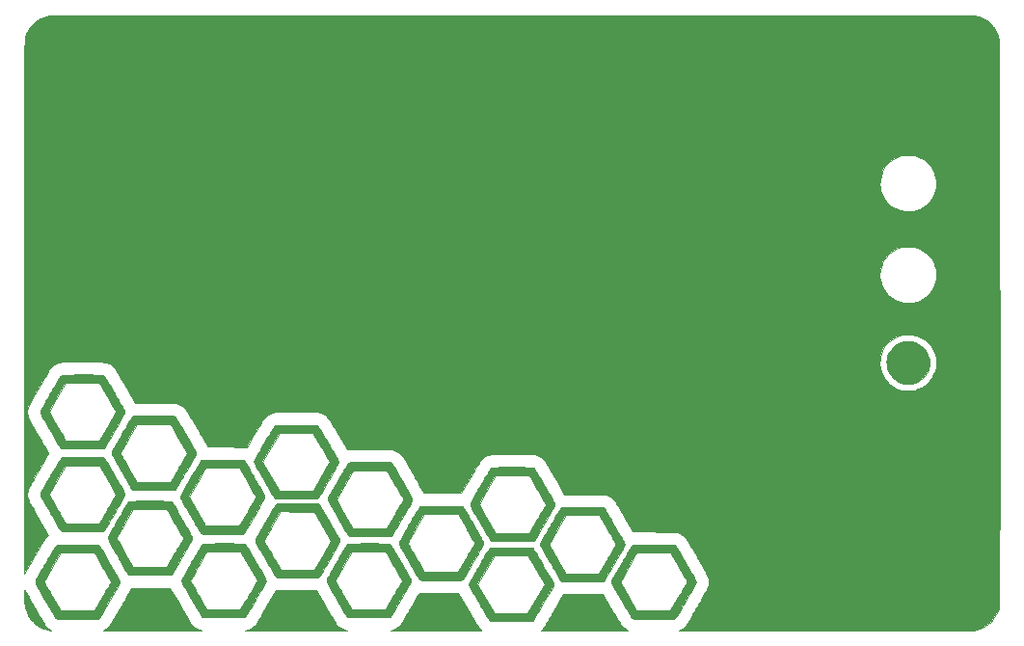
<source format=gbr>
%TF.GenerationSoftware,KiCad,Pcbnew,(5.1.9)-1*%
%TF.CreationDate,2021-11-12T20:27:24+01:00*%
%TF.ProjectId,drawing,64726177-696e-4672-9e6b-696361645f70,rev?*%
%TF.SameCoordinates,Original*%
%TF.FileFunction,Copper,L1,Top*%
%TF.FilePolarity,Positive*%
%FSLAX46Y46*%
G04 Gerber Fmt 4.6, Leading zero omitted, Abs format (unit mm)*
G04 Created by KiCad (PCBNEW (5.1.9)-1) date 2021-11-12 20:27:24*
%MOMM*%
%LPD*%
G01*
G04 APERTURE LIST*
%TA.AperFunction,EtchedComponent*%
%ADD10C,0.010000*%
%TD*%
%TA.AperFunction,ComponentPad*%
%ADD11C,4.918463*%
%TD*%
G04 APERTURE END LIST*
D10*
%TO.C,G\u002A\u002A\u002A*%
G36*
X-28521362Y-27786542D02*
G01*
X-28385843Y-28021241D01*
X-28254634Y-28247815D01*
X-28129519Y-28463220D01*
X-28012285Y-28664414D01*
X-27904716Y-28848353D01*
X-27808597Y-29011993D01*
X-27725714Y-29152290D01*
X-27657852Y-29266202D01*
X-27606795Y-29350685D01*
X-27574329Y-29402695D01*
X-27567045Y-29413585D01*
X-27417726Y-29590682D01*
X-27237832Y-29743527D01*
X-27034040Y-29867982D01*
X-26813023Y-29959912D01*
X-26601472Y-30011995D01*
X-26610127Y-30014009D01*
X-26659700Y-30015955D01*
X-26748771Y-30017828D01*
X-26875925Y-30019621D01*
X-27039745Y-30021326D01*
X-27238814Y-30022937D01*
X-27471714Y-30024447D01*
X-27737030Y-30025850D01*
X-28033344Y-30027139D01*
X-28359238Y-30028307D01*
X-28713297Y-30029347D01*
X-29094104Y-30030252D01*
X-29500240Y-30031017D01*
X-29930291Y-30031634D01*
X-30382838Y-30032096D01*
X-30856465Y-30032396D01*
X-30892750Y-30032412D01*
X-35295416Y-30034273D01*
X-35147250Y-29956481D01*
X-35023443Y-29878130D01*
X-34890189Y-29767224D01*
X-34817911Y-29697803D01*
X-34636739Y-29516917D01*
X-33746437Y-27971750D01*
X-33610250Y-27735297D01*
X-33479591Y-27508261D01*
X-33356085Y-27293475D01*
X-33241358Y-27093776D01*
X-33137035Y-26911998D01*
X-33044741Y-26750976D01*
X-32966102Y-26613544D01*
X-32902743Y-26502538D01*
X-32856289Y-26420793D01*
X-32828365Y-26371144D01*
X-32821107Y-26357792D01*
X-32786079Y-26289000D01*
X-29384810Y-26289000D01*
X-28521362Y-27786542D01*
G37*
X-28521362Y-27786542D02*
X-28385843Y-28021241D01*
X-28254634Y-28247815D01*
X-28129519Y-28463220D01*
X-28012285Y-28664414D01*
X-27904716Y-28848353D01*
X-27808597Y-29011993D01*
X-27725714Y-29152290D01*
X-27657852Y-29266202D01*
X-27606795Y-29350685D01*
X-27574329Y-29402695D01*
X-27567045Y-29413585D01*
X-27417726Y-29590682D01*
X-27237832Y-29743527D01*
X-27034040Y-29867982D01*
X-26813023Y-29959912D01*
X-26601472Y-30011995D01*
X-26610127Y-30014009D01*
X-26659700Y-30015955D01*
X-26748771Y-30017828D01*
X-26875925Y-30019621D01*
X-27039745Y-30021326D01*
X-27238814Y-30022937D01*
X-27471714Y-30024447D01*
X-27737030Y-30025850D01*
X-28033344Y-30027139D01*
X-28359238Y-30028307D01*
X-28713297Y-30029347D01*
X-29094104Y-30030252D01*
X-29500240Y-30031017D01*
X-29930291Y-30031634D01*
X-30382838Y-30032096D01*
X-30856465Y-30032396D01*
X-30892750Y-30032412D01*
X-35295416Y-30034273D01*
X-35147250Y-29956481D01*
X-35023443Y-29878130D01*
X-34890189Y-29767224D01*
X-34817911Y-29697803D01*
X-34636739Y-29516917D01*
X-33746437Y-27971750D01*
X-33610250Y-27735297D01*
X-33479591Y-27508261D01*
X-33356085Y-27293475D01*
X-33241358Y-27093776D01*
X-33137035Y-26911998D01*
X-33044741Y-26750976D01*
X-32966102Y-26613544D01*
X-32902743Y-26502538D01*
X-32856289Y-26420793D01*
X-32828365Y-26371144D01*
X-32821107Y-26357792D01*
X-32786079Y-26289000D01*
X-29384810Y-26289000D01*
X-28521362Y-27786542D01*
G36*
X-20044833Y-26509255D02*
G01*
X-20012512Y-26511135D01*
X-19941178Y-26512931D01*
X-19834152Y-26514621D01*
X-19694756Y-26516182D01*
X-19526309Y-26517590D01*
X-19332134Y-26518824D01*
X-19115549Y-26519860D01*
X-18879877Y-26520676D01*
X-18628438Y-26521249D01*
X-18364553Y-26521556D01*
X-18245252Y-26521601D01*
X-16519753Y-26521834D01*
X-15717697Y-27913542D01*
X-15587397Y-28139244D01*
X-15461616Y-28356368D01*
X-15342183Y-28561799D01*
X-15230933Y-28752418D01*
X-15129696Y-28925109D01*
X-15040305Y-29076755D01*
X-14964592Y-29204239D01*
X-14904390Y-29304445D01*
X-14861530Y-29374254D01*
X-14837844Y-29410550D01*
X-14837452Y-29411084D01*
X-14669746Y-29604078D01*
X-14477734Y-29763038D01*
X-14263667Y-29886547D01*
X-14029797Y-29973185D01*
X-13895916Y-30004168D01*
X-13884325Y-30007338D01*
X-13886020Y-30010263D01*
X-13902463Y-30012951D01*
X-13935116Y-30015413D01*
X-13985439Y-30017656D01*
X-14054894Y-30019690D01*
X-14144941Y-30021523D01*
X-14257041Y-30023164D01*
X-14392657Y-30024622D01*
X-14553249Y-30025907D01*
X-14740277Y-30027027D01*
X-14955204Y-30027990D01*
X-15199490Y-30028806D01*
X-15474597Y-30029485D01*
X-15781985Y-30030033D01*
X-16123116Y-30030461D01*
X-16499450Y-30030778D01*
X-16912450Y-30030992D01*
X-17363575Y-30031112D01*
X-17854287Y-30031148D01*
X-18319750Y-30031115D01*
X-18802083Y-30030972D01*
X-19263894Y-30030666D01*
X-19703766Y-30030205D01*
X-20120285Y-30029595D01*
X-20512035Y-30028841D01*
X-20877600Y-30027949D01*
X-21215566Y-30026926D01*
X-21524517Y-30025778D01*
X-21803037Y-30024510D01*
X-22049712Y-30023130D01*
X-22263125Y-30021642D01*
X-22441862Y-30020053D01*
X-22584507Y-30018369D01*
X-22689645Y-30016596D01*
X-22755860Y-30014740D01*
X-22781737Y-30012808D01*
X-22780361Y-30011995D01*
X-22549751Y-29953539D01*
X-22330210Y-29858873D01*
X-22128440Y-29732150D01*
X-21951140Y-29577524D01*
X-21814969Y-29413585D01*
X-21789813Y-29374421D01*
X-21745465Y-29301715D01*
X-21683793Y-29198650D01*
X-21606662Y-29068407D01*
X-21515941Y-28914169D01*
X-21413495Y-28739119D01*
X-21301191Y-28546438D01*
X-21180897Y-28339309D01*
X-21054478Y-28120915D01*
X-20923802Y-27894436D01*
X-20921599Y-27890613D01*
X-20118916Y-26497142D01*
X-20044833Y-26509255D01*
G37*
X-20044833Y-26509255D02*
X-20012512Y-26511135D01*
X-19941178Y-26512931D01*
X-19834152Y-26514621D01*
X-19694756Y-26516182D01*
X-19526309Y-26517590D01*
X-19332134Y-26518824D01*
X-19115549Y-26519860D01*
X-18879877Y-26520676D01*
X-18628438Y-26521249D01*
X-18364553Y-26521556D01*
X-18245252Y-26521601D01*
X-16519753Y-26521834D01*
X-15717697Y-27913542D01*
X-15587397Y-28139244D01*
X-15461616Y-28356368D01*
X-15342183Y-28561799D01*
X-15230933Y-28752418D01*
X-15129696Y-28925109D01*
X-15040305Y-29076755D01*
X-14964592Y-29204239D01*
X-14904390Y-29304445D01*
X-14861530Y-29374254D01*
X-14837844Y-29410550D01*
X-14837452Y-29411084D01*
X-14669746Y-29604078D01*
X-14477734Y-29763038D01*
X-14263667Y-29886547D01*
X-14029797Y-29973185D01*
X-13895916Y-30004168D01*
X-13884325Y-30007338D01*
X-13886020Y-30010263D01*
X-13902463Y-30012951D01*
X-13935116Y-30015413D01*
X-13985439Y-30017656D01*
X-14054894Y-30019690D01*
X-14144941Y-30021523D01*
X-14257041Y-30023164D01*
X-14392657Y-30024622D01*
X-14553249Y-30025907D01*
X-14740277Y-30027027D01*
X-14955204Y-30027990D01*
X-15199490Y-30028806D01*
X-15474597Y-30029485D01*
X-15781985Y-30030033D01*
X-16123116Y-30030461D01*
X-16499450Y-30030778D01*
X-16912450Y-30030992D01*
X-17363575Y-30031112D01*
X-17854287Y-30031148D01*
X-18319750Y-30031115D01*
X-18802083Y-30030972D01*
X-19263894Y-30030666D01*
X-19703766Y-30030205D01*
X-20120285Y-30029595D01*
X-20512035Y-30028841D01*
X-20877600Y-30027949D01*
X-21215566Y-30026926D01*
X-21524517Y-30025778D01*
X-21803037Y-30024510D01*
X-22049712Y-30023130D01*
X-22263125Y-30021642D01*
X-22441862Y-30020053D01*
X-22584507Y-30018369D01*
X-22689645Y-30016596D01*
X-22755860Y-30014740D01*
X-22781737Y-30012808D01*
X-22780361Y-30011995D01*
X-22549751Y-29953539D01*
X-22330210Y-29858873D01*
X-22128440Y-29732150D01*
X-21951140Y-29577524D01*
X-21814969Y-29413585D01*
X-21789813Y-29374421D01*
X-21745465Y-29301715D01*
X-21683793Y-29198650D01*
X-21606662Y-29068407D01*
X-21515941Y-28914169D01*
X-21413495Y-28739119D01*
X-21301191Y-28546438D01*
X-21180897Y-28339309D01*
X-21054478Y-28120915D01*
X-20923802Y-27894436D01*
X-20921599Y-27890613D01*
X-20118916Y-26497142D01*
X-20044833Y-26509255D01*
G36*
X-7470389Y-26725405D02*
G01*
X-7407025Y-26725841D01*
X-7307769Y-26726330D01*
X-7175839Y-26726863D01*
X-7014458Y-26727428D01*
X-6826844Y-26728016D01*
X-6616219Y-26728616D01*
X-6385802Y-26729218D01*
X-6138813Y-26729811D01*
X-5878473Y-26730384D01*
X-5773208Y-26730602D01*
X-4074583Y-26734054D01*
X-3206750Y-28237899D01*
X-3044747Y-28518327D01*
X-2902177Y-28764392D01*
X-2777556Y-28978538D01*
X-2669402Y-29163209D01*
X-2576230Y-29320848D01*
X-2496559Y-29453899D01*
X-2428905Y-29564805D01*
X-2371786Y-29656009D01*
X-2323717Y-29729956D01*
X-2283217Y-29789089D01*
X-2248803Y-29835851D01*
X-2218991Y-29872685D01*
X-2204910Y-29888622D01*
X-2070904Y-30035500D01*
X-6120744Y-30033590D01*
X-6613816Y-30033322D01*
X-7066121Y-30032997D01*
X-7479223Y-30032601D01*
X-7854689Y-30032123D01*
X-8194084Y-30031551D01*
X-8498973Y-30030873D01*
X-8770923Y-30030077D01*
X-9011499Y-30029151D01*
X-9222266Y-30028083D01*
X-9404789Y-30026862D01*
X-9560636Y-30025474D01*
X-9691370Y-30023909D01*
X-9798558Y-30022155D01*
X-9883766Y-30020198D01*
X-9948558Y-30018028D01*
X-9994501Y-30015633D01*
X-10023159Y-30013000D01*
X-10036100Y-30010118D01*
X-10034887Y-30006974D01*
X-10022416Y-30003803D01*
X-9793379Y-29944370D01*
X-9589152Y-29854995D01*
X-9400633Y-29731075D01*
X-9281380Y-29629051D01*
X-9204607Y-29552636D01*
X-9131212Y-29471495D01*
X-9073066Y-29399036D01*
X-9056200Y-29374656D01*
X-9033729Y-29337854D01*
X-8992045Y-29267675D01*
X-8933071Y-29167419D01*
X-8858731Y-29040387D01*
X-8770949Y-28889880D01*
X-8671649Y-28719199D01*
X-8562755Y-28531645D01*
X-8446189Y-28330519D01*
X-8323876Y-28119123D01*
X-8251348Y-27993606D01*
X-8128405Y-27781326D01*
X-8011274Y-27580213D01*
X-7901713Y-27393218D01*
X-7801483Y-27223287D01*
X-7712341Y-27073371D01*
X-7636046Y-26946418D01*
X-7574358Y-26845376D01*
X-7529035Y-26773194D01*
X-7501836Y-26732821D01*
X-7494639Y-26725034D01*
X-7470389Y-26725405D01*
G37*
X-7470389Y-26725405D02*
X-7407025Y-26725841D01*
X-7307769Y-26726330D01*
X-7175839Y-26726863D01*
X-7014458Y-26727428D01*
X-6826844Y-26728016D01*
X-6616219Y-26728616D01*
X-6385802Y-26729218D01*
X-6138813Y-26729811D01*
X-5878473Y-26730384D01*
X-5773208Y-26730602D01*
X-4074583Y-26734054D01*
X-3206750Y-28237899D01*
X-3044747Y-28518327D01*
X-2902177Y-28764392D01*
X-2777556Y-28978538D01*
X-2669402Y-29163209D01*
X-2576230Y-29320848D01*
X-2496559Y-29453899D01*
X-2428905Y-29564805D01*
X-2371786Y-29656009D01*
X-2323717Y-29729956D01*
X-2283217Y-29789089D01*
X-2248803Y-29835851D01*
X-2218991Y-29872685D01*
X-2204910Y-29888622D01*
X-2070904Y-30035500D01*
X-6120744Y-30033590D01*
X-6613816Y-30033322D01*
X-7066121Y-30032997D01*
X-7479223Y-30032601D01*
X-7854689Y-30032123D01*
X-8194084Y-30031551D01*
X-8498973Y-30030873D01*
X-8770923Y-30030077D01*
X-9011499Y-30029151D01*
X-9222266Y-30028083D01*
X-9404789Y-30026862D01*
X-9560636Y-30025474D01*
X-9691370Y-30023909D01*
X-9798558Y-30022155D01*
X-9883766Y-30020198D01*
X-9948558Y-30018028D01*
X-9994501Y-30015633D01*
X-10023159Y-30013000D01*
X-10036100Y-30010118D01*
X-10034887Y-30006974D01*
X-10022416Y-30003803D01*
X-9793379Y-29944370D01*
X-9589152Y-29854995D01*
X-9400633Y-29731075D01*
X-9281380Y-29629051D01*
X-9204607Y-29552636D01*
X-9131212Y-29471495D01*
X-9073066Y-29399036D01*
X-9056200Y-29374656D01*
X-9033729Y-29337854D01*
X-8992045Y-29267675D01*
X-8933071Y-29167419D01*
X-8858731Y-29040387D01*
X-8770949Y-28889880D01*
X-8671649Y-28719199D01*
X-8562755Y-28531645D01*
X-8446189Y-28330519D01*
X-8323876Y-28119123D01*
X-8251348Y-27993606D01*
X-8128405Y-27781326D01*
X-8011274Y-27580213D01*
X-7901713Y-27393218D01*
X-7801483Y-27223287D01*
X-7712341Y-27073371D01*
X-7636046Y-26946418D01*
X-7574358Y-26845376D01*
X-7529035Y-26773194D01*
X-7501836Y-26732821D01*
X-7494639Y-26725034D01*
X-7470389Y-26725405D01*
G36*
X8625417Y-26839898D02*
G01*
X9387417Y-28162473D01*
X9526139Y-28402449D01*
X9657789Y-28628627D01*
X9780717Y-28838250D01*
X9893270Y-29028558D01*
X9993797Y-29196793D01*
X10080647Y-29340198D01*
X10152167Y-29456014D01*
X10206707Y-29541483D01*
X10242614Y-29593847D01*
X10250510Y-29603885D01*
X10409618Y-29767669D01*
X10582982Y-29898857D01*
X10688278Y-29960389D01*
X10826750Y-30034273D01*
X6998893Y-30034886D01*
X3171036Y-30035500D01*
X3305310Y-29890211D01*
X3334227Y-29857032D01*
X3366387Y-29815975D01*
X3403381Y-29764430D01*
X3446800Y-29699790D01*
X3498236Y-29619447D01*
X3559280Y-29520792D01*
X3631523Y-29401217D01*
X3716556Y-29258113D01*
X3815971Y-29088873D01*
X3931359Y-28890889D01*
X4064311Y-28661551D01*
X4216418Y-28398253D01*
X4231851Y-28371503D01*
X4360696Y-28148228D01*
X4484341Y-27934123D01*
X4601013Y-27732247D01*
X4708940Y-27545661D01*
X4806348Y-27377424D01*
X4891465Y-27230596D01*
X4962519Y-27108238D01*
X5017737Y-27013410D01*
X5055345Y-26949170D01*
X5073491Y-26918709D01*
X5122865Y-26839334D01*
X8625417Y-26839898D01*
G37*
X8625417Y-26839898D02*
X9387417Y-28162473D01*
X9526139Y-28402449D01*
X9657789Y-28628627D01*
X9780717Y-28838250D01*
X9893270Y-29028558D01*
X9993797Y-29196793D01*
X10080647Y-29340198D01*
X10152167Y-29456014D01*
X10206707Y-29541483D01*
X10242614Y-29593847D01*
X10250510Y-29603885D01*
X10409618Y-29767669D01*
X10582982Y-29898857D01*
X10688278Y-29960389D01*
X10826750Y-30034273D01*
X6998893Y-30034886D01*
X3171036Y-30035500D01*
X3305310Y-29890211D01*
X3334227Y-29857032D01*
X3366387Y-29815975D01*
X3403381Y-29764430D01*
X3446800Y-29699790D01*
X3498236Y-29619447D01*
X3559280Y-29520792D01*
X3631523Y-29401217D01*
X3716556Y-29258113D01*
X3815971Y-29088873D01*
X3931359Y-28890889D01*
X4064311Y-28661551D01*
X4216418Y-28398253D01*
X4231851Y-28371503D01*
X4360696Y-28148228D01*
X4484341Y-27934123D01*
X4601013Y-27732247D01*
X4708940Y-27545661D01*
X4806348Y-27377424D01*
X4891465Y-27230596D01*
X4962519Y-27108238D01*
X5017737Y-27013410D01*
X5055345Y-26949170D01*
X5073491Y-26918709D01*
X5122865Y-26839334D01*
X8625417Y-26839898D01*
G36*
X23322086Y23979173D02*
G01*
X24250645Y23979144D01*
X25147227Y23979096D01*
X26012377Y23979032D01*
X26846641Y23978948D01*
X27650563Y23978846D01*
X28424688Y23978726D01*
X29169562Y23978586D01*
X29885729Y23978426D01*
X30573735Y23978246D01*
X31234124Y23978046D01*
X31867443Y23977825D01*
X32474235Y23977583D01*
X33055046Y23977320D01*
X33610421Y23977035D01*
X34140905Y23976728D01*
X34647043Y23976399D01*
X35129380Y23976047D01*
X35588461Y23975672D01*
X36024832Y23975273D01*
X36439038Y23974850D01*
X36831622Y23974404D01*
X37203132Y23973933D01*
X37554111Y23973437D01*
X37885104Y23972915D01*
X38196658Y23972369D01*
X38489316Y23971796D01*
X38763625Y23971198D01*
X39020128Y23970572D01*
X39259371Y23969920D01*
X39481900Y23969240D01*
X39688259Y23968533D01*
X39878993Y23967798D01*
X40054647Y23967035D01*
X40215767Y23966243D01*
X40362897Y23965422D01*
X40496583Y23964572D01*
X40617370Y23963692D01*
X40725803Y23962782D01*
X40822426Y23961842D01*
X40907785Y23960870D01*
X40982425Y23959868D01*
X41046892Y23958835D01*
X41101729Y23957770D01*
X41147482Y23956672D01*
X41184697Y23955542D01*
X41213918Y23954380D01*
X41235691Y23953184D01*
X41250560Y23951955D01*
X41256081Y23951251D01*
X41556737Y23884669D01*
X41854089Y23780925D01*
X42136923Y23644443D01*
X42321962Y23530646D01*
X42436255Y23444022D01*
X42563560Y23332589D01*
X42693298Y23206687D01*
X42814889Y23076656D01*
X42917753Y22952838D01*
X42930878Y22935489D01*
X43081139Y22703173D01*
X43210772Y22438923D01*
X43317030Y22149177D01*
X43395909Y21846339D01*
X43397110Y21819621D01*
X43398297Y21751585D01*
X43399469Y21643246D01*
X43400626Y21495621D01*
X43401769Y21309725D01*
X43402895Y21086573D01*
X43404006Y20827182D01*
X43405100Y20532566D01*
X43406178Y20203742D01*
X43407238Y19841724D01*
X43408282Y19447529D01*
X43409307Y19022171D01*
X43410314Y18566668D01*
X43411303Y18082033D01*
X43412273Y17569283D01*
X43413223Y17029434D01*
X43414155Y16463500D01*
X43415066Y15872498D01*
X43415956Y15257442D01*
X43416826Y14619350D01*
X43417675Y13959235D01*
X43418503Y13278114D01*
X43419309Y12577003D01*
X43420092Y11856916D01*
X43420853Y11118870D01*
X43421591Y10363880D01*
X43422306Y9592961D01*
X43422998Y8807130D01*
X43423665Y8007401D01*
X43424308Y7194791D01*
X43424926Y6370315D01*
X43425519Y5534988D01*
X43426087Y4689826D01*
X43426629Y3835845D01*
X43427144Y2974060D01*
X43427634Y2105487D01*
X43428096Y1231141D01*
X43428531Y352038D01*
X43428938Y-530807D01*
X43429317Y-1416377D01*
X43429668Y-2303658D01*
X43429990Y-3191633D01*
X43430284Y-4079288D01*
X43430547Y-4965606D01*
X43430781Y-5849573D01*
X43430984Y-6730172D01*
X43431157Y-7606387D01*
X43431300Y-8477204D01*
X43431410Y-9341607D01*
X43431489Y-10198580D01*
X43431537Y-11047108D01*
X43431551Y-11886175D01*
X43431533Y-12714765D01*
X43431482Y-13531863D01*
X43431397Y-14336453D01*
X43431279Y-15127520D01*
X43431126Y-15904049D01*
X43430939Y-16665022D01*
X43430716Y-17409426D01*
X43430459Y-18136245D01*
X43430165Y-18844462D01*
X43429836Y-19533062D01*
X43429470Y-20201030D01*
X43429068Y-20847351D01*
X43428628Y-21471008D01*
X43428151Y-22070985D01*
X43427636Y-22646269D01*
X43427082Y-23195842D01*
X43426490Y-23718689D01*
X43425860Y-24213795D01*
X43425189Y-24680144D01*
X43424479Y-25116721D01*
X43423729Y-25522510D01*
X43422939Y-25896495D01*
X43422108Y-26237661D01*
X43421235Y-26544992D01*
X43420321Y-26817473D01*
X43419366Y-27054088D01*
X43418367Y-27253821D01*
X43417327Y-27415658D01*
X43416243Y-27538582D01*
X43415116Y-27621577D01*
X43413945Y-27663629D01*
X43413726Y-27666813D01*
X43365344Y-28000981D01*
X43280983Y-28313303D01*
X43159896Y-28605401D01*
X43001339Y-28878900D01*
X42804563Y-29135422D01*
X42673546Y-29276142D01*
X42452954Y-29476040D01*
X42219325Y-29643355D01*
X41966321Y-29781588D01*
X41687602Y-29894242D01*
X41402000Y-29978560D01*
X41222084Y-30023898D01*
X28268235Y-30029869D01*
X15314387Y-30035840D01*
X15478250Y-29939919D01*
X15625015Y-29840401D01*
X15766354Y-29719768D01*
X15888937Y-29590203D01*
X15952674Y-29506334D01*
X15979501Y-29463897D01*
X16024945Y-29388632D01*
X16087008Y-29284014D01*
X16163694Y-29153517D01*
X16253007Y-29000617D01*
X16352950Y-28828788D01*
X16461527Y-28641505D01*
X16576742Y-28442243D01*
X16696598Y-28234476D01*
X16819099Y-28021679D01*
X16942249Y-27807328D01*
X17064050Y-27594896D01*
X17182508Y-27387859D01*
X17295624Y-27189691D01*
X17401404Y-27003867D01*
X17497851Y-26833862D01*
X17582968Y-26683150D01*
X17654758Y-26555208D01*
X17711227Y-26453508D01*
X17750376Y-26381526D01*
X17770022Y-26343151D01*
X17830492Y-26194358D01*
X17869007Y-26054905D01*
X17889157Y-25907682D01*
X17894559Y-25749250D01*
X17888769Y-25584203D01*
X17868840Y-25442788D01*
X17830932Y-25307575D01*
X17771204Y-25161133D01*
X17759329Y-25135417D01*
X17733262Y-25084157D01*
X17688303Y-25000910D01*
X17626444Y-24889116D01*
X17549677Y-24752213D01*
X17459993Y-24593638D01*
X17359385Y-24416831D01*
X17249844Y-24225230D01*
X17133362Y-24022274D01*
X17011932Y-23811401D01*
X16887544Y-23596049D01*
X16762192Y-23379657D01*
X16637866Y-23165664D01*
X16516559Y-22957508D01*
X16400262Y-22758627D01*
X16290968Y-22572461D01*
X16190668Y-22402447D01*
X16101354Y-22252023D01*
X16025017Y-22124630D01*
X15963651Y-22023704D01*
X15919247Y-21952684D01*
X15893796Y-21915010D01*
X15893778Y-21914987D01*
X15763190Y-21773855D01*
X15600688Y-21643270D01*
X15416525Y-21529985D01*
X15220951Y-21440751D01*
X15123584Y-21407709D01*
X15098982Y-21401086D01*
X15070344Y-21395230D01*
X15034912Y-21390073D01*
X14989929Y-21385546D01*
X14932637Y-21381582D01*
X14860279Y-21378113D01*
X14770097Y-21375070D01*
X14659334Y-21372385D01*
X14525231Y-21369991D01*
X14365033Y-21367819D01*
X14175980Y-21365802D01*
X13955316Y-21363871D01*
X13700283Y-21361958D01*
X13408123Y-21359995D01*
X13115306Y-21358156D01*
X11234028Y-21346584D01*
X10480056Y-20042155D01*
X10352907Y-19822824D01*
X10229662Y-19611467D01*
X10112296Y-19411395D01*
X10002783Y-19225918D01*
X9903099Y-19058345D01*
X9815217Y-18911987D01*
X9741114Y-18790154D01*
X9682764Y-18696156D01*
X9642142Y-18633303D01*
X9625554Y-18609917D01*
X9483458Y-18459167D01*
X9309138Y-18323643D01*
X9111727Y-18209524D01*
X8911167Y-18126582D01*
X8888357Y-18119601D01*
X8862163Y-18113460D01*
X8829755Y-18108082D01*
X8788300Y-18103394D01*
X8734971Y-18099322D01*
X8666935Y-18095790D01*
X8581363Y-18092725D01*
X8475425Y-18090052D01*
X8346290Y-18087698D01*
X8191127Y-18085587D01*
X8007107Y-18083645D01*
X7791399Y-18081797D01*
X7541173Y-18079971D01*
X7253598Y-18078090D01*
X7007971Y-18076577D01*
X5221191Y-18065750D01*
X4425637Y-16688926D01*
X4295885Y-16464534D01*
X4170883Y-16248671D01*
X4052455Y-16044470D01*
X3942428Y-15855066D01*
X3842628Y-15683592D01*
X3754881Y-15533182D01*
X3681013Y-15406970D01*
X3622849Y-15308089D01*
X3582215Y-15239673D01*
X3561152Y-15205188D01*
X3482080Y-15101388D01*
X3377475Y-14990655D01*
X3259780Y-14884762D01*
X3141437Y-14795484D01*
X3100714Y-14769463D01*
X3015564Y-14723687D01*
X2911537Y-14675584D01*
X2810265Y-14635115D01*
X2804380Y-14633017D01*
X2635250Y-14573250D01*
X719667Y-14567216D01*
X385761Y-14566234D01*
X91466Y-14565546D01*
X-165938Y-14565187D01*
X-389171Y-14565193D01*
X-580955Y-14565601D01*
X-744011Y-14566446D01*
X-881059Y-14567763D01*
X-994821Y-14569589D01*
X-1088016Y-14571960D01*
X-1163366Y-14574911D01*
X-1223592Y-14578478D01*
X-1271414Y-14582697D01*
X-1309553Y-14587603D01*
X-1340731Y-14593234D01*
X-1346236Y-14594420D01*
X-1546654Y-14656929D01*
X-1744033Y-14752281D01*
X-1927438Y-14873755D01*
X-2085931Y-15014626D01*
X-2152189Y-15089945D01*
X-2179407Y-15129021D01*
X-2225746Y-15201605D01*
X-2289281Y-15304472D01*
X-2368088Y-15434397D01*
X-2460243Y-15588157D01*
X-2563821Y-15762527D01*
X-2676899Y-15954283D01*
X-2797552Y-16160200D01*
X-2923855Y-16377054D01*
X-3040282Y-16578066D01*
X-3826314Y-17938750D01*
X-5477238Y-17944170D01*
X-5780758Y-17945131D01*
X-6044720Y-17945847D01*
X-6271898Y-17946265D01*
X-6465066Y-17946330D01*
X-6627000Y-17945987D01*
X-6760474Y-17945183D01*
X-6868261Y-17943861D01*
X-6953138Y-17941970D01*
X-7017878Y-17939452D01*
X-7065255Y-17936255D01*
X-7098045Y-17932324D01*
X-7119022Y-17927603D01*
X-7130961Y-17922040D01*
X-7136635Y-17915579D01*
X-7138105Y-17911567D01*
X-7151034Y-17884243D01*
X-7183517Y-17823705D01*
X-7233652Y-17733230D01*
X-7299538Y-17616095D01*
X-7379272Y-17475580D01*
X-7470951Y-17314961D01*
X-7572673Y-17137517D01*
X-7682536Y-16946525D01*
X-7798637Y-16745264D01*
X-7919074Y-16537010D01*
X-8041945Y-16325042D01*
X-8165347Y-16112638D01*
X-8287378Y-15903075D01*
X-8406136Y-15699632D01*
X-8519718Y-15505585D01*
X-8626222Y-15324214D01*
X-8723746Y-15158795D01*
X-8810386Y-15012607D01*
X-8884242Y-14888928D01*
X-8943410Y-14791034D01*
X-8985988Y-14722205D01*
X-9010074Y-14685718D01*
X-9011041Y-14684429D01*
X-9166953Y-14514250D01*
X-9354405Y-14367858D01*
X-9567433Y-14249412D01*
X-9725637Y-14186349D01*
X-9895416Y-14128750D01*
X-11811000Y-14128750D01*
X-12093717Y-14128865D01*
X-12365440Y-14129200D01*
X-12623037Y-14129737D01*
X-12863377Y-14130459D01*
X-13083327Y-14131351D01*
X-13279755Y-14132396D01*
X-13449530Y-14133576D01*
X-13589519Y-14134876D01*
X-13696591Y-14136278D01*
X-13767613Y-14137766D01*
X-13799455Y-14139323D01*
X-13799526Y-14139334D01*
X-13872469Y-14149917D01*
X-14646193Y-12810205D01*
X-14774305Y-12588911D01*
X-14897982Y-12376307D01*
X-15015343Y-12175564D01*
X-15124508Y-11989851D01*
X-15223595Y-11822337D01*
X-15310725Y-11676192D01*
X-15384015Y-11554587D01*
X-15441586Y-11460690D01*
X-15481557Y-11397672D01*
X-15500194Y-11370871D01*
X-15643615Y-11220815D01*
X-15816268Y-11086476D01*
X-15991416Y-10984659D01*
X-16045141Y-10957898D01*
X-16092743Y-10934378D01*
X-16137191Y-10913883D01*
X-16181449Y-10896192D01*
X-16228485Y-10881086D01*
X-16281263Y-10868346D01*
X-16342750Y-10857754D01*
X-16415913Y-10849089D01*
X-16503718Y-10842132D01*
X-16609129Y-10836666D01*
X-16735115Y-10832469D01*
X-16884640Y-10829323D01*
X-17060671Y-10827010D01*
X-17266174Y-10825309D01*
X-17504115Y-10824001D01*
X-17777460Y-10822868D01*
X-18089176Y-10821691D01*
X-18202920Y-10821247D01*
X-18547294Y-10820156D01*
X-18863584Y-10819717D01*
X-19150095Y-10819919D01*
X-19405130Y-10820748D01*
X-19626992Y-10822193D01*
X-19813983Y-10824241D01*
X-19964408Y-10826880D01*
X-20076570Y-10830097D01*
X-20148772Y-10833880D01*
X-20165970Y-10835535D01*
X-20398705Y-10879711D01*
X-20607778Y-10954198D01*
X-20800431Y-11062569D01*
X-20983905Y-11208395D01*
X-21049856Y-11271501D01*
X-21083543Y-11305571D01*
X-21114721Y-11338688D01*
X-21145215Y-11373767D01*
X-21176852Y-11413720D01*
X-21211454Y-11461463D01*
X-21250849Y-11519910D01*
X-21296860Y-11591975D01*
X-21351313Y-11680573D01*
X-21416032Y-11788617D01*
X-21492843Y-11919024D01*
X-21583570Y-12074706D01*
X-21690039Y-12258578D01*
X-21814075Y-12473554D01*
X-21945923Y-12702442D01*
X-22672264Y-13963800D01*
X-22792590Y-13935481D01*
X-22824702Y-13929904D01*
X-22872189Y-13925054D01*
X-22937684Y-13920887D01*
X-23023817Y-13917359D01*
X-23133222Y-13914426D01*
X-23268530Y-13912044D01*
X-23432375Y-13910169D01*
X-23627387Y-13908757D01*
X-23856200Y-13907763D01*
X-24121445Y-13907144D01*
X-24425754Y-13906856D01*
X-24505403Y-13906831D01*
X-26097890Y-13906500D01*
X-26159334Y-13784792D01*
X-26188510Y-13729838D01*
X-26236101Y-13643735D01*
X-26300130Y-13529879D01*
X-26378618Y-13391670D01*
X-26469587Y-13232505D01*
X-26571059Y-13055784D01*
X-26681054Y-12864904D01*
X-26797596Y-12663264D01*
X-26918705Y-12454263D01*
X-27042403Y-12241298D01*
X-27166712Y-12027768D01*
X-27289654Y-11817071D01*
X-27409250Y-11612607D01*
X-27523521Y-11417772D01*
X-27630490Y-11235966D01*
X-27728179Y-11070587D01*
X-27814608Y-10925034D01*
X-27887799Y-10802704D01*
X-27945775Y-10706996D01*
X-27986557Y-10641309D01*
X-28007789Y-10609524D01*
X-28148662Y-10457415D01*
X-28321524Y-10320882D01*
X-28517100Y-10206035D01*
X-28726117Y-10118987D01*
X-28776083Y-10103254D01*
X-28801500Y-10096545D01*
X-28831332Y-10090630D01*
X-28868415Y-10085438D01*
X-28915584Y-10080897D01*
X-28975676Y-10076935D01*
X-29051527Y-10073480D01*
X-29145971Y-10070460D01*
X-29261845Y-10067803D01*
X-29401985Y-10065436D01*
X-29569226Y-10063288D01*
X-29766405Y-10061287D01*
X-29996356Y-10059360D01*
X-30261916Y-10057437D01*
X-30565920Y-10055444D01*
X-30689140Y-10054672D01*
X-32475196Y-10043584D01*
X-33335372Y-8551334D01*
X-33490357Y-8282512D01*
X-33625851Y-8047736D01*
X-33743495Y-7844368D01*
X-33844927Y-7669769D01*
X-33931786Y-7521300D01*
X-34005710Y-7396324D01*
X-34068339Y-7292203D01*
X-34121312Y-7206298D01*
X-34166267Y-7135972D01*
X-34204843Y-7078585D01*
X-34238680Y-7031500D01*
X-34269415Y-6992079D01*
X-34298688Y-6957683D01*
X-34328138Y-6925674D01*
X-34359404Y-6893414D01*
X-34375297Y-6877308D01*
X-34465490Y-6789254D01*
X-34541923Y-6723880D01*
X-34617958Y-6671364D01*
X-34706953Y-6621881D01*
X-34755898Y-6597445D01*
X-34811584Y-6570205D01*
X-34862157Y-6546186D01*
X-34910525Y-6525185D01*
X-34959596Y-6506999D01*
X-35012280Y-6491425D01*
X-35071484Y-6478262D01*
X-35140117Y-6467308D01*
X-35221086Y-6458358D01*
X-35317301Y-6451212D01*
X-35431670Y-6445666D01*
X-35567101Y-6441519D01*
X-35726503Y-6438568D01*
X-35912783Y-6436610D01*
X-36128851Y-6435443D01*
X-36377614Y-6434865D01*
X-36661981Y-6434672D01*
X-36984860Y-6434664D01*
X-37094583Y-6434667D01*
X-37429832Y-6434665D01*
X-37725656Y-6434793D01*
X-37984965Y-6435246D01*
X-38210665Y-6436222D01*
X-38405666Y-6437919D01*
X-38572877Y-6440534D01*
X-38715206Y-6444264D01*
X-38835561Y-6449307D01*
X-38936852Y-6455859D01*
X-39021986Y-6464119D01*
X-39093872Y-6474283D01*
X-39155419Y-6486548D01*
X-39209535Y-6501113D01*
X-39259129Y-6518174D01*
X-39307109Y-6537928D01*
X-39356384Y-6560574D01*
X-39409863Y-6586307D01*
X-39422916Y-6592613D01*
X-39605267Y-6698794D01*
X-39774367Y-6832211D01*
X-39918769Y-6983137D01*
X-39981728Y-7067426D01*
X-40009126Y-7110792D01*
X-40055069Y-7186778D01*
X-40117566Y-7291930D01*
X-40194627Y-7422793D01*
X-40284263Y-7575911D01*
X-40384484Y-7747830D01*
X-40493301Y-7935096D01*
X-40608724Y-8134253D01*
X-40728763Y-8341846D01*
X-40851429Y-8554421D01*
X-40974733Y-8768523D01*
X-41096683Y-8980697D01*
X-41215292Y-9187487D01*
X-41328569Y-9385441D01*
X-41434525Y-9571101D01*
X-41531170Y-9741014D01*
X-41616515Y-9891726D01*
X-41688569Y-10019780D01*
X-41745344Y-10121722D01*
X-41784849Y-10194097D01*
X-41805095Y-10233451D01*
X-41805383Y-10234084D01*
X-41883086Y-10456018D01*
X-41922982Y-10690160D01*
X-41924724Y-10928995D01*
X-41887963Y-11165004D01*
X-41854047Y-11282541D01*
X-41837118Y-11326406D01*
X-41810642Y-11384958D01*
X-41773425Y-11460363D01*
X-41724272Y-11554786D01*
X-41661989Y-11670394D01*
X-41585379Y-11809353D01*
X-41493250Y-11973830D01*
X-41384405Y-12165991D01*
X-41257650Y-12388001D01*
X-41111791Y-12642028D01*
X-40945632Y-12930237D01*
X-40938097Y-12943286D01*
X-40805419Y-13173291D01*
X-40679041Y-13392882D01*
X-40560545Y-13599279D01*
X-40451512Y-13789702D01*
X-40353525Y-13961373D01*
X-40268165Y-14111513D01*
X-40197015Y-14237343D01*
X-40141657Y-14336083D01*
X-40103672Y-14404954D01*
X-40084642Y-14441177D01*
X-40082681Y-14446033D01*
X-40093037Y-14467258D01*
X-40123031Y-14522348D01*
X-40171088Y-14608535D01*
X-40235631Y-14723048D01*
X-40315085Y-14863118D01*
X-40407873Y-15025977D01*
X-40512419Y-15208856D01*
X-40627147Y-15408985D01*
X-40750482Y-15623596D01*
X-40880847Y-15849919D01*
X-40944167Y-15959667D01*
X-41108539Y-16244530D01*
X-41253023Y-16495478D01*
X-41378935Y-16715237D01*
X-41487591Y-16906535D01*
X-41580306Y-17072097D01*
X-41658394Y-17214651D01*
X-41723172Y-17336922D01*
X-41775954Y-17441637D01*
X-41818056Y-17531522D01*
X-41850792Y-17609303D01*
X-41875479Y-17677709D01*
X-41893431Y-17739463D01*
X-41905963Y-17797294D01*
X-41914392Y-17853927D01*
X-41920031Y-17912090D01*
X-41924197Y-17974507D01*
X-41925302Y-17993525D01*
X-41921873Y-18218909D01*
X-41883220Y-18433334D01*
X-41807151Y-18647687D01*
X-41782883Y-18700750D01*
X-41759216Y-18746502D01*
X-41716124Y-18825552D01*
X-41655477Y-18934611D01*
X-41579142Y-19070388D01*
X-41488988Y-19229593D01*
X-41386883Y-19408936D01*
X-41274696Y-19605127D01*
X-41154295Y-19814875D01*
X-41027549Y-20034891D01*
X-40899442Y-20256500D01*
X-40096615Y-21642917D01*
X-40227884Y-21769917D01*
X-40302873Y-21848687D01*
X-40377681Y-21937447D01*
X-40437156Y-22018123D01*
X-40441368Y-22024570D01*
X-40464978Y-22063128D01*
X-40507887Y-22135254D01*
X-40568279Y-22237826D01*
X-40644335Y-22367724D01*
X-40734237Y-22521825D01*
X-40836167Y-22697008D01*
X-40948307Y-22890152D01*
X-41068839Y-23098135D01*
X-41195944Y-23317836D01*
X-41327804Y-23546133D01*
X-41349083Y-23583010D01*
X-42174583Y-25013795D01*
X-42179325Y-6393734D01*
X32920311Y-6393734D01*
X32924111Y-6708878D01*
X32964023Y-7006590D01*
X33041521Y-7293775D01*
X33158080Y-7577338D01*
X33184363Y-7630584D01*
X33339846Y-7893493D01*
X33527695Y-8135568D01*
X33743535Y-8353548D01*
X33982989Y-8544174D01*
X34241683Y-8704186D01*
X34515239Y-8830323D01*
X34799283Y-8919326D01*
X34956750Y-8951003D01*
X35039482Y-8964432D01*
X35112194Y-8976370D01*
X35157834Y-8984011D01*
X35198612Y-8986844D01*
X35271698Y-8988001D01*
X35367097Y-8987458D01*
X35474815Y-8985187D01*
X35485917Y-8984863D01*
X35638086Y-8977455D01*
X35767855Y-8963631D01*
X35894989Y-8940712D01*
X36007774Y-8914105D01*
X36310738Y-8817894D01*
X36589755Y-8688009D01*
X36849130Y-8522068D01*
X37093169Y-8317690D01*
X37103231Y-8308149D01*
X37326096Y-8068106D01*
X37512311Y-7809390D01*
X37661545Y-7535079D01*
X37773468Y-7248251D01*
X37847747Y-6951982D01*
X37884053Y-6649351D01*
X37882054Y-6343433D01*
X37841419Y-6037308D01*
X37761818Y-5734051D01*
X37642919Y-5436740D01*
X37484392Y-5148452D01*
X37448927Y-5093690D01*
X37301802Y-4901747D01*
X37121606Y-4714932D01*
X36917525Y-4540862D01*
X36698748Y-4387154D01*
X36474462Y-4261425D01*
X36407400Y-4230268D01*
X36111914Y-4122636D01*
X35803329Y-4053339D01*
X35487269Y-4022739D01*
X35169355Y-4031202D01*
X34855209Y-4079091D01*
X34696280Y-4119385D01*
X34407548Y-4224656D01*
X34132958Y-4367362D01*
X33876718Y-4543789D01*
X33643039Y-4750222D01*
X33436130Y-4982944D01*
X33260199Y-5238240D01*
X33120275Y-5510499D01*
X33030190Y-5746600D01*
X32968842Y-5976838D01*
X32932523Y-6217592D01*
X32920311Y-6393734D01*
X-42179325Y-6393734D01*
X-42180516Y-1717189D01*
X-42180839Y-384736D01*
X-42181121Y905664D01*
X-42181201Y1327934D01*
X32921572Y1327934D01*
X32924531Y1032675D01*
X32962531Y740005D01*
X33035344Y453273D01*
X33142745Y175830D01*
X33284506Y-88971D01*
X33460400Y-337781D01*
X33670202Y-567248D01*
X33904898Y-767431D01*
X34174893Y-947618D01*
X34453134Y-1086805D01*
X34742576Y-1185994D01*
X35046171Y-1246187D01*
X35366874Y-1268385D01*
X35382603Y-1268511D01*
X35515264Y-1266393D01*
X35649541Y-1259381D01*
X35769308Y-1248526D01*
X35837686Y-1238888D01*
X36148016Y-1163307D01*
X36443297Y-1048418D01*
X36721991Y-895032D01*
X36982562Y-703959D01*
X37159963Y-541630D01*
X37377477Y-296510D01*
X37556439Y-34248D01*
X37697639Y246665D01*
X37801866Y547737D01*
X37856707Y790233D01*
X37876961Y953871D01*
X37885481Y1141821D01*
X37882697Y1339763D01*
X37869038Y1533378D01*
X37844935Y1708348D01*
X37826531Y1794878D01*
X37730053Y2098352D01*
X37598785Y2382147D01*
X37435722Y2644130D01*
X37243862Y2882166D01*
X37026200Y3094121D01*
X36785733Y3277862D01*
X36525456Y3431252D01*
X36248367Y3552159D01*
X35957460Y3638448D01*
X35655733Y3687984D01*
X35346181Y3698634D01*
X35170593Y3686822D01*
X34844415Y3633236D01*
X34538190Y3542369D01*
X34251158Y3413860D01*
X33982560Y3247350D01*
X33731636Y3042477D01*
X33652358Y2966167D01*
X33440315Y2725755D01*
X33264672Y2467823D01*
X33125203Y2195725D01*
X33021681Y1912809D01*
X32953880Y1622429D01*
X32921572Y1327934D01*
X-42181201Y1327934D01*
X-42181360Y2154290D01*
X-42181556Y3361420D01*
X-42181709Y4527334D01*
X-42181819Y5652312D01*
X-42181886Y6736632D01*
X-42181910Y7780575D01*
X-42181890Y8784420D01*
X-42181863Y9191964D01*
X32917494Y9191964D01*
X32943764Y8888886D01*
X33008024Y8592686D01*
X33108103Y8306874D01*
X33241829Y8034958D01*
X33407032Y7780445D01*
X33601539Y7546844D01*
X33823179Y7337664D01*
X34069780Y7156412D01*
X34339172Y7006597D01*
X34521605Y6929185D01*
X34787102Y6848302D01*
X35071432Y6795714D01*
X35362233Y6772593D01*
X35647143Y6780111D01*
X35837686Y6804445D01*
X36144231Y6879081D01*
X36435296Y6991180D01*
X36708035Y7137890D01*
X36959601Y7316358D01*
X37187148Y7523732D01*
X37387828Y7757161D01*
X37558796Y8013790D01*
X37697206Y8290769D01*
X37800209Y8585245D01*
X37854089Y8824938D01*
X37888570Y9148218D01*
X37881346Y9468965D01*
X37833047Y9784372D01*
X37744301Y10091632D01*
X37615737Y10387937D01*
X37447982Y10670479D01*
X37437539Y10685697D01*
X37245707Y10926736D01*
X37024246Y11140598D01*
X36777521Y11325274D01*
X36509900Y11478755D01*
X36225751Y11599029D01*
X35929442Y11684088D01*
X35625340Y11731922D01*
X35317811Y11740520D01*
X35168352Y11729922D01*
X34844868Y11677129D01*
X34542401Y11587925D01*
X34259156Y11461442D01*
X33993339Y11296810D01*
X33743156Y11093162D01*
X33633834Y10987170D01*
X33422297Y10746254D01*
X33249886Y10493839D01*
X33114728Y10225956D01*
X33014950Y9938633D01*
X32948679Y9627902D01*
X32931385Y9498413D01*
X32917494Y9191964D01*
X-42181863Y9191964D01*
X-42181826Y9748446D01*
X-42181718Y10672932D01*
X-42181566Y11558157D01*
X-42181370Y12404402D01*
X-42181128Y13211946D01*
X-42180842Y13981067D01*
X-42180511Y14712046D01*
X-42180135Y15405161D01*
X-42179714Y16060692D01*
X-42179246Y16678919D01*
X-42178734Y17260120D01*
X-42178175Y17804576D01*
X-42177569Y18312565D01*
X-42176918Y18784366D01*
X-42176220Y19220260D01*
X-42175475Y19620526D01*
X-42174683Y19985442D01*
X-42173844Y20315289D01*
X-42172958Y20610346D01*
X-42172024Y20870891D01*
X-42171043Y21097205D01*
X-42170013Y21289567D01*
X-42168936Y21448256D01*
X-42167810Y21573552D01*
X-42166635Y21665733D01*
X-42165412Y21725080D01*
X-42164140Y21751872D01*
X-42164117Y21752056D01*
X-42102607Y22068033D01*
X-42002466Y22372688D01*
X-41866021Y22661686D01*
X-41695602Y22930691D01*
X-41493534Y23175368D01*
X-41301629Y23358424D01*
X-41039717Y23555865D01*
X-40757562Y23717755D01*
X-40452051Y23845706D01*
X-40230037Y23913975D01*
X-40015583Y23971250D01*
X518584Y23977093D01*
X2115935Y23977320D01*
X3671498Y23977537D01*
X5185818Y23977741D01*
X6659440Y23977934D01*
X8092909Y23978114D01*
X9486769Y23978282D01*
X10841567Y23978436D01*
X12157848Y23978577D01*
X13436155Y23978704D01*
X14677035Y23978818D01*
X15881032Y23978916D01*
X17048692Y23979000D01*
X18180559Y23979069D01*
X19277179Y23979122D01*
X20339096Y23979159D01*
X21366856Y23979181D01*
X22361005Y23979185D01*
X23322086Y23979173D01*
G37*
X23322086Y23979173D02*
X24250645Y23979144D01*
X25147227Y23979096D01*
X26012377Y23979032D01*
X26846641Y23978948D01*
X27650563Y23978846D01*
X28424688Y23978726D01*
X29169562Y23978586D01*
X29885729Y23978426D01*
X30573735Y23978246D01*
X31234124Y23978046D01*
X31867443Y23977825D01*
X32474235Y23977583D01*
X33055046Y23977320D01*
X33610421Y23977035D01*
X34140905Y23976728D01*
X34647043Y23976399D01*
X35129380Y23976047D01*
X35588461Y23975672D01*
X36024832Y23975273D01*
X36439038Y23974850D01*
X36831622Y23974404D01*
X37203132Y23973933D01*
X37554111Y23973437D01*
X37885104Y23972915D01*
X38196658Y23972369D01*
X38489316Y23971796D01*
X38763625Y23971198D01*
X39020128Y23970572D01*
X39259371Y23969920D01*
X39481900Y23969240D01*
X39688259Y23968533D01*
X39878993Y23967798D01*
X40054647Y23967035D01*
X40215767Y23966243D01*
X40362897Y23965422D01*
X40496583Y23964572D01*
X40617370Y23963692D01*
X40725803Y23962782D01*
X40822426Y23961842D01*
X40907785Y23960870D01*
X40982425Y23959868D01*
X41046892Y23958835D01*
X41101729Y23957770D01*
X41147482Y23956672D01*
X41184697Y23955542D01*
X41213918Y23954380D01*
X41235691Y23953184D01*
X41250560Y23951955D01*
X41256081Y23951251D01*
X41556737Y23884669D01*
X41854089Y23780925D01*
X42136923Y23644443D01*
X42321962Y23530646D01*
X42436255Y23444022D01*
X42563560Y23332589D01*
X42693298Y23206687D01*
X42814889Y23076656D01*
X42917753Y22952838D01*
X42930878Y22935489D01*
X43081139Y22703173D01*
X43210772Y22438923D01*
X43317030Y22149177D01*
X43395909Y21846339D01*
X43397110Y21819621D01*
X43398297Y21751585D01*
X43399469Y21643246D01*
X43400626Y21495621D01*
X43401769Y21309725D01*
X43402895Y21086573D01*
X43404006Y20827182D01*
X43405100Y20532566D01*
X43406178Y20203742D01*
X43407238Y19841724D01*
X43408282Y19447529D01*
X43409307Y19022171D01*
X43410314Y18566668D01*
X43411303Y18082033D01*
X43412273Y17569283D01*
X43413223Y17029434D01*
X43414155Y16463500D01*
X43415066Y15872498D01*
X43415956Y15257442D01*
X43416826Y14619350D01*
X43417675Y13959235D01*
X43418503Y13278114D01*
X43419309Y12577003D01*
X43420092Y11856916D01*
X43420853Y11118870D01*
X43421591Y10363880D01*
X43422306Y9592961D01*
X43422998Y8807130D01*
X43423665Y8007401D01*
X43424308Y7194791D01*
X43424926Y6370315D01*
X43425519Y5534988D01*
X43426087Y4689826D01*
X43426629Y3835845D01*
X43427144Y2974060D01*
X43427634Y2105487D01*
X43428096Y1231141D01*
X43428531Y352038D01*
X43428938Y-530807D01*
X43429317Y-1416377D01*
X43429668Y-2303658D01*
X43429990Y-3191633D01*
X43430284Y-4079288D01*
X43430547Y-4965606D01*
X43430781Y-5849573D01*
X43430984Y-6730172D01*
X43431157Y-7606387D01*
X43431300Y-8477204D01*
X43431410Y-9341607D01*
X43431489Y-10198580D01*
X43431537Y-11047108D01*
X43431551Y-11886175D01*
X43431533Y-12714765D01*
X43431482Y-13531863D01*
X43431397Y-14336453D01*
X43431279Y-15127520D01*
X43431126Y-15904049D01*
X43430939Y-16665022D01*
X43430716Y-17409426D01*
X43430459Y-18136245D01*
X43430165Y-18844462D01*
X43429836Y-19533062D01*
X43429470Y-20201030D01*
X43429068Y-20847351D01*
X43428628Y-21471008D01*
X43428151Y-22070985D01*
X43427636Y-22646269D01*
X43427082Y-23195842D01*
X43426490Y-23718689D01*
X43425860Y-24213795D01*
X43425189Y-24680144D01*
X43424479Y-25116721D01*
X43423729Y-25522510D01*
X43422939Y-25896495D01*
X43422108Y-26237661D01*
X43421235Y-26544992D01*
X43420321Y-26817473D01*
X43419366Y-27054088D01*
X43418367Y-27253821D01*
X43417327Y-27415658D01*
X43416243Y-27538582D01*
X43415116Y-27621577D01*
X43413945Y-27663629D01*
X43413726Y-27666813D01*
X43365344Y-28000981D01*
X43280983Y-28313303D01*
X43159896Y-28605401D01*
X43001339Y-28878900D01*
X42804563Y-29135422D01*
X42673546Y-29276142D01*
X42452954Y-29476040D01*
X42219325Y-29643355D01*
X41966321Y-29781588D01*
X41687602Y-29894242D01*
X41402000Y-29978560D01*
X41222084Y-30023898D01*
X28268235Y-30029869D01*
X15314387Y-30035840D01*
X15478250Y-29939919D01*
X15625015Y-29840401D01*
X15766354Y-29719768D01*
X15888937Y-29590203D01*
X15952674Y-29506334D01*
X15979501Y-29463897D01*
X16024945Y-29388632D01*
X16087008Y-29284014D01*
X16163694Y-29153517D01*
X16253007Y-29000617D01*
X16352950Y-28828788D01*
X16461527Y-28641505D01*
X16576742Y-28442243D01*
X16696598Y-28234476D01*
X16819099Y-28021679D01*
X16942249Y-27807328D01*
X17064050Y-27594896D01*
X17182508Y-27387859D01*
X17295624Y-27189691D01*
X17401404Y-27003867D01*
X17497851Y-26833862D01*
X17582968Y-26683150D01*
X17654758Y-26555208D01*
X17711227Y-26453508D01*
X17750376Y-26381526D01*
X17770022Y-26343151D01*
X17830492Y-26194358D01*
X17869007Y-26054905D01*
X17889157Y-25907682D01*
X17894559Y-25749250D01*
X17888769Y-25584203D01*
X17868840Y-25442788D01*
X17830932Y-25307575D01*
X17771204Y-25161133D01*
X17759329Y-25135417D01*
X17733262Y-25084157D01*
X17688303Y-25000910D01*
X17626444Y-24889116D01*
X17549677Y-24752213D01*
X17459993Y-24593638D01*
X17359385Y-24416831D01*
X17249844Y-24225230D01*
X17133362Y-24022274D01*
X17011932Y-23811401D01*
X16887544Y-23596049D01*
X16762192Y-23379657D01*
X16637866Y-23165664D01*
X16516559Y-22957508D01*
X16400262Y-22758627D01*
X16290968Y-22572461D01*
X16190668Y-22402447D01*
X16101354Y-22252023D01*
X16025017Y-22124630D01*
X15963651Y-22023704D01*
X15919247Y-21952684D01*
X15893796Y-21915010D01*
X15893778Y-21914987D01*
X15763190Y-21773855D01*
X15600688Y-21643270D01*
X15416525Y-21529985D01*
X15220951Y-21440751D01*
X15123584Y-21407709D01*
X15098982Y-21401086D01*
X15070344Y-21395230D01*
X15034912Y-21390073D01*
X14989929Y-21385546D01*
X14932637Y-21381582D01*
X14860279Y-21378113D01*
X14770097Y-21375070D01*
X14659334Y-21372385D01*
X14525231Y-21369991D01*
X14365033Y-21367819D01*
X14175980Y-21365802D01*
X13955316Y-21363871D01*
X13700283Y-21361958D01*
X13408123Y-21359995D01*
X13115306Y-21358156D01*
X11234028Y-21346584D01*
X10480056Y-20042155D01*
X10352907Y-19822824D01*
X10229662Y-19611467D01*
X10112296Y-19411395D01*
X10002783Y-19225918D01*
X9903099Y-19058345D01*
X9815217Y-18911987D01*
X9741114Y-18790154D01*
X9682764Y-18696156D01*
X9642142Y-18633303D01*
X9625554Y-18609917D01*
X9483458Y-18459167D01*
X9309138Y-18323643D01*
X9111727Y-18209524D01*
X8911167Y-18126582D01*
X8888357Y-18119601D01*
X8862163Y-18113460D01*
X8829755Y-18108082D01*
X8788300Y-18103394D01*
X8734971Y-18099322D01*
X8666935Y-18095790D01*
X8581363Y-18092725D01*
X8475425Y-18090052D01*
X8346290Y-18087698D01*
X8191127Y-18085587D01*
X8007107Y-18083645D01*
X7791399Y-18081797D01*
X7541173Y-18079971D01*
X7253598Y-18078090D01*
X7007971Y-18076577D01*
X5221191Y-18065750D01*
X4425637Y-16688926D01*
X4295885Y-16464534D01*
X4170883Y-16248671D01*
X4052455Y-16044470D01*
X3942428Y-15855066D01*
X3842628Y-15683592D01*
X3754881Y-15533182D01*
X3681013Y-15406970D01*
X3622849Y-15308089D01*
X3582215Y-15239673D01*
X3561152Y-15205188D01*
X3482080Y-15101388D01*
X3377475Y-14990655D01*
X3259780Y-14884762D01*
X3141437Y-14795484D01*
X3100714Y-14769463D01*
X3015564Y-14723687D01*
X2911537Y-14675584D01*
X2810265Y-14635115D01*
X2804380Y-14633017D01*
X2635250Y-14573250D01*
X719667Y-14567216D01*
X385761Y-14566234D01*
X91466Y-14565546D01*
X-165938Y-14565187D01*
X-389171Y-14565193D01*
X-580955Y-14565601D01*
X-744011Y-14566446D01*
X-881059Y-14567763D01*
X-994821Y-14569589D01*
X-1088016Y-14571960D01*
X-1163366Y-14574911D01*
X-1223592Y-14578478D01*
X-1271414Y-14582697D01*
X-1309553Y-14587603D01*
X-1340731Y-14593234D01*
X-1346236Y-14594420D01*
X-1546654Y-14656929D01*
X-1744033Y-14752281D01*
X-1927438Y-14873755D01*
X-2085931Y-15014626D01*
X-2152189Y-15089945D01*
X-2179407Y-15129021D01*
X-2225746Y-15201605D01*
X-2289281Y-15304472D01*
X-2368088Y-15434397D01*
X-2460243Y-15588157D01*
X-2563821Y-15762527D01*
X-2676899Y-15954283D01*
X-2797552Y-16160200D01*
X-2923855Y-16377054D01*
X-3040282Y-16578066D01*
X-3826314Y-17938750D01*
X-5477238Y-17944170D01*
X-5780758Y-17945131D01*
X-6044720Y-17945847D01*
X-6271898Y-17946265D01*
X-6465066Y-17946330D01*
X-6627000Y-17945987D01*
X-6760474Y-17945183D01*
X-6868261Y-17943861D01*
X-6953138Y-17941970D01*
X-7017878Y-17939452D01*
X-7065255Y-17936255D01*
X-7098045Y-17932324D01*
X-7119022Y-17927603D01*
X-7130961Y-17922040D01*
X-7136635Y-17915579D01*
X-7138105Y-17911567D01*
X-7151034Y-17884243D01*
X-7183517Y-17823705D01*
X-7233652Y-17733230D01*
X-7299538Y-17616095D01*
X-7379272Y-17475580D01*
X-7470951Y-17314961D01*
X-7572673Y-17137517D01*
X-7682536Y-16946525D01*
X-7798637Y-16745264D01*
X-7919074Y-16537010D01*
X-8041945Y-16325042D01*
X-8165347Y-16112638D01*
X-8287378Y-15903075D01*
X-8406136Y-15699632D01*
X-8519718Y-15505585D01*
X-8626222Y-15324214D01*
X-8723746Y-15158795D01*
X-8810386Y-15012607D01*
X-8884242Y-14888928D01*
X-8943410Y-14791034D01*
X-8985988Y-14722205D01*
X-9010074Y-14685718D01*
X-9011041Y-14684429D01*
X-9166953Y-14514250D01*
X-9354405Y-14367858D01*
X-9567433Y-14249412D01*
X-9725637Y-14186349D01*
X-9895416Y-14128750D01*
X-11811000Y-14128750D01*
X-12093717Y-14128865D01*
X-12365440Y-14129200D01*
X-12623037Y-14129737D01*
X-12863377Y-14130459D01*
X-13083327Y-14131351D01*
X-13279755Y-14132396D01*
X-13449530Y-14133576D01*
X-13589519Y-14134876D01*
X-13696591Y-14136278D01*
X-13767613Y-14137766D01*
X-13799455Y-14139323D01*
X-13799526Y-14139334D01*
X-13872469Y-14149917D01*
X-14646193Y-12810205D01*
X-14774305Y-12588911D01*
X-14897982Y-12376307D01*
X-15015343Y-12175564D01*
X-15124508Y-11989851D01*
X-15223595Y-11822337D01*
X-15310725Y-11676192D01*
X-15384015Y-11554587D01*
X-15441586Y-11460690D01*
X-15481557Y-11397672D01*
X-15500194Y-11370871D01*
X-15643615Y-11220815D01*
X-15816268Y-11086476D01*
X-15991416Y-10984659D01*
X-16045141Y-10957898D01*
X-16092743Y-10934378D01*
X-16137191Y-10913883D01*
X-16181449Y-10896192D01*
X-16228485Y-10881086D01*
X-16281263Y-10868346D01*
X-16342750Y-10857754D01*
X-16415913Y-10849089D01*
X-16503718Y-10842132D01*
X-16609129Y-10836666D01*
X-16735115Y-10832469D01*
X-16884640Y-10829323D01*
X-17060671Y-10827010D01*
X-17266174Y-10825309D01*
X-17504115Y-10824001D01*
X-17777460Y-10822868D01*
X-18089176Y-10821691D01*
X-18202920Y-10821247D01*
X-18547294Y-10820156D01*
X-18863584Y-10819717D01*
X-19150095Y-10819919D01*
X-19405130Y-10820748D01*
X-19626992Y-10822193D01*
X-19813983Y-10824241D01*
X-19964408Y-10826880D01*
X-20076570Y-10830097D01*
X-20148772Y-10833880D01*
X-20165970Y-10835535D01*
X-20398705Y-10879711D01*
X-20607778Y-10954198D01*
X-20800431Y-11062569D01*
X-20983905Y-11208395D01*
X-21049856Y-11271501D01*
X-21083543Y-11305571D01*
X-21114721Y-11338688D01*
X-21145215Y-11373767D01*
X-21176852Y-11413720D01*
X-21211454Y-11461463D01*
X-21250849Y-11519910D01*
X-21296860Y-11591975D01*
X-21351313Y-11680573D01*
X-21416032Y-11788617D01*
X-21492843Y-11919024D01*
X-21583570Y-12074706D01*
X-21690039Y-12258578D01*
X-21814075Y-12473554D01*
X-21945923Y-12702442D01*
X-22672264Y-13963800D01*
X-22792590Y-13935481D01*
X-22824702Y-13929904D01*
X-22872189Y-13925054D01*
X-22937684Y-13920887D01*
X-23023817Y-13917359D01*
X-23133222Y-13914426D01*
X-23268530Y-13912044D01*
X-23432375Y-13910169D01*
X-23627387Y-13908757D01*
X-23856200Y-13907763D01*
X-24121445Y-13907144D01*
X-24425754Y-13906856D01*
X-24505403Y-13906831D01*
X-26097890Y-13906500D01*
X-26159334Y-13784792D01*
X-26188510Y-13729838D01*
X-26236101Y-13643735D01*
X-26300130Y-13529879D01*
X-26378618Y-13391670D01*
X-26469587Y-13232505D01*
X-26571059Y-13055784D01*
X-26681054Y-12864904D01*
X-26797596Y-12663264D01*
X-26918705Y-12454263D01*
X-27042403Y-12241298D01*
X-27166712Y-12027768D01*
X-27289654Y-11817071D01*
X-27409250Y-11612607D01*
X-27523521Y-11417772D01*
X-27630490Y-11235966D01*
X-27728179Y-11070587D01*
X-27814608Y-10925034D01*
X-27887799Y-10802704D01*
X-27945775Y-10706996D01*
X-27986557Y-10641309D01*
X-28007789Y-10609524D01*
X-28148662Y-10457415D01*
X-28321524Y-10320882D01*
X-28517100Y-10206035D01*
X-28726117Y-10118987D01*
X-28776083Y-10103254D01*
X-28801500Y-10096545D01*
X-28831332Y-10090630D01*
X-28868415Y-10085438D01*
X-28915584Y-10080897D01*
X-28975676Y-10076935D01*
X-29051527Y-10073480D01*
X-29145971Y-10070460D01*
X-29261845Y-10067803D01*
X-29401985Y-10065436D01*
X-29569226Y-10063288D01*
X-29766405Y-10061287D01*
X-29996356Y-10059360D01*
X-30261916Y-10057437D01*
X-30565920Y-10055444D01*
X-30689140Y-10054672D01*
X-32475196Y-10043584D01*
X-33335372Y-8551334D01*
X-33490357Y-8282512D01*
X-33625851Y-8047736D01*
X-33743495Y-7844368D01*
X-33844927Y-7669769D01*
X-33931786Y-7521300D01*
X-34005710Y-7396324D01*
X-34068339Y-7292203D01*
X-34121312Y-7206298D01*
X-34166267Y-7135972D01*
X-34204843Y-7078585D01*
X-34238680Y-7031500D01*
X-34269415Y-6992079D01*
X-34298688Y-6957683D01*
X-34328138Y-6925674D01*
X-34359404Y-6893414D01*
X-34375297Y-6877308D01*
X-34465490Y-6789254D01*
X-34541923Y-6723880D01*
X-34617958Y-6671364D01*
X-34706953Y-6621881D01*
X-34755898Y-6597445D01*
X-34811584Y-6570205D01*
X-34862157Y-6546186D01*
X-34910525Y-6525185D01*
X-34959596Y-6506999D01*
X-35012280Y-6491425D01*
X-35071484Y-6478262D01*
X-35140117Y-6467308D01*
X-35221086Y-6458358D01*
X-35317301Y-6451212D01*
X-35431670Y-6445666D01*
X-35567101Y-6441519D01*
X-35726503Y-6438568D01*
X-35912783Y-6436610D01*
X-36128851Y-6435443D01*
X-36377614Y-6434865D01*
X-36661981Y-6434672D01*
X-36984860Y-6434664D01*
X-37094583Y-6434667D01*
X-37429832Y-6434665D01*
X-37725656Y-6434793D01*
X-37984965Y-6435246D01*
X-38210665Y-6436222D01*
X-38405666Y-6437919D01*
X-38572877Y-6440534D01*
X-38715206Y-6444264D01*
X-38835561Y-6449307D01*
X-38936852Y-6455859D01*
X-39021986Y-6464119D01*
X-39093872Y-6474283D01*
X-39155419Y-6486548D01*
X-39209535Y-6501113D01*
X-39259129Y-6518174D01*
X-39307109Y-6537928D01*
X-39356384Y-6560574D01*
X-39409863Y-6586307D01*
X-39422916Y-6592613D01*
X-39605267Y-6698794D01*
X-39774367Y-6832211D01*
X-39918769Y-6983137D01*
X-39981728Y-7067426D01*
X-40009126Y-7110792D01*
X-40055069Y-7186778D01*
X-40117566Y-7291930D01*
X-40194627Y-7422793D01*
X-40284263Y-7575911D01*
X-40384484Y-7747830D01*
X-40493301Y-7935096D01*
X-40608724Y-8134253D01*
X-40728763Y-8341846D01*
X-40851429Y-8554421D01*
X-40974733Y-8768523D01*
X-41096683Y-8980697D01*
X-41215292Y-9187487D01*
X-41328569Y-9385441D01*
X-41434525Y-9571101D01*
X-41531170Y-9741014D01*
X-41616515Y-9891726D01*
X-41688569Y-10019780D01*
X-41745344Y-10121722D01*
X-41784849Y-10194097D01*
X-41805095Y-10233451D01*
X-41805383Y-10234084D01*
X-41883086Y-10456018D01*
X-41922982Y-10690160D01*
X-41924724Y-10928995D01*
X-41887963Y-11165004D01*
X-41854047Y-11282541D01*
X-41837118Y-11326406D01*
X-41810642Y-11384958D01*
X-41773425Y-11460363D01*
X-41724272Y-11554786D01*
X-41661989Y-11670394D01*
X-41585379Y-11809353D01*
X-41493250Y-11973830D01*
X-41384405Y-12165991D01*
X-41257650Y-12388001D01*
X-41111791Y-12642028D01*
X-40945632Y-12930237D01*
X-40938097Y-12943286D01*
X-40805419Y-13173291D01*
X-40679041Y-13392882D01*
X-40560545Y-13599279D01*
X-40451512Y-13789702D01*
X-40353525Y-13961373D01*
X-40268165Y-14111513D01*
X-40197015Y-14237343D01*
X-40141657Y-14336083D01*
X-40103672Y-14404954D01*
X-40084642Y-14441177D01*
X-40082681Y-14446033D01*
X-40093037Y-14467258D01*
X-40123031Y-14522348D01*
X-40171088Y-14608535D01*
X-40235631Y-14723048D01*
X-40315085Y-14863118D01*
X-40407873Y-15025977D01*
X-40512419Y-15208856D01*
X-40627147Y-15408985D01*
X-40750482Y-15623596D01*
X-40880847Y-15849919D01*
X-40944167Y-15959667D01*
X-41108539Y-16244530D01*
X-41253023Y-16495478D01*
X-41378935Y-16715237D01*
X-41487591Y-16906535D01*
X-41580306Y-17072097D01*
X-41658394Y-17214651D01*
X-41723172Y-17336922D01*
X-41775954Y-17441637D01*
X-41818056Y-17531522D01*
X-41850792Y-17609303D01*
X-41875479Y-17677709D01*
X-41893431Y-17739463D01*
X-41905963Y-17797294D01*
X-41914392Y-17853927D01*
X-41920031Y-17912090D01*
X-41924197Y-17974507D01*
X-41925302Y-17993525D01*
X-41921873Y-18218909D01*
X-41883220Y-18433334D01*
X-41807151Y-18647687D01*
X-41782883Y-18700750D01*
X-41759216Y-18746502D01*
X-41716124Y-18825552D01*
X-41655477Y-18934611D01*
X-41579142Y-19070388D01*
X-41488988Y-19229593D01*
X-41386883Y-19408936D01*
X-41274696Y-19605127D01*
X-41154295Y-19814875D01*
X-41027549Y-20034891D01*
X-40899442Y-20256500D01*
X-40096615Y-21642917D01*
X-40227884Y-21769917D01*
X-40302873Y-21848687D01*
X-40377681Y-21937447D01*
X-40437156Y-22018123D01*
X-40441368Y-22024570D01*
X-40464978Y-22063128D01*
X-40507887Y-22135254D01*
X-40568279Y-22237826D01*
X-40644335Y-22367724D01*
X-40734237Y-22521825D01*
X-40836167Y-22697008D01*
X-40948307Y-22890152D01*
X-41068839Y-23098135D01*
X-41195944Y-23317836D01*
X-41327804Y-23546133D01*
X-41349083Y-23583010D01*
X-42174583Y-25013795D01*
X-42179325Y-6393734D01*
X32920311Y-6393734D01*
X32924111Y-6708878D01*
X32964023Y-7006590D01*
X33041521Y-7293775D01*
X33158080Y-7577338D01*
X33184363Y-7630584D01*
X33339846Y-7893493D01*
X33527695Y-8135568D01*
X33743535Y-8353548D01*
X33982989Y-8544174D01*
X34241683Y-8704186D01*
X34515239Y-8830323D01*
X34799283Y-8919326D01*
X34956750Y-8951003D01*
X35039482Y-8964432D01*
X35112194Y-8976370D01*
X35157834Y-8984011D01*
X35198612Y-8986844D01*
X35271698Y-8988001D01*
X35367097Y-8987458D01*
X35474815Y-8985187D01*
X35485917Y-8984863D01*
X35638086Y-8977455D01*
X35767855Y-8963631D01*
X35894989Y-8940712D01*
X36007774Y-8914105D01*
X36310738Y-8817894D01*
X36589755Y-8688009D01*
X36849130Y-8522068D01*
X37093169Y-8317690D01*
X37103231Y-8308149D01*
X37326096Y-8068106D01*
X37512311Y-7809390D01*
X37661545Y-7535079D01*
X37773468Y-7248251D01*
X37847747Y-6951982D01*
X37884053Y-6649351D01*
X37882054Y-6343433D01*
X37841419Y-6037308D01*
X37761818Y-5734051D01*
X37642919Y-5436740D01*
X37484392Y-5148452D01*
X37448927Y-5093690D01*
X37301802Y-4901747D01*
X37121606Y-4714932D01*
X36917525Y-4540862D01*
X36698748Y-4387154D01*
X36474462Y-4261425D01*
X36407400Y-4230268D01*
X36111914Y-4122636D01*
X35803329Y-4053339D01*
X35487269Y-4022739D01*
X35169355Y-4031202D01*
X34855209Y-4079091D01*
X34696280Y-4119385D01*
X34407548Y-4224656D01*
X34132958Y-4367362D01*
X33876718Y-4543789D01*
X33643039Y-4750222D01*
X33436130Y-4982944D01*
X33260199Y-5238240D01*
X33120275Y-5510499D01*
X33030190Y-5746600D01*
X32968842Y-5976838D01*
X32932523Y-6217592D01*
X32920311Y-6393734D01*
X-42179325Y-6393734D01*
X-42180516Y-1717189D01*
X-42180839Y-384736D01*
X-42181121Y905664D01*
X-42181201Y1327934D01*
X32921572Y1327934D01*
X32924531Y1032675D01*
X32962531Y740005D01*
X33035344Y453273D01*
X33142745Y175830D01*
X33284506Y-88971D01*
X33460400Y-337781D01*
X33670202Y-567248D01*
X33904898Y-767431D01*
X34174893Y-947618D01*
X34453134Y-1086805D01*
X34742576Y-1185994D01*
X35046171Y-1246187D01*
X35366874Y-1268385D01*
X35382603Y-1268511D01*
X35515264Y-1266393D01*
X35649541Y-1259381D01*
X35769308Y-1248526D01*
X35837686Y-1238888D01*
X36148016Y-1163307D01*
X36443297Y-1048418D01*
X36721991Y-895032D01*
X36982562Y-703959D01*
X37159963Y-541630D01*
X37377477Y-296510D01*
X37556439Y-34248D01*
X37697639Y246665D01*
X37801866Y547737D01*
X37856707Y790233D01*
X37876961Y953871D01*
X37885481Y1141821D01*
X37882697Y1339763D01*
X37869038Y1533378D01*
X37844935Y1708348D01*
X37826531Y1794878D01*
X37730053Y2098352D01*
X37598785Y2382147D01*
X37435722Y2644130D01*
X37243862Y2882166D01*
X37026200Y3094121D01*
X36785733Y3277862D01*
X36525456Y3431252D01*
X36248367Y3552159D01*
X35957460Y3638448D01*
X35655733Y3687984D01*
X35346181Y3698634D01*
X35170593Y3686822D01*
X34844415Y3633236D01*
X34538190Y3542369D01*
X34251158Y3413860D01*
X33982560Y3247350D01*
X33731636Y3042477D01*
X33652358Y2966167D01*
X33440315Y2725755D01*
X33264672Y2467823D01*
X33125203Y2195725D01*
X33021681Y1912809D01*
X32953880Y1622429D01*
X32921572Y1327934D01*
X-42181201Y1327934D01*
X-42181360Y2154290D01*
X-42181556Y3361420D01*
X-42181709Y4527334D01*
X-42181819Y5652312D01*
X-42181886Y6736632D01*
X-42181910Y7780575D01*
X-42181890Y8784420D01*
X-42181863Y9191964D01*
X32917494Y9191964D01*
X32943764Y8888886D01*
X33008024Y8592686D01*
X33108103Y8306874D01*
X33241829Y8034958D01*
X33407032Y7780445D01*
X33601539Y7546844D01*
X33823179Y7337664D01*
X34069780Y7156412D01*
X34339172Y7006597D01*
X34521605Y6929185D01*
X34787102Y6848302D01*
X35071432Y6795714D01*
X35362233Y6772593D01*
X35647143Y6780111D01*
X35837686Y6804445D01*
X36144231Y6879081D01*
X36435296Y6991180D01*
X36708035Y7137890D01*
X36959601Y7316358D01*
X37187148Y7523732D01*
X37387828Y7757161D01*
X37558796Y8013790D01*
X37697206Y8290769D01*
X37800209Y8585245D01*
X37854089Y8824938D01*
X37888570Y9148218D01*
X37881346Y9468965D01*
X37833047Y9784372D01*
X37744301Y10091632D01*
X37615737Y10387937D01*
X37447982Y10670479D01*
X37437539Y10685697D01*
X37245707Y10926736D01*
X37024246Y11140598D01*
X36777521Y11325274D01*
X36509900Y11478755D01*
X36225751Y11599029D01*
X35929442Y11684088D01*
X35625340Y11731922D01*
X35317811Y11740520D01*
X35168352Y11729922D01*
X34844868Y11677129D01*
X34542401Y11587925D01*
X34259156Y11461442D01*
X33993339Y11296810D01*
X33743156Y11093162D01*
X33633834Y10987170D01*
X33422297Y10746254D01*
X33249886Y10493839D01*
X33114728Y10225956D01*
X33014950Y9938633D01*
X32948679Y9627902D01*
X32931385Y9498413D01*
X32917494Y9191964D01*
X-42181863Y9191964D01*
X-42181826Y9748446D01*
X-42181718Y10672932D01*
X-42181566Y11558157D01*
X-42181370Y12404402D01*
X-42181128Y13211946D01*
X-42180842Y13981067D01*
X-42180511Y14712046D01*
X-42180135Y15405161D01*
X-42179714Y16060692D01*
X-42179246Y16678919D01*
X-42178734Y17260120D01*
X-42178175Y17804576D01*
X-42177569Y18312565D01*
X-42176918Y18784366D01*
X-42176220Y19220260D01*
X-42175475Y19620526D01*
X-42174683Y19985442D01*
X-42173844Y20315289D01*
X-42172958Y20610346D01*
X-42172024Y20870891D01*
X-42171043Y21097205D01*
X-42170013Y21289567D01*
X-42168936Y21448256D01*
X-42167810Y21573552D01*
X-42166635Y21665733D01*
X-42165412Y21725080D01*
X-42164140Y21751872D01*
X-42164117Y21752056D01*
X-42102607Y22068033D01*
X-42002466Y22372688D01*
X-41866021Y22661686D01*
X-41695602Y22930691D01*
X-41493534Y23175368D01*
X-41301629Y23358424D01*
X-41039717Y23555865D01*
X-40757562Y23717755D01*
X-40452051Y23845706D01*
X-40230037Y23913975D01*
X-40015583Y23971250D01*
X518584Y23977093D01*
X2115935Y23977320D01*
X3671498Y23977537D01*
X5185818Y23977741D01*
X6659440Y23977934D01*
X8092909Y23978114D01*
X9486769Y23978282D01*
X10841567Y23978436D01*
X12157848Y23978577D01*
X13436155Y23978704D01*
X14677035Y23978818D01*
X15881032Y23978916D01*
X17048692Y23979000D01*
X18180559Y23979069D01*
X19277179Y23979122D01*
X20339096Y23979159D01*
X21366856Y23979181D01*
X22361005Y23979185D01*
X23322086Y23979173D01*
G36*
X-42160661Y-26511250D02*
G01*
X-42146252Y-26535938D01*
X-42112368Y-26594408D01*
X-42060678Y-26683767D01*
X-41992852Y-26801124D01*
X-41910562Y-26943587D01*
X-41815477Y-27108262D01*
X-41709267Y-27292259D01*
X-41593602Y-27492685D01*
X-41470153Y-27706648D01*
X-41340590Y-27931255D01*
X-41311130Y-27982334D01*
X-41178611Y-28211713D01*
X-41050310Y-28433051D01*
X-40928068Y-28643212D01*
X-40813730Y-28839061D01*
X-40709138Y-29017464D01*
X-40616135Y-29175284D01*
X-40536565Y-29309387D01*
X-40472271Y-29416637D01*
X-40425096Y-29493900D01*
X-40396883Y-29538041D01*
X-40394463Y-29541523D01*
X-40253769Y-29705963D01*
X-40077444Y-29855024D01*
X-39952083Y-29937911D01*
X-39825083Y-30014225D01*
X-39909750Y-30012553D01*
X-39974989Y-30007122D01*
X-40061604Y-29994600D01*
X-40142583Y-29979365D01*
X-40448174Y-29894521D01*
X-40740634Y-29774118D01*
X-41014900Y-29621233D01*
X-41265904Y-29438941D01*
X-41488583Y-29230319D01*
X-41611640Y-29087270D01*
X-41764003Y-28878336D01*
X-41887780Y-28671730D01*
X-41989109Y-28455067D01*
X-42074124Y-28215958D01*
X-42117065Y-28067000D01*
X-42131890Y-28010205D01*
X-42143800Y-27958263D01*
X-42153176Y-27905605D01*
X-42160400Y-27846659D01*
X-42165852Y-27775855D01*
X-42169915Y-27687622D01*
X-42172968Y-27576390D01*
X-42175393Y-27436587D01*
X-42177572Y-27262644D01*
X-42178620Y-27167417D01*
X-42180438Y-26971909D01*
X-42181171Y-26815490D01*
X-42180730Y-26694928D01*
X-42179026Y-26606990D01*
X-42175973Y-26548444D01*
X-42171480Y-26516056D01*
X-42165460Y-26506595D01*
X-42160661Y-26511250D01*
G37*
X-42160661Y-26511250D02*
X-42146252Y-26535938D01*
X-42112368Y-26594408D01*
X-42060678Y-26683767D01*
X-41992852Y-26801124D01*
X-41910562Y-26943587D01*
X-41815477Y-27108262D01*
X-41709267Y-27292259D01*
X-41593602Y-27492685D01*
X-41470153Y-27706648D01*
X-41340590Y-27931255D01*
X-41311130Y-27982334D01*
X-41178611Y-28211713D01*
X-41050310Y-28433051D01*
X-40928068Y-28643212D01*
X-40813730Y-28839061D01*
X-40709138Y-29017464D01*
X-40616135Y-29175284D01*
X-40536565Y-29309387D01*
X-40472271Y-29416637D01*
X-40425096Y-29493900D01*
X-40396883Y-29538041D01*
X-40394463Y-29541523D01*
X-40253769Y-29705963D01*
X-40077444Y-29855024D01*
X-39952083Y-29937911D01*
X-39825083Y-30014225D01*
X-39909750Y-30012553D01*
X-39974989Y-30007122D01*
X-40061604Y-29994600D01*
X-40142583Y-29979365D01*
X-40448174Y-29894521D01*
X-40740634Y-29774118D01*
X-41014900Y-29621233D01*
X-41265904Y-29438941D01*
X-41488583Y-29230319D01*
X-41611640Y-29087270D01*
X-41764003Y-28878336D01*
X-41887780Y-28671730D01*
X-41989109Y-28455067D01*
X-42074124Y-28215958D01*
X-42117065Y-28067000D01*
X-42131890Y-28010205D01*
X-42143800Y-27958263D01*
X-42153176Y-27905605D01*
X-42160400Y-27846659D01*
X-42165852Y-27775855D01*
X-42169915Y-27687622D01*
X-42172968Y-27576390D01*
X-42175393Y-27436587D01*
X-42177572Y-27262644D01*
X-42178620Y-27167417D01*
X-42180438Y-26971909D01*
X-42181171Y-26815490D01*
X-42180730Y-26694928D01*
X-42179026Y-26606990D01*
X-42175973Y-26548444D01*
X-42171480Y-26516056D01*
X-42165460Y-26506595D01*
X-42160661Y-26511250D01*
G36*
X2435814Y-22777961D02*
G01*
X2455361Y-22798298D01*
X2484964Y-22837683D01*
X2525704Y-22897903D01*
X2578660Y-22980746D01*
X2644912Y-23087998D01*
X2725542Y-23221447D01*
X2821628Y-23382880D01*
X2934252Y-23574084D01*
X3064493Y-23796846D01*
X3213431Y-24052953D01*
X3376084Y-24333711D01*
X4243917Y-25833917D01*
X4243362Y-25971500D01*
X4242807Y-26109084D01*
X3378700Y-27601334D01*
X3244751Y-27832506D01*
X3116569Y-28053442D01*
X2995783Y-28261348D01*
X2884023Y-28453433D01*
X2782918Y-28626906D01*
X2694097Y-28778975D01*
X2619191Y-28906847D01*
X2559829Y-29007732D01*
X2517641Y-29078837D01*
X2494255Y-29117370D01*
X2490255Y-29123396D01*
X2456414Y-29150490D01*
X2401297Y-29182105D01*
X2381250Y-29191723D01*
X2364189Y-29198635D01*
X2343535Y-29204670D01*
X2316470Y-29209887D01*
X2280179Y-29214344D01*
X2231843Y-29218102D01*
X2168646Y-29221220D01*
X2087771Y-29223756D01*
X1986401Y-29225771D01*
X1861719Y-29227322D01*
X1710909Y-29228471D01*
X1531153Y-29229275D01*
X1319634Y-29229794D01*
X1073535Y-29230088D01*
X790041Y-29230215D01*
X550334Y-29230237D01*
X236839Y-29230196D01*
X-37140Y-29230033D01*
X-274419Y-29229689D01*
X-477816Y-29229105D01*
X-650147Y-29228221D01*
X-794229Y-29226978D01*
X-912880Y-29225317D01*
X-1008916Y-29223179D01*
X-1085154Y-29220505D01*
X-1144411Y-29217234D01*
X-1189505Y-29213309D01*
X-1223251Y-29208669D01*
X-1248467Y-29203255D01*
X-1267970Y-29197009D01*
X-1280583Y-29191723D01*
X-1338670Y-29161131D01*
X-1381374Y-29131281D01*
X-1389135Y-29123396D01*
X-1403414Y-29100537D01*
X-1436827Y-29044351D01*
X-1487421Y-28958221D01*
X-1553244Y-28845529D01*
X-1632343Y-28709656D01*
X-1722766Y-28553985D01*
X-1822560Y-28381898D01*
X-1929774Y-28196776D01*
X-2042454Y-28002001D01*
X-2158647Y-27800956D01*
X-2276403Y-27597023D01*
X-2393767Y-27393582D01*
X-2508788Y-27194017D01*
X-2619514Y-27001709D01*
X-2723991Y-26820040D01*
X-2820267Y-26652391D01*
X-2906390Y-26502146D01*
X-2980407Y-26372686D01*
X-3040366Y-26267393D01*
X-3084314Y-26189648D01*
X-3110300Y-26142834D01*
X-3115068Y-26133839D01*
X-3144902Y-26053956D01*
X-3150629Y-25969271D01*
X-2394676Y-25969271D01*
X-920750Y-28530769D01*
X550334Y-28530990D01*
X2021417Y-28531210D01*
X2758965Y-27250847D01*
X3496512Y-25970484D01*
X3298715Y-25626537D01*
X3247623Y-25537751D01*
X3178454Y-25417635D01*
X3094285Y-25271528D01*
X2998192Y-25104770D01*
X2893252Y-24922698D01*
X2782542Y-24730652D01*
X2669139Y-24533970D01*
X2561167Y-24346744D01*
X2021417Y-23410897D01*
X550334Y-23411102D01*
X-920750Y-23411306D01*
X-1657713Y-24690289D01*
X-2394676Y-25969271D01*
X-3150629Y-25969271D01*
X-3150760Y-25967338D01*
X-3148964Y-25941348D01*
X-3145488Y-25918794D01*
X-3137846Y-25891127D01*
X-3124694Y-25855880D01*
X-3104689Y-25810586D01*
X-3076486Y-25752779D01*
X-3038743Y-25679992D01*
X-2990116Y-25589757D01*
X-2929261Y-25479610D01*
X-2854835Y-25347082D01*
X-2765494Y-25189707D01*
X-2659895Y-25005019D01*
X-2536693Y-24790550D01*
X-2394546Y-24543835D01*
X-2273525Y-24334126D01*
X-2105477Y-24043525D01*
X-1957149Y-23788038D01*
X-1827475Y-23565899D01*
X-1715390Y-23375342D01*
X-1619829Y-23214600D01*
X-1539727Y-23081909D01*
X-1474019Y-22975501D01*
X-1421639Y-22893612D01*
X-1381522Y-22834475D01*
X-1352603Y-22796323D01*
X-1335147Y-22778376D01*
X-1262712Y-22722417D01*
X2363379Y-22722417D01*
X2435814Y-22777961D01*
G37*
X2435814Y-22777961D02*
X2455361Y-22798298D01*
X2484964Y-22837683D01*
X2525704Y-22897903D01*
X2578660Y-22980746D01*
X2644912Y-23087998D01*
X2725542Y-23221447D01*
X2821628Y-23382880D01*
X2934252Y-23574084D01*
X3064493Y-23796846D01*
X3213431Y-24052953D01*
X3376084Y-24333711D01*
X4243917Y-25833917D01*
X4243362Y-25971500D01*
X4242807Y-26109084D01*
X3378700Y-27601334D01*
X3244751Y-27832506D01*
X3116569Y-28053442D01*
X2995783Y-28261348D01*
X2884023Y-28453433D01*
X2782918Y-28626906D01*
X2694097Y-28778975D01*
X2619191Y-28906847D01*
X2559829Y-29007732D01*
X2517641Y-29078837D01*
X2494255Y-29117370D01*
X2490255Y-29123396D01*
X2456414Y-29150490D01*
X2401297Y-29182105D01*
X2381250Y-29191723D01*
X2364189Y-29198635D01*
X2343535Y-29204670D01*
X2316470Y-29209887D01*
X2280179Y-29214344D01*
X2231843Y-29218102D01*
X2168646Y-29221220D01*
X2087771Y-29223756D01*
X1986401Y-29225771D01*
X1861719Y-29227322D01*
X1710909Y-29228471D01*
X1531153Y-29229275D01*
X1319634Y-29229794D01*
X1073535Y-29230088D01*
X790041Y-29230215D01*
X550334Y-29230237D01*
X236839Y-29230196D01*
X-37140Y-29230033D01*
X-274419Y-29229689D01*
X-477816Y-29229105D01*
X-650147Y-29228221D01*
X-794229Y-29226978D01*
X-912880Y-29225317D01*
X-1008916Y-29223179D01*
X-1085154Y-29220505D01*
X-1144411Y-29217234D01*
X-1189505Y-29213309D01*
X-1223251Y-29208669D01*
X-1248467Y-29203255D01*
X-1267970Y-29197009D01*
X-1280583Y-29191723D01*
X-1338670Y-29161131D01*
X-1381374Y-29131281D01*
X-1389135Y-29123396D01*
X-1403414Y-29100537D01*
X-1436827Y-29044351D01*
X-1487421Y-28958221D01*
X-1553244Y-28845529D01*
X-1632343Y-28709656D01*
X-1722766Y-28553985D01*
X-1822560Y-28381898D01*
X-1929774Y-28196776D01*
X-2042454Y-28002001D01*
X-2158647Y-27800956D01*
X-2276403Y-27597023D01*
X-2393767Y-27393582D01*
X-2508788Y-27194017D01*
X-2619514Y-27001709D01*
X-2723991Y-26820040D01*
X-2820267Y-26652391D01*
X-2906390Y-26502146D01*
X-2980407Y-26372686D01*
X-3040366Y-26267393D01*
X-3084314Y-26189648D01*
X-3110300Y-26142834D01*
X-3115068Y-26133839D01*
X-3144902Y-26053956D01*
X-3150629Y-25969271D01*
X-2394676Y-25969271D01*
X-920750Y-28530769D01*
X550334Y-28530990D01*
X2021417Y-28531210D01*
X2758965Y-27250847D01*
X3496512Y-25970484D01*
X3298715Y-25626537D01*
X3247623Y-25537751D01*
X3178454Y-25417635D01*
X3094285Y-25271528D01*
X2998192Y-25104770D01*
X2893252Y-24922698D01*
X2782542Y-24730652D01*
X2669139Y-24533970D01*
X2561167Y-24346744D01*
X2021417Y-23410897D01*
X550334Y-23411102D01*
X-920750Y-23411306D01*
X-1657713Y-24690289D01*
X-2394676Y-25969271D01*
X-3150629Y-25969271D01*
X-3150760Y-25967338D01*
X-3148964Y-25941348D01*
X-3145488Y-25918794D01*
X-3137846Y-25891127D01*
X-3124694Y-25855880D01*
X-3104689Y-25810586D01*
X-3076486Y-25752779D01*
X-3038743Y-25679992D01*
X-2990116Y-25589757D01*
X-2929261Y-25479610D01*
X-2854835Y-25347082D01*
X-2765494Y-25189707D01*
X-2659895Y-25005019D01*
X-2536693Y-24790550D01*
X-2394546Y-24543835D01*
X-2273525Y-24334126D01*
X-2105477Y-24043525D01*
X-1957149Y-23788038D01*
X-1827475Y-23565899D01*
X-1715390Y-23375342D01*
X-1619829Y-23214600D01*
X-1539727Y-23081909D01*
X-1474019Y-22975501D01*
X-1421639Y-22893612D01*
X-1381522Y-22834475D01*
X-1352603Y-22796323D01*
X-1335147Y-22778376D01*
X-1262712Y-22722417D01*
X2363379Y-22722417D01*
X2435814Y-22777961D01*
G36*
X-36301809Y-22503010D02*
G01*
X-36147540Y-22504421D01*
X-36019389Y-22506846D01*
X-35914655Y-22510460D01*
X-35830636Y-22515434D01*
X-35764628Y-22521944D01*
X-35713930Y-22530161D01*
X-35675839Y-22540260D01*
X-35647653Y-22552414D01*
X-35626669Y-22566796D01*
X-35610186Y-22583579D01*
X-35595499Y-22602937D01*
X-35579909Y-22625042D01*
X-35574502Y-22632436D01*
X-35556031Y-22661296D01*
X-35518137Y-22723908D01*
X-35462533Y-22817346D01*
X-35390933Y-22938681D01*
X-35305050Y-23084989D01*
X-35206599Y-23253341D01*
X-35097293Y-23440811D01*
X-34978845Y-23644471D01*
X-34852969Y-23861396D01*
X-34721379Y-24088659D01*
X-34679116Y-24161750D01*
X-33834916Y-25622250D01*
X-33834916Y-25876250D01*
X-34690437Y-27357917D01*
X-34824041Y-27588980D01*
X-34952322Y-27810208D01*
X-35073602Y-28018745D01*
X-35186202Y-28211732D01*
X-35288443Y-28386313D01*
X-35378647Y-28539631D01*
X-35455136Y-28668827D01*
X-35516230Y-28771046D01*
X-35560253Y-28843430D01*
X-35585524Y-28883121D01*
X-35590020Y-28889220D01*
X-35608166Y-28910297D01*
X-35624598Y-28928747D01*
X-35642102Y-28944749D01*
X-35663461Y-28958483D01*
X-35691462Y-28970129D01*
X-35728887Y-28979867D01*
X-35778522Y-28987876D01*
X-35843152Y-28994336D01*
X-35925560Y-28999427D01*
X-36028531Y-29003329D01*
X-36154851Y-29006222D01*
X-36307302Y-29008285D01*
X-36488671Y-29009698D01*
X-36701741Y-29010641D01*
X-36949298Y-29011293D01*
X-37234125Y-29011835D01*
X-37496750Y-29012321D01*
X-37846812Y-29012735D01*
X-38161775Y-29012540D01*
X-38440753Y-29011747D01*
X-38682859Y-29010363D01*
X-38887206Y-29008397D01*
X-39052907Y-29005859D01*
X-39179076Y-29002758D01*
X-39264827Y-28999101D01*
X-39309272Y-28994898D01*
X-39312413Y-28994197D01*
X-39382991Y-28963490D01*
X-39446275Y-28917997D01*
X-39449996Y-28914342D01*
X-39464519Y-28896264D01*
X-39487909Y-28862060D01*
X-39521050Y-28810219D01*
X-39564825Y-28739233D01*
X-39620118Y-28647593D01*
X-39687813Y-28533789D01*
X-39768793Y-28396313D01*
X-39863942Y-28233656D01*
X-39974143Y-28044308D01*
X-40100280Y-27826761D01*
X-40243236Y-27579505D01*
X-40403896Y-27301033D01*
X-40583141Y-26989833D01*
X-40781857Y-26644399D01*
X-40929990Y-26386682D01*
X-41018713Y-26231770D01*
X-41088307Y-26108600D01*
X-41141065Y-26012399D01*
X-41179276Y-25938394D01*
X-41205233Y-25881812D01*
X-41221225Y-25837879D01*
X-41229546Y-25801823D01*
X-41232484Y-25768872D01*
X-41232666Y-25756130D01*
X-41231895Y-25749230D01*
X-40470666Y-25749230D01*
X-40460355Y-25769153D01*
X-40430559Y-25822739D01*
X-40382984Y-25907000D01*
X-40319336Y-26018951D01*
X-40241323Y-26155606D01*
X-40150650Y-26313979D01*
X-40049023Y-26491085D01*
X-39938150Y-26683938D01*
X-39819735Y-26889551D01*
X-39738352Y-27030671D01*
X-39006038Y-28299834D01*
X-37531727Y-28299680D01*
X-36057416Y-28299527D01*
X-35328930Y-27037319D01*
X-35206692Y-26825167D01*
X-35090888Y-26623490D01*
X-34983233Y-26435319D01*
X-34885443Y-26263687D01*
X-34799234Y-26111625D01*
X-34726322Y-25982165D01*
X-34668422Y-25878338D01*
X-34627250Y-25803178D01*
X-34604521Y-25759714D01*
X-34600444Y-25749993D01*
X-34610770Y-25727879D01*
X-34640605Y-25672168D01*
X-34688234Y-25585890D01*
X-34751942Y-25472079D01*
X-34830015Y-25333765D01*
X-34920737Y-25173981D01*
X-35022395Y-24995757D01*
X-35133274Y-24802125D01*
X-35251658Y-24596117D01*
X-35328930Y-24462022D01*
X-36057416Y-23199169D01*
X-39005310Y-23198667D01*
X-39737988Y-24467809D01*
X-39860496Y-24680188D01*
X-39976585Y-24881778D01*
X-40084550Y-25069591D01*
X-40182683Y-25240644D01*
X-40269277Y-25391950D01*
X-40342626Y-25520525D01*
X-40401023Y-25623384D01*
X-40442760Y-25697540D01*
X-40466132Y-25740009D01*
X-40470666Y-25749230D01*
X-41231895Y-25749230D01*
X-41222440Y-25664643D01*
X-41196149Y-25581342D01*
X-41192467Y-25573782D01*
X-41159017Y-25511053D01*
X-41107939Y-25418794D01*
X-41041226Y-25300410D01*
X-40960875Y-25159309D01*
X-40868879Y-24998897D01*
X-40767233Y-24822581D01*
X-40657932Y-24633768D01*
X-40542971Y-24435864D01*
X-40424344Y-24232276D01*
X-40304047Y-24026411D01*
X-40184073Y-23821676D01*
X-40066418Y-23621477D01*
X-39953076Y-23429221D01*
X-39846043Y-23248315D01*
X-39747312Y-23082165D01*
X-39658879Y-22934179D01*
X-39582738Y-22807762D01*
X-39520884Y-22706322D01*
X-39475311Y-22633265D01*
X-39448015Y-22591998D01*
X-39442353Y-22584834D01*
X-39369305Y-22510750D01*
X-37559526Y-22505110D01*
X-37234125Y-22504047D01*
X-36948356Y-22503132D01*
X-36699515Y-22502539D01*
X-36484900Y-22502441D01*
X-36301809Y-22503010D01*
G37*
X-36301809Y-22503010D02*
X-36147540Y-22504421D01*
X-36019389Y-22506846D01*
X-35914655Y-22510460D01*
X-35830636Y-22515434D01*
X-35764628Y-22521944D01*
X-35713930Y-22530161D01*
X-35675839Y-22540260D01*
X-35647653Y-22552414D01*
X-35626669Y-22566796D01*
X-35610186Y-22583579D01*
X-35595499Y-22602937D01*
X-35579909Y-22625042D01*
X-35574502Y-22632436D01*
X-35556031Y-22661296D01*
X-35518137Y-22723908D01*
X-35462533Y-22817346D01*
X-35390933Y-22938681D01*
X-35305050Y-23084989D01*
X-35206599Y-23253341D01*
X-35097293Y-23440811D01*
X-34978845Y-23644471D01*
X-34852969Y-23861396D01*
X-34721379Y-24088659D01*
X-34679116Y-24161750D01*
X-33834916Y-25622250D01*
X-33834916Y-25876250D01*
X-34690437Y-27357917D01*
X-34824041Y-27588980D01*
X-34952322Y-27810208D01*
X-35073602Y-28018745D01*
X-35186202Y-28211732D01*
X-35288443Y-28386313D01*
X-35378647Y-28539631D01*
X-35455136Y-28668827D01*
X-35516230Y-28771046D01*
X-35560253Y-28843430D01*
X-35585524Y-28883121D01*
X-35590020Y-28889220D01*
X-35608166Y-28910297D01*
X-35624598Y-28928747D01*
X-35642102Y-28944749D01*
X-35663461Y-28958483D01*
X-35691462Y-28970129D01*
X-35728887Y-28979867D01*
X-35778522Y-28987876D01*
X-35843152Y-28994336D01*
X-35925560Y-28999427D01*
X-36028531Y-29003329D01*
X-36154851Y-29006222D01*
X-36307302Y-29008285D01*
X-36488671Y-29009698D01*
X-36701741Y-29010641D01*
X-36949298Y-29011293D01*
X-37234125Y-29011835D01*
X-37496750Y-29012321D01*
X-37846812Y-29012735D01*
X-38161775Y-29012540D01*
X-38440753Y-29011747D01*
X-38682859Y-29010363D01*
X-38887206Y-29008397D01*
X-39052907Y-29005859D01*
X-39179076Y-29002758D01*
X-39264827Y-28999101D01*
X-39309272Y-28994898D01*
X-39312413Y-28994197D01*
X-39382991Y-28963490D01*
X-39446275Y-28917997D01*
X-39449996Y-28914342D01*
X-39464519Y-28896264D01*
X-39487909Y-28862060D01*
X-39521050Y-28810219D01*
X-39564825Y-28739233D01*
X-39620118Y-28647593D01*
X-39687813Y-28533789D01*
X-39768793Y-28396313D01*
X-39863942Y-28233656D01*
X-39974143Y-28044308D01*
X-40100280Y-27826761D01*
X-40243236Y-27579505D01*
X-40403896Y-27301033D01*
X-40583141Y-26989833D01*
X-40781857Y-26644399D01*
X-40929990Y-26386682D01*
X-41018713Y-26231770D01*
X-41088307Y-26108600D01*
X-41141065Y-26012399D01*
X-41179276Y-25938394D01*
X-41205233Y-25881812D01*
X-41221225Y-25837879D01*
X-41229546Y-25801823D01*
X-41232484Y-25768872D01*
X-41232666Y-25756130D01*
X-41231895Y-25749230D01*
X-40470666Y-25749230D01*
X-40460355Y-25769153D01*
X-40430559Y-25822739D01*
X-40382984Y-25907000D01*
X-40319336Y-26018951D01*
X-40241323Y-26155606D01*
X-40150650Y-26313979D01*
X-40049023Y-26491085D01*
X-39938150Y-26683938D01*
X-39819735Y-26889551D01*
X-39738352Y-27030671D01*
X-39006038Y-28299834D01*
X-37531727Y-28299680D01*
X-36057416Y-28299527D01*
X-35328930Y-27037319D01*
X-35206692Y-26825167D01*
X-35090888Y-26623490D01*
X-34983233Y-26435319D01*
X-34885443Y-26263687D01*
X-34799234Y-26111625D01*
X-34726322Y-25982165D01*
X-34668422Y-25878338D01*
X-34627250Y-25803178D01*
X-34604521Y-25759714D01*
X-34600444Y-25749993D01*
X-34610770Y-25727879D01*
X-34640605Y-25672168D01*
X-34688234Y-25585890D01*
X-34751942Y-25472079D01*
X-34830015Y-25333765D01*
X-34920737Y-25173981D01*
X-35022395Y-24995757D01*
X-35133274Y-24802125D01*
X-35251658Y-24596117D01*
X-35328930Y-24462022D01*
X-36057416Y-23199169D01*
X-39005310Y-23198667D01*
X-39737988Y-24467809D01*
X-39860496Y-24680188D01*
X-39976585Y-24881778D01*
X-40084550Y-25069591D01*
X-40182683Y-25240644D01*
X-40269277Y-25391950D01*
X-40342626Y-25520525D01*
X-40401023Y-25623384D01*
X-40442760Y-25697540D01*
X-40466132Y-25740009D01*
X-40470666Y-25749230D01*
X-41231895Y-25749230D01*
X-41222440Y-25664643D01*
X-41196149Y-25581342D01*
X-41192467Y-25573782D01*
X-41159017Y-25511053D01*
X-41107939Y-25418794D01*
X-41041226Y-25300410D01*
X-40960875Y-25159309D01*
X-40868879Y-24998897D01*
X-40767233Y-24822581D01*
X-40657932Y-24633768D01*
X-40542971Y-24435864D01*
X-40424344Y-24232276D01*
X-40304047Y-24026411D01*
X-40184073Y-23821676D01*
X-40066418Y-23621477D01*
X-39953076Y-23429221D01*
X-39846043Y-23248315D01*
X-39747312Y-23082165D01*
X-39658879Y-22934179D01*
X-39582738Y-22807762D01*
X-39520884Y-22706322D01*
X-39475311Y-22633265D01*
X-39448015Y-22591998D01*
X-39442353Y-22584834D01*
X-39369305Y-22510750D01*
X-37559526Y-22505110D01*
X-37234125Y-22504047D01*
X-36948356Y-22503132D01*
X-36699515Y-22502539D01*
X-36484900Y-22502441D01*
X-36301809Y-22503010D01*
G36*
X13013453Y-22500165D02*
G01*
X13059834Y-22500167D01*
X13380826Y-22500144D01*
X13662235Y-22500179D01*
X13906810Y-22500426D01*
X14117301Y-22501040D01*
X14296458Y-22502175D01*
X14447031Y-22503986D01*
X14571769Y-22506628D01*
X14673423Y-22510256D01*
X14754742Y-22515024D01*
X14818475Y-22521086D01*
X14867373Y-22528598D01*
X14904186Y-22537714D01*
X14931662Y-22548588D01*
X14952553Y-22561376D01*
X14969608Y-22576232D01*
X14985576Y-22593311D01*
X14999970Y-22609281D01*
X15015677Y-22632996D01*
X15050542Y-22690001D01*
X15102592Y-22776903D01*
X15169856Y-22890309D01*
X15250362Y-23026826D01*
X15342136Y-23183062D01*
X15443208Y-23355624D01*
X15551604Y-23541118D01*
X15665353Y-23736153D01*
X15782482Y-23937334D01*
X15901019Y-24141269D01*
X16018993Y-24344566D01*
X16134430Y-24543831D01*
X16245359Y-24735672D01*
X16349807Y-24916695D01*
X16445803Y-25083508D01*
X16531374Y-25232718D01*
X16604547Y-25360932D01*
X16663351Y-25464757D01*
X16705814Y-25540800D01*
X16729190Y-25584157D01*
X16750582Y-25647774D01*
X16762856Y-25726865D01*
X16764000Y-25755359D01*
X16764545Y-25771499D01*
X16765394Y-25785196D01*
X16765371Y-25798604D01*
X16763300Y-25813876D01*
X16758006Y-25833165D01*
X16748310Y-25858625D01*
X16733038Y-25892410D01*
X16711013Y-25936672D01*
X16681058Y-25993565D01*
X16641998Y-26065243D01*
X16592655Y-26153858D01*
X16531854Y-26261565D01*
X16458419Y-26390516D01*
X16371173Y-26542865D01*
X16268939Y-26720766D01*
X16150542Y-26926371D01*
X16014805Y-27161835D01*
X15860552Y-27429310D01*
X15686607Y-27730950D01*
X15652750Y-27789672D01*
X15539179Y-27985897D01*
X15430360Y-28172448D01*
X15328377Y-28345846D01*
X15235316Y-28502615D01*
X15153263Y-28639276D01*
X15084303Y-28752350D01*
X15030522Y-28838360D01*
X14994005Y-28893827D01*
X14978758Y-28913741D01*
X14918317Y-28957422D01*
X14843961Y-28991203D01*
X14826510Y-28996312D01*
X14788111Y-29001183D01*
X14713588Y-29005433D01*
X14602182Y-29009072D01*
X14453137Y-29012109D01*
X14265694Y-29014554D01*
X14039097Y-29016416D01*
X13772587Y-29017705D01*
X13465408Y-29018430D01*
X13116802Y-29018601D01*
X13045169Y-29018571D01*
X12728305Y-29018287D01*
X12451127Y-29017776D01*
X12210986Y-29016992D01*
X12005235Y-29015890D01*
X11831226Y-29014424D01*
X11686311Y-29012549D01*
X11567843Y-29010219D01*
X11473174Y-29007388D01*
X11399656Y-29004011D01*
X11344642Y-29000043D01*
X11305483Y-28995437D01*
X11279532Y-28990148D01*
X11272899Y-28988063D01*
X11202794Y-28952990D01*
X11139878Y-28905836D01*
X11133034Y-28899034D01*
X11113759Y-28871714D01*
X11075128Y-28810558D01*
X11018846Y-28718450D01*
X10946620Y-28598275D01*
X10860158Y-28452917D01*
X10761165Y-28285262D01*
X10651348Y-28098194D01*
X10532414Y-27894597D01*
X10406071Y-27677356D01*
X10274024Y-27449355D01*
X10221218Y-27357917D01*
X9366250Y-25876250D01*
X9366250Y-25749709D01*
X10131778Y-25749709D01*
X10142110Y-25771999D01*
X10171962Y-25827876D01*
X10219618Y-25914303D01*
X10283361Y-26028247D01*
X10361476Y-26166673D01*
X10452245Y-26326544D01*
X10553952Y-26504826D01*
X10664882Y-26698484D01*
X10783318Y-26904483D01*
X10860216Y-27037851D01*
X11588653Y-28299834D01*
X14536620Y-28299834D01*
X15269310Y-27030408D01*
X15391802Y-26818023D01*
X15507879Y-26616449D01*
X15615833Y-26428671D01*
X15713959Y-26257670D01*
X15800551Y-26106430D01*
X15873901Y-25977932D01*
X15932305Y-25875160D01*
X15974056Y-25801096D01*
X15997448Y-25758723D01*
X16002000Y-25749563D01*
X15991684Y-25729789D01*
X15961873Y-25676355D01*
X15914274Y-25592243D01*
X15850593Y-25480434D01*
X15772536Y-25343911D01*
X15681811Y-25185655D01*
X15580123Y-25008647D01*
X15469180Y-24815870D01*
X15350687Y-24610306D01*
X15268787Y-24468405D01*
X14535574Y-23198667D01*
X11588750Y-23198819D01*
X10860264Y-24461184D01*
X10738023Y-24673381D01*
X10622216Y-24875130D01*
X10514560Y-25063395D01*
X10416769Y-25235142D01*
X10330559Y-25387336D01*
X10257647Y-25516942D01*
X10199748Y-25620925D01*
X10158578Y-25696250D01*
X10135852Y-25739882D01*
X10131778Y-25749709D01*
X9366250Y-25749709D01*
X9366250Y-25622250D01*
X10210201Y-24161750D01*
X10343203Y-23931833D01*
X10471036Y-23711335D01*
X10591987Y-23503182D01*
X10704342Y-23310302D01*
X10806387Y-23135623D01*
X10896407Y-22982071D01*
X10972690Y-22852573D01*
X11033521Y-22750058D01*
X11077187Y-22677452D01*
X11101973Y-22637682D01*
X11105587Y-22632436D01*
X11122131Y-22609438D01*
X11136999Y-22589266D01*
X11152917Y-22571734D01*
X11172614Y-22556657D01*
X11198817Y-22543853D01*
X11234253Y-22533135D01*
X11281649Y-22524319D01*
X11343733Y-22517220D01*
X11423232Y-22511655D01*
X11522873Y-22507438D01*
X11645385Y-22504384D01*
X11793494Y-22502310D01*
X11969927Y-22501030D01*
X12177412Y-22500361D01*
X12418677Y-22500116D01*
X12696448Y-22500113D01*
X13013453Y-22500165D01*
G37*
X13013453Y-22500165D02*
X13059834Y-22500167D01*
X13380826Y-22500144D01*
X13662235Y-22500179D01*
X13906810Y-22500426D01*
X14117301Y-22501040D01*
X14296458Y-22502175D01*
X14447031Y-22503986D01*
X14571769Y-22506628D01*
X14673423Y-22510256D01*
X14754742Y-22515024D01*
X14818475Y-22521086D01*
X14867373Y-22528598D01*
X14904186Y-22537714D01*
X14931662Y-22548588D01*
X14952553Y-22561376D01*
X14969608Y-22576232D01*
X14985576Y-22593311D01*
X14999970Y-22609281D01*
X15015677Y-22632996D01*
X15050542Y-22690001D01*
X15102592Y-22776903D01*
X15169856Y-22890309D01*
X15250362Y-23026826D01*
X15342136Y-23183062D01*
X15443208Y-23355624D01*
X15551604Y-23541118D01*
X15665353Y-23736153D01*
X15782482Y-23937334D01*
X15901019Y-24141269D01*
X16018993Y-24344566D01*
X16134430Y-24543831D01*
X16245359Y-24735672D01*
X16349807Y-24916695D01*
X16445803Y-25083508D01*
X16531374Y-25232718D01*
X16604547Y-25360932D01*
X16663351Y-25464757D01*
X16705814Y-25540800D01*
X16729190Y-25584157D01*
X16750582Y-25647774D01*
X16762856Y-25726865D01*
X16764000Y-25755359D01*
X16764545Y-25771499D01*
X16765394Y-25785196D01*
X16765371Y-25798604D01*
X16763300Y-25813876D01*
X16758006Y-25833165D01*
X16748310Y-25858625D01*
X16733038Y-25892410D01*
X16711013Y-25936672D01*
X16681058Y-25993565D01*
X16641998Y-26065243D01*
X16592655Y-26153858D01*
X16531854Y-26261565D01*
X16458419Y-26390516D01*
X16371173Y-26542865D01*
X16268939Y-26720766D01*
X16150542Y-26926371D01*
X16014805Y-27161835D01*
X15860552Y-27429310D01*
X15686607Y-27730950D01*
X15652750Y-27789672D01*
X15539179Y-27985897D01*
X15430360Y-28172448D01*
X15328377Y-28345846D01*
X15235316Y-28502615D01*
X15153263Y-28639276D01*
X15084303Y-28752350D01*
X15030522Y-28838360D01*
X14994005Y-28893827D01*
X14978758Y-28913741D01*
X14918317Y-28957422D01*
X14843961Y-28991203D01*
X14826510Y-28996312D01*
X14788111Y-29001183D01*
X14713588Y-29005433D01*
X14602182Y-29009072D01*
X14453137Y-29012109D01*
X14265694Y-29014554D01*
X14039097Y-29016416D01*
X13772587Y-29017705D01*
X13465408Y-29018430D01*
X13116802Y-29018601D01*
X13045169Y-29018571D01*
X12728305Y-29018287D01*
X12451127Y-29017776D01*
X12210986Y-29016992D01*
X12005235Y-29015890D01*
X11831226Y-29014424D01*
X11686311Y-29012549D01*
X11567843Y-29010219D01*
X11473174Y-29007388D01*
X11399656Y-29004011D01*
X11344642Y-29000043D01*
X11305483Y-28995437D01*
X11279532Y-28990148D01*
X11272899Y-28988063D01*
X11202794Y-28952990D01*
X11139878Y-28905836D01*
X11133034Y-28899034D01*
X11113759Y-28871714D01*
X11075128Y-28810558D01*
X11018846Y-28718450D01*
X10946620Y-28598275D01*
X10860158Y-28452917D01*
X10761165Y-28285262D01*
X10651348Y-28098194D01*
X10532414Y-27894597D01*
X10406071Y-27677356D01*
X10274024Y-27449355D01*
X10221218Y-27357917D01*
X9366250Y-25876250D01*
X9366250Y-25749709D01*
X10131778Y-25749709D01*
X10142110Y-25771999D01*
X10171962Y-25827876D01*
X10219618Y-25914303D01*
X10283361Y-26028247D01*
X10361476Y-26166673D01*
X10452245Y-26326544D01*
X10553952Y-26504826D01*
X10664882Y-26698484D01*
X10783318Y-26904483D01*
X10860216Y-27037851D01*
X11588653Y-28299834D01*
X14536620Y-28299834D01*
X15269310Y-27030408D01*
X15391802Y-26818023D01*
X15507879Y-26616449D01*
X15615833Y-26428671D01*
X15713959Y-26257670D01*
X15800551Y-26106430D01*
X15873901Y-25977932D01*
X15932305Y-25875160D01*
X15974056Y-25801096D01*
X15997448Y-25758723D01*
X16002000Y-25749563D01*
X15991684Y-25729789D01*
X15961873Y-25676355D01*
X15914274Y-25592243D01*
X15850593Y-25480434D01*
X15772536Y-25343911D01*
X15681811Y-25185655D01*
X15580123Y-25008647D01*
X15469180Y-24815870D01*
X15350687Y-24610306D01*
X15268787Y-24468405D01*
X14535574Y-23198667D01*
X11588750Y-23198819D01*
X10860264Y-24461184D01*
X10738023Y-24673381D01*
X10622216Y-24875130D01*
X10514560Y-25063395D01*
X10416769Y-25235142D01*
X10330559Y-25387336D01*
X10257647Y-25516942D01*
X10199748Y-25620925D01*
X10158578Y-25696250D01*
X10135852Y-25739882D01*
X10131778Y-25749709D01*
X9366250Y-25749709D01*
X9366250Y-25622250D01*
X10210201Y-24161750D01*
X10343203Y-23931833D01*
X10471036Y-23711335D01*
X10591987Y-23503182D01*
X10704342Y-23310302D01*
X10806387Y-23135623D01*
X10896407Y-22982071D01*
X10972690Y-22852573D01*
X11033521Y-22750058D01*
X11077187Y-22677452D01*
X11101973Y-22637682D01*
X11105587Y-22632436D01*
X11122131Y-22609438D01*
X11136999Y-22589266D01*
X11152917Y-22571734D01*
X11172614Y-22556657D01*
X11198817Y-22543853D01*
X11234253Y-22533135D01*
X11281649Y-22524319D01*
X11343733Y-22517220D01*
X11423232Y-22511655D01*
X11522873Y-22507438D01*
X11645385Y-22504384D01*
X11793494Y-22502310D01*
X11969927Y-22501030D01*
X12177412Y-22500361D01*
X12418677Y-22500116D01*
X12696448Y-22500113D01*
X13013453Y-22500165D01*
G36*
X-24371498Y-22372921D02*
G01*
X-24136783Y-22373666D01*
X-23911306Y-22374819D01*
X-23699036Y-22376379D01*
X-23503938Y-22378346D01*
X-23329980Y-22380721D01*
X-23181129Y-22383503D01*
X-23061351Y-22386693D01*
X-22974614Y-22390290D01*
X-22924885Y-22394295D01*
X-22917080Y-22395758D01*
X-22845334Y-22426643D01*
X-22779900Y-22471449D01*
X-22775995Y-22475015D01*
X-22757722Y-22500424D01*
X-22720396Y-22559195D01*
X-22665984Y-22647946D01*
X-22596454Y-22763292D01*
X-22513773Y-22901850D01*
X-22419908Y-23060237D01*
X-22316826Y-23235069D01*
X-22206494Y-23422963D01*
X-22090881Y-23620535D01*
X-21971952Y-23824401D01*
X-21851675Y-24031179D01*
X-21732017Y-24237485D01*
X-21614946Y-24439935D01*
X-21502429Y-24635145D01*
X-21396432Y-24819733D01*
X-21298924Y-24990315D01*
X-21211871Y-25143507D01*
X-21137240Y-25275926D01*
X-21076999Y-25384188D01*
X-21033115Y-25464911D01*
X-21007555Y-25514709D01*
X-21003671Y-25523314D01*
X-20981795Y-25629446D01*
X-20985752Y-25684279D01*
X-20998912Y-25718751D01*
X-21031676Y-25786023D01*
X-21082100Y-25882732D01*
X-21148238Y-26005511D01*
X-21228148Y-26150997D01*
X-21319885Y-26315823D01*
X-21421504Y-26496625D01*
X-21531062Y-26690038D01*
X-21646613Y-26892697D01*
X-21766215Y-27101236D01*
X-21887922Y-27312291D01*
X-22009790Y-27522497D01*
X-22129876Y-27728489D01*
X-22246234Y-27926901D01*
X-22356922Y-28114369D01*
X-22459993Y-28287528D01*
X-22553505Y-28443012D01*
X-22635513Y-28577457D01*
X-22704072Y-28687497D01*
X-22757239Y-28769768D01*
X-22793069Y-28820904D01*
X-22807083Y-28836585D01*
X-22870583Y-28881917D01*
X-24669750Y-28886917D01*
X-24989779Y-28887750D01*
X-25270192Y-28888323D01*
X-25513707Y-28888595D01*
X-25723039Y-28888524D01*
X-25900908Y-28888065D01*
X-26050029Y-28887177D01*
X-26173119Y-28885816D01*
X-26272896Y-28883940D01*
X-26352077Y-28881506D01*
X-26413378Y-28878471D01*
X-26459517Y-28874793D01*
X-26493211Y-28870428D01*
X-26517176Y-28865334D01*
X-26534131Y-28859468D01*
X-26538382Y-28857489D01*
X-26597855Y-28817729D01*
X-26645470Y-28769292D01*
X-26646515Y-28767822D01*
X-26662947Y-28741178D01*
X-26698836Y-28680726D01*
X-26752509Y-28589342D01*
X-26822295Y-28469900D01*
X-26906521Y-28325278D01*
X-27003515Y-28158351D01*
X-27111605Y-27971994D01*
X-27229119Y-27769083D01*
X-27354386Y-27552494D01*
X-27485733Y-27325102D01*
X-27536801Y-27236615D01*
X-27714700Y-26927609D01*
X-27871213Y-26654283D01*
X-28006695Y-26415996D01*
X-28121503Y-26212106D01*
X-28215992Y-26041969D01*
X-28290518Y-25904945D01*
X-28345437Y-25800390D01*
X-28381105Y-25727661D01*
X-28397879Y-25686118D01*
X-28399221Y-25680109D01*
X-28398025Y-25642667D01*
X-27628729Y-25642667D01*
X-27618296Y-25662495D01*
X-27588786Y-25715314D01*
X-27542303Y-25797463D01*
X-27480953Y-25905279D01*
X-27406840Y-26035101D01*
X-27322069Y-26183267D01*
X-27228743Y-26346113D01*
X-27128968Y-26519980D01*
X-27024847Y-26701204D01*
X-26918486Y-26886125D01*
X-26811989Y-27071078D01*
X-26707460Y-27252404D01*
X-26607004Y-27426440D01*
X-26512726Y-27589523D01*
X-26426730Y-27737993D01*
X-26351119Y-27868186D01*
X-26288000Y-27976442D01*
X-26262769Y-28019519D01*
X-26160192Y-28194287D01*
X-23214340Y-28183417D01*
X-22712908Y-27315584D01*
X-22601347Y-27122498D01*
X-22487605Y-26925628D01*
X-22375236Y-26731126D01*
X-22267797Y-26545147D01*
X-22168843Y-26373847D01*
X-22081928Y-26223380D01*
X-22010609Y-26099899D01*
X-21978264Y-26043890D01*
X-21745052Y-25640030D01*
X-22477516Y-24371723D01*
X-23209979Y-23103417D01*
X-24691281Y-23098957D01*
X-26172583Y-23094498D01*
X-26901307Y-24361493D01*
X-27023300Y-24573829D01*
X-27138855Y-24775409D01*
X-27246270Y-24963237D01*
X-27343844Y-25134316D01*
X-27429874Y-25285648D01*
X-27502659Y-25414237D01*
X-27560498Y-25517085D01*
X-27601689Y-25591195D01*
X-27624529Y-25633570D01*
X-27628729Y-25642667D01*
X-28398025Y-25642667D01*
X-28396295Y-25588580D01*
X-28377623Y-25522023D01*
X-28357991Y-25482149D01*
X-28319437Y-25410334D01*
X-28263929Y-25309961D01*
X-28193436Y-25184415D01*
X-28109926Y-25037082D01*
X-28015366Y-24871346D01*
X-27911725Y-24690593D01*
X-27800971Y-24498207D01*
X-27685072Y-24297574D01*
X-27565996Y-24092078D01*
X-27445711Y-23885105D01*
X-27326185Y-23680039D01*
X-27209386Y-23480266D01*
X-27097282Y-23289171D01*
X-26991842Y-23110138D01*
X-26895034Y-22946552D01*
X-26808824Y-22801799D01*
X-26735183Y-22679264D01*
X-26676077Y-22582331D01*
X-26633475Y-22514386D01*
X-26609344Y-22478813D01*
X-26606061Y-22475015D01*
X-26542341Y-22429885D01*
X-26469806Y-22397236D01*
X-26464753Y-22395758D01*
X-26428592Y-22391614D01*
X-26354067Y-22387878D01*
X-26245144Y-22384548D01*
X-26105791Y-22381627D01*
X-25939974Y-22379113D01*
X-25751660Y-22377006D01*
X-25544817Y-22375306D01*
X-25323411Y-22374014D01*
X-25091409Y-22373130D01*
X-24852778Y-22372653D01*
X-24611486Y-22372583D01*
X-24371498Y-22372921D01*
G37*
X-24371498Y-22372921D02*
X-24136783Y-22373666D01*
X-23911306Y-22374819D01*
X-23699036Y-22376379D01*
X-23503938Y-22378346D01*
X-23329980Y-22380721D01*
X-23181129Y-22383503D01*
X-23061351Y-22386693D01*
X-22974614Y-22390290D01*
X-22924885Y-22394295D01*
X-22917080Y-22395758D01*
X-22845334Y-22426643D01*
X-22779900Y-22471449D01*
X-22775995Y-22475015D01*
X-22757722Y-22500424D01*
X-22720396Y-22559195D01*
X-22665984Y-22647946D01*
X-22596454Y-22763292D01*
X-22513773Y-22901850D01*
X-22419908Y-23060237D01*
X-22316826Y-23235069D01*
X-22206494Y-23422963D01*
X-22090881Y-23620535D01*
X-21971952Y-23824401D01*
X-21851675Y-24031179D01*
X-21732017Y-24237485D01*
X-21614946Y-24439935D01*
X-21502429Y-24635145D01*
X-21396432Y-24819733D01*
X-21298924Y-24990315D01*
X-21211871Y-25143507D01*
X-21137240Y-25275926D01*
X-21076999Y-25384188D01*
X-21033115Y-25464911D01*
X-21007555Y-25514709D01*
X-21003671Y-25523314D01*
X-20981795Y-25629446D01*
X-20985752Y-25684279D01*
X-20998912Y-25718751D01*
X-21031676Y-25786023D01*
X-21082100Y-25882732D01*
X-21148238Y-26005511D01*
X-21228148Y-26150997D01*
X-21319885Y-26315823D01*
X-21421504Y-26496625D01*
X-21531062Y-26690038D01*
X-21646613Y-26892697D01*
X-21766215Y-27101236D01*
X-21887922Y-27312291D01*
X-22009790Y-27522497D01*
X-22129876Y-27728489D01*
X-22246234Y-27926901D01*
X-22356922Y-28114369D01*
X-22459993Y-28287528D01*
X-22553505Y-28443012D01*
X-22635513Y-28577457D01*
X-22704072Y-28687497D01*
X-22757239Y-28769768D01*
X-22793069Y-28820904D01*
X-22807083Y-28836585D01*
X-22870583Y-28881917D01*
X-24669750Y-28886917D01*
X-24989779Y-28887750D01*
X-25270192Y-28888323D01*
X-25513707Y-28888595D01*
X-25723039Y-28888524D01*
X-25900908Y-28888065D01*
X-26050029Y-28887177D01*
X-26173119Y-28885816D01*
X-26272896Y-28883940D01*
X-26352077Y-28881506D01*
X-26413378Y-28878471D01*
X-26459517Y-28874793D01*
X-26493211Y-28870428D01*
X-26517176Y-28865334D01*
X-26534131Y-28859468D01*
X-26538382Y-28857489D01*
X-26597855Y-28817729D01*
X-26645470Y-28769292D01*
X-26646515Y-28767822D01*
X-26662947Y-28741178D01*
X-26698836Y-28680726D01*
X-26752509Y-28589342D01*
X-26822295Y-28469900D01*
X-26906521Y-28325278D01*
X-27003515Y-28158351D01*
X-27111605Y-27971994D01*
X-27229119Y-27769083D01*
X-27354386Y-27552494D01*
X-27485733Y-27325102D01*
X-27536801Y-27236615D01*
X-27714700Y-26927609D01*
X-27871213Y-26654283D01*
X-28006695Y-26415996D01*
X-28121503Y-26212106D01*
X-28215992Y-26041969D01*
X-28290518Y-25904945D01*
X-28345437Y-25800390D01*
X-28381105Y-25727661D01*
X-28397879Y-25686118D01*
X-28399221Y-25680109D01*
X-28398025Y-25642667D01*
X-27628729Y-25642667D01*
X-27618296Y-25662495D01*
X-27588786Y-25715314D01*
X-27542303Y-25797463D01*
X-27480953Y-25905279D01*
X-27406840Y-26035101D01*
X-27322069Y-26183267D01*
X-27228743Y-26346113D01*
X-27128968Y-26519980D01*
X-27024847Y-26701204D01*
X-26918486Y-26886125D01*
X-26811989Y-27071078D01*
X-26707460Y-27252404D01*
X-26607004Y-27426440D01*
X-26512726Y-27589523D01*
X-26426730Y-27737993D01*
X-26351119Y-27868186D01*
X-26288000Y-27976442D01*
X-26262769Y-28019519D01*
X-26160192Y-28194287D01*
X-23214340Y-28183417D01*
X-22712908Y-27315584D01*
X-22601347Y-27122498D01*
X-22487605Y-26925628D01*
X-22375236Y-26731126D01*
X-22267797Y-26545147D01*
X-22168843Y-26373847D01*
X-22081928Y-26223380D01*
X-22010609Y-26099899D01*
X-21978264Y-26043890D01*
X-21745052Y-25640030D01*
X-22477516Y-24371723D01*
X-23209979Y-23103417D01*
X-24691281Y-23098957D01*
X-26172583Y-23094498D01*
X-26901307Y-24361493D01*
X-27023300Y-24573829D01*
X-27138855Y-24775409D01*
X-27246270Y-24963237D01*
X-27343844Y-25134316D01*
X-27429874Y-25285648D01*
X-27502659Y-25414237D01*
X-27560498Y-25517085D01*
X-27601689Y-25591195D01*
X-27624529Y-25633570D01*
X-27628729Y-25642667D01*
X-28398025Y-25642667D01*
X-28396295Y-25588580D01*
X-28377623Y-25522023D01*
X-28357991Y-25482149D01*
X-28319437Y-25410334D01*
X-28263929Y-25309961D01*
X-28193436Y-25184415D01*
X-28109926Y-25037082D01*
X-28015366Y-24871346D01*
X-27911725Y-24690593D01*
X-27800971Y-24498207D01*
X-27685072Y-24297574D01*
X-27565996Y-24092078D01*
X-27445711Y-23885105D01*
X-27326185Y-23680039D01*
X-27209386Y-23480266D01*
X-27097282Y-23289171D01*
X-26991842Y-23110138D01*
X-26895034Y-22946552D01*
X-26808824Y-22801799D01*
X-26735183Y-22679264D01*
X-26676077Y-22582331D01*
X-26633475Y-22514386D01*
X-26609344Y-22478813D01*
X-26606061Y-22475015D01*
X-26542341Y-22429885D01*
X-26469806Y-22397236D01*
X-26464753Y-22395758D01*
X-26428592Y-22391614D01*
X-26354067Y-22387878D01*
X-26245144Y-22384548D01*
X-26105791Y-22381627D01*
X-25939974Y-22379113D01*
X-25751660Y-22377006D01*
X-25544817Y-22375306D01*
X-25323411Y-22374014D01*
X-25091409Y-22373130D01*
X-24852778Y-22372653D01*
X-24611486Y-22372583D01*
X-24371498Y-22372921D01*
G36*
X-11654579Y-22373146D02*
G01*
X-11419270Y-22373754D01*
X-11192931Y-22374744D01*
X-10979508Y-22376116D01*
X-10782947Y-22377872D01*
X-10607194Y-22380012D01*
X-10456195Y-22382538D01*
X-10333895Y-22385450D01*
X-10244242Y-22388750D01*
X-10191181Y-22392439D01*
X-10180228Y-22394245D01*
X-10117110Y-22423557D01*
X-10053600Y-22470461D01*
X-10039624Y-22484085D01*
X-10018999Y-22512892D01*
X-9979043Y-22575528D01*
X-9921475Y-22669096D01*
X-9848015Y-22790697D01*
X-9760384Y-22937434D01*
X-9660301Y-23106409D01*
X-9549488Y-23294723D01*
X-9429663Y-23499478D01*
X-9302548Y-23717777D01*
X-9169862Y-23946721D01*
X-9112900Y-24045334D01*
X-8251757Y-25537584D01*
X-8259904Y-25654000D01*
X-8262401Y-25677007D01*
X-8267633Y-25702342D01*
X-8276983Y-25732563D01*
X-8291829Y-25770229D01*
X-8313555Y-25817898D01*
X-8343539Y-25878128D01*
X-8383162Y-25953479D01*
X-8433806Y-26046509D01*
X-8496851Y-26159776D01*
X-8573677Y-26295839D01*
X-8665666Y-26457257D01*
X-8774198Y-26646588D01*
X-8900653Y-26866390D01*
X-9046413Y-27119223D01*
X-9110857Y-27230917D01*
X-9243701Y-27460872D01*
X-9371380Y-27681405D01*
X-9492183Y-27889587D01*
X-9604397Y-28082489D01*
X-9706310Y-28257183D01*
X-9796209Y-28410740D01*
X-9872383Y-28540231D01*
X-9933119Y-28642728D01*
X-9976704Y-28715301D01*
X-10001426Y-28755023D01*
X-10005009Y-28760231D01*
X-10021503Y-28783204D01*
X-10036324Y-28803359D01*
X-10052194Y-28820878D01*
X-10071838Y-28835947D01*
X-10097979Y-28848748D01*
X-10133341Y-28859465D01*
X-10180648Y-28868283D01*
X-10242622Y-28875385D01*
X-10321988Y-28880955D01*
X-10421469Y-28885177D01*
X-10543790Y-28888235D01*
X-10691673Y-28890312D01*
X-10867842Y-28891592D01*
X-11075022Y-28892260D01*
X-11315935Y-28892499D01*
X-11593305Y-28892493D01*
X-11909856Y-28892425D01*
X-11963407Y-28892421D01*
X-12280035Y-28892373D01*
X-12557083Y-28892220D01*
X-12797304Y-28891903D01*
X-13003453Y-28891363D01*
X-13178283Y-28890542D01*
X-13324547Y-28889382D01*
X-13444999Y-28887824D01*
X-13542393Y-28885810D01*
X-13619482Y-28883280D01*
X-13679019Y-28880176D01*
X-13723758Y-28876440D01*
X-13756452Y-28872013D01*
X-13779856Y-28866836D01*
X-13796723Y-28860852D01*
X-13809805Y-28854000D01*
X-13811250Y-28853118D01*
X-13865761Y-28813946D01*
X-13908516Y-28774286D01*
X-13908912Y-28773822D01*
X-13924585Y-28749612D01*
X-13959708Y-28691525D01*
X-14012635Y-28602385D01*
X-14081718Y-28485013D01*
X-14165308Y-28342234D01*
X-14261756Y-28176870D01*
X-14369416Y-27991746D01*
X-14486638Y-27789683D01*
X-14611775Y-27573505D01*
X-14743178Y-27346036D01*
X-14803204Y-27241976D01*
X-14958338Y-26972833D01*
X-15093631Y-26737815D01*
X-15210438Y-26534403D01*
X-15310114Y-26360076D01*
X-15394014Y-26212315D01*
X-15463493Y-26088600D01*
X-15519904Y-25986410D01*
X-15564602Y-25903227D01*
X-15598943Y-25836529D01*
X-15624280Y-25783797D01*
X-15641969Y-25742511D01*
X-15653365Y-25710151D01*
X-15659820Y-25684197D01*
X-15662692Y-25662130D01*
X-15662999Y-25652436D01*
X-14897341Y-25652436D01*
X-14885902Y-25673138D01*
X-14854999Y-25727478D01*
X-14806362Y-25812446D01*
X-14741722Y-25925036D01*
X-14662810Y-26062238D01*
X-14571357Y-26221046D01*
X-14469093Y-26398451D01*
X-14357749Y-26591444D01*
X-14239057Y-26797018D01*
X-14161292Y-26931626D01*
X-13431834Y-28194000D01*
X-11959959Y-28193847D01*
X-10488083Y-28193693D01*
X-9760560Y-26933153D01*
X-9638344Y-26721091D01*
X-9522493Y-26519479D01*
X-9414731Y-26331356D01*
X-9316781Y-26159760D01*
X-9230368Y-26007728D01*
X-9157216Y-25878299D01*
X-9099050Y-25774512D01*
X-9057593Y-25699403D01*
X-9034570Y-25656013D01*
X-9030310Y-25646385D01*
X-9040172Y-25624084D01*
X-9069556Y-25568190D01*
X-9116754Y-25481737D01*
X-9180060Y-25367759D01*
X-9257766Y-25229290D01*
X-9348167Y-25069363D01*
X-9449555Y-24891013D01*
X-9560224Y-24697273D01*
X-9678467Y-24491176D01*
X-9756000Y-24356496D01*
X-10484417Y-23092834D01*
X-13435977Y-23092834D01*
X-14169954Y-24364227D01*
X-14292486Y-24576872D01*
X-14408425Y-24778848D01*
X-14516082Y-24967162D01*
X-14613766Y-25138820D01*
X-14699787Y-25290828D01*
X-14772455Y-25420193D01*
X-14830079Y-25523922D01*
X-14870970Y-25599020D01*
X-14893436Y-25642495D01*
X-14897341Y-25652436D01*
X-15662999Y-25652436D01*
X-15663333Y-25641946D01*
X-15662038Y-25607479D01*
X-15656591Y-25572865D01*
X-15644652Y-25533159D01*
X-15623880Y-25483413D01*
X-15591933Y-25418683D01*
X-15546472Y-25334022D01*
X-15485155Y-25224483D01*
X-15405641Y-25085123D01*
X-15372291Y-25027015D01*
X-15157278Y-24652872D01*
X-14962362Y-24314086D01*
X-14786702Y-24009217D01*
X-14629456Y-23736830D01*
X-14489782Y-23495488D01*
X-14366840Y-23283753D01*
X-14259788Y-23100189D01*
X-14167784Y-22943358D01*
X-14089988Y-22811823D01*
X-14025556Y-22704148D01*
X-13973650Y-22618896D01*
X-13933425Y-22554628D01*
X-13904042Y-22509910D01*
X-13884659Y-22483302D01*
X-13879167Y-22477048D01*
X-13817931Y-22430375D01*
X-13747870Y-22397083D01*
X-13741583Y-22395205D01*
X-13706426Y-22391320D01*
X-13632886Y-22387803D01*
X-13524910Y-22384657D01*
X-13386444Y-22381881D01*
X-13221433Y-22379476D01*
X-13033823Y-22377445D01*
X-12827562Y-22375788D01*
X-12606594Y-22374505D01*
X-12374865Y-22373599D01*
X-12136323Y-22373069D01*
X-11894912Y-22372918D01*
X-11654579Y-22373146D01*
G37*
X-11654579Y-22373146D02*
X-11419270Y-22373754D01*
X-11192931Y-22374744D01*
X-10979508Y-22376116D01*
X-10782947Y-22377872D01*
X-10607194Y-22380012D01*
X-10456195Y-22382538D01*
X-10333895Y-22385450D01*
X-10244242Y-22388750D01*
X-10191181Y-22392439D01*
X-10180228Y-22394245D01*
X-10117110Y-22423557D01*
X-10053600Y-22470461D01*
X-10039624Y-22484085D01*
X-10018999Y-22512892D01*
X-9979043Y-22575528D01*
X-9921475Y-22669096D01*
X-9848015Y-22790697D01*
X-9760384Y-22937434D01*
X-9660301Y-23106409D01*
X-9549488Y-23294723D01*
X-9429663Y-23499478D01*
X-9302548Y-23717777D01*
X-9169862Y-23946721D01*
X-9112900Y-24045334D01*
X-8251757Y-25537584D01*
X-8259904Y-25654000D01*
X-8262401Y-25677007D01*
X-8267633Y-25702342D01*
X-8276983Y-25732563D01*
X-8291829Y-25770229D01*
X-8313555Y-25817898D01*
X-8343539Y-25878128D01*
X-8383162Y-25953479D01*
X-8433806Y-26046509D01*
X-8496851Y-26159776D01*
X-8573677Y-26295839D01*
X-8665666Y-26457257D01*
X-8774198Y-26646588D01*
X-8900653Y-26866390D01*
X-9046413Y-27119223D01*
X-9110857Y-27230917D01*
X-9243701Y-27460872D01*
X-9371380Y-27681405D01*
X-9492183Y-27889587D01*
X-9604397Y-28082489D01*
X-9706310Y-28257183D01*
X-9796209Y-28410740D01*
X-9872383Y-28540231D01*
X-9933119Y-28642728D01*
X-9976704Y-28715301D01*
X-10001426Y-28755023D01*
X-10005009Y-28760231D01*
X-10021503Y-28783204D01*
X-10036324Y-28803359D01*
X-10052194Y-28820878D01*
X-10071838Y-28835947D01*
X-10097979Y-28848748D01*
X-10133341Y-28859465D01*
X-10180648Y-28868283D01*
X-10242622Y-28875385D01*
X-10321988Y-28880955D01*
X-10421469Y-28885177D01*
X-10543790Y-28888235D01*
X-10691673Y-28890312D01*
X-10867842Y-28891592D01*
X-11075022Y-28892260D01*
X-11315935Y-28892499D01*
X-11593305Y-28892493D01*
X-11909856Y-28892425D01*
X-11963407Y-28892421D01*
X-12280035Y-28892373D01*
X-12557083Y-28892220D01*
X-12797304Y-28891903D01*
X-13003453Y-28891363D01*
X-13178283Y-28890542D01*
X-13324547Y-28889382D01*
X-13444999Y-28887824D01*
X-13542393Y-28885810D01*
X-13619482Y-28883280D01*
X-13679019Y-28880176D01*
X-13723758Y-28876440D01*
X-13756452Y-28872013D01*
X-13779856Y-28866836D01*
X-13796723Y-28860852D01*
X-13809805Y-28854000D01*
X-13811250Y-28853118D01*
X-13865761Y-28813946D01*
X-13908516Y-28774286D01*
X-13908912Y-28773822D01*
X-13924585Y-28749612D01*
X-13959708Y-28691525D01*
X-14012635Y-28602385D01*
X-14081718Y-28485013D01*
X-14165308Y-28342234D01*
X-14261756Y-28176870D01*
X-14369416Y-27991746D01*
X-14486638Y-27789683D01*
X-14611775Y-27573505D01*
X-14743178Y-27346036D01*
X-14803204Y-27241976D01*
X-14958338Y-26972833D01*
X-15093631Y-26737815D01*
X-15210438Y-26534403D01*
X-15310114Y-26360076D01*
X-15394014Y-26212315D01*
X-15463493Y-26088600D01*
X-15519904Y-25986410D01*
X-15564602Y-25903227D01*
X-15598943Y-25836529D01*
X-15624280Y-25783797D01*
X-15641969Y-25742511D01*
X-15653365Y-25710151D01*
X-15659820Y-25684197D01*
X-15662692Y-25662130D01*
X-15662999Y-25652436D01*
X-14897341Y-25652436D01*
X-14885902Y-25673138D01*
X-14854999Y-25727478D01*
X-14806362Y-25812446D01*
X-14741722Y-25925036D01*
X-14662810Y-26062238D01*
X-14571357Y-26221046D01*
X-14469093Y-26398451D01*
X-14357749Y-26591444D01*
X-14239057Y-26797018D01*
X-14161292Y-26931626D01*
X-13431834Y-28194000D01*
X-11959959Y-28193847D01*
X-10488083Y-28193693D01*
X-9760560Y-26933153D01*
X-9638344Y-26721091D01*
X-9522493Y-26519479D01*
X-9414731Y-26331356D01*
X-9316781Y-26159760D01*
X-9230368Y-26007728D01*
X-9157216Y-25878299D01*
X-9099050Y-25774512D01*
X-9057593Y-25699403D01*
X-9034570Y-25656013D01*
X-9030310Y-25646385D01*
X-9040172Y-25624084D01*
X-9069556Y-25568190D01*
X-9116754Y-25481737D01*
X-9180060Y-25367759D01*
X-9257766Y-25229290D01*
X-9348167Y-25069363D01*
X-9449555Y-24891013D01*
X-9560224Y-24697273D01*
X-9678467Y-24491176D01*
X-9756000Y-24356496D01*
X-10484417Y-23092834D01*
X-13435977Y-23092834D01*
X-14169954Y-24364227D01*
X-14292486Y-24576872D01*
X-14408425Y-24778848D01*
X-14516082Y-24967162D01*
X-14613766Y-25138820D01*
X-14699787Y-25290828D01*
X-14772455Y-25420193D01*
X-14830079Y-25523922D01*
X-14870970Y-25599020D01*
X-14893436Y-25642495D01*
X-14897341Y-25652436D01*
X-15662999Y-25652436D01*
X-15663333Y-25641946D01*
X-15662038Y-25607479D01*
X-15656591Y-25572865D01*
X-15644652Y-25533159D01*
X-15623880Y-25483413D01*
X-15591933Y-25418683D01*
X-15546472Y-25334022D01*
X-15485155Y-25224483D01*
X-15405641Y-25085123D01*
X-15372291Y-25027015D01*
X-15157278Y-24652872D01*
X-14962362Y-24314086D01*
X-14786702Y-24009217D01*
X-14629456Y-23736830D01*
X-14489782Y-23495488D01*
X-14366840Y-23283753D01*
X-14259788Y-23100189D01*
X-14167784Y-22943358D01*
X-14089988Y-22811823D01*
X-14025556Y-22704148D01*
X-13973650Y-22618896D01*
X-13933425Y-22554628D01*
X-13904042Y-22509910D01*
X-13884659Y-22483302D01*
X-13879167Y-22477048D01*
X-13817931Y-22430375D01*
X-13747870Y-22397083D01*
X-13741583Y-22395205D01*
X-13706426Y-22391320D01*
X-13632886Y-22387803D01*
X-13524910Y-22384657D01*
X-13386444Y-22381881D01*
X-13221433Y-22379476D01*
X-13033823Y-22377445D01*
X-12827562Y-22375788D01*
X-12606594Y-22374505D01*
X-12374865Y-22373599D01*
X-12136323Y-22373069D01*
X-11894912Y-22372918D01*
X-11654579Y-22373146D01*
G36*
X7405850Y-19198201D02*
G01*
X7649654Y-19198499D01*
X7859430Y-19199211D01*
X8037946Y-19200507D01*
X8187972Y-19202557D01*
X8312274Y-19205531D01*
X8413622Y-19209600D01*
X8494783Y-19214932D01*
X8558527Y-19221699D01*
X8607622Y-19230071D01*
X8644836Y-19240217D01*
X8672937Y-19252307D01*
X8694694Y-19266513D01*
X8712875Y-19283002D01*
X8730248Y-19301947D01*
X8743871Y-19317268D01*
X8762847Y-19344805D01*
X8801186Y-19406173D01*
X8857184Y-19498486D01*
X8929140Y-19618855D01*
X9015351Y-19764392D01*
X9114113Y-19932210D01*
X9223725Y-20119420D01*
X9342484Y-20323134D01*
X9468686Y-20540464D01*
X9600630Y-20768522D01*
X9653277Y-20859750D01*
X9807642Y-21127480D01*
X9942201Y-21361091D01*
X10058312Y-21563125D01*
X10157336Y-21736126D01*
X10240631Y-21882637D01*
X10309556Y-22005199D01*
X10365472Y-22106356D01*
X10409737Y-22188652D01*
X10443712Y-22254628D01*
X10468754Y-22306828D01*
X10486224Y-22347794D01*
X10497481Y-22380069D01*
X10503884Y-22406197D01*
X10506793Y-22428719D01*
X10507567Y-22450180D01*
X10507585Y-22457834D01*
X10507165Y-22479550D01*
X10505054Y-22501507D01*
X10499892Y-22526246D01*
X10490318Y-22556311D01*
X10474973Y-22594244D01*
X10452497Y-22642590D01*
X10421530Y-22703890D01*
X10380712Y-22780689D01*
X10328683Y-22875528D01*
X10264083Y-22990951D01*
X10185552Y-23129501D01*
X10091731Y-23293721D01*
X9981259Y-23486153D01*
X9852776Y-23709342D01*
X9704923Y-23965830D01*
X9652972Y-24055917D01*
X9519251Y-24287375D01*
X9390611Y-24509231D01*
X9268754Y-24718598D01*
X9155383Y-24912586D01*
X9052200Y-25088310D01*
X8960907Y-25242880D01*
X8883208Y-25373408D01*
X8820803Y-25477007D01*
X8775396Y-25550789D01*
X8748690Y-25591866D01*
X8743709Y-25598399D01*
X8725272Y-25619206D01*
X8708030Y-25637441D01*
X8689218Y-25653271D01*
X8666074Y-25666865D01*
X8635833Y-25678391D01*
X8595731Y-25688017D01*
X8543004Y-25695912D01*
X8474889Y-25702243D01*
X8388620Y-25707179D01*
X8281436Y-25710889D01*
X8150570Y-25713540D01*
X7993260Y-25715300D01*
X7806742Y-25716338D01*
X7588251Y-25716823D01*
X7335023Y-25716921D01*
X7044295Y-25716802D01*
X6800472Y-25716672D01*
X6475624Y-25716403D01*
X6190635Y-25715897D01*
X5943029Y-25715114D01*
X5730331Y-25714014D01*
X5550068Y-25712558D01*
X5399764Y-25710707D01*
X5276944Y-25708420D01*
X5179135Y-25705659D01*
X5103860Y-25702383D01*
X5048646Y-25698553D01*
X5011017Y-25694129D01*
X4988499Y-25689072D01*
X4984750Y-25687620D01*
X4923002Y-25650396D01*
X4875482Y-25609074D01*
X4855834Y-25580749D01*
X4817318Y-25519070D01*
X4761896Y-25427449D01*
X4691533Y-25309298D01*
X4608192Y-25168028D01*
X4513837Y-25007052D01*
X4410430Y-24829781D01*
X4299937Y-24639628D01*
X4184320Y-24440004D01*
X4065543Y-24234321D01*
X3945570Y-24025992D01*
X3826363Y-23818428D01*
X3709887Y-23615041D01*
X3598106Y-23419244D01*
X3492982Y-23234447D01*
X3396480Y-23064063D01*
X3310563Y-22911504D01*
X3237194Y-22780182D01*
X3178337Y-22673509D01*
X3135956Y-22594896D01*
X3112015Y-22547756D01*
X3107618Y-22537209D01*
X3094887Y-22457661D01*
X3873500Y-22457661D01*
X3883831Y-22479255D01*
X3913682Y-22534460D01*
X3961344Y-22620264D01*
X4025106Y-22733653D01*
X4103259Y-22871614D01*
X4194093Y-23031135D01*
X4295897Y-23209201D01*
X4406961Y-23402801D01*
X4525576Y-23608920D01*
X4606701Y-23749545D01*
X5339902Y-25019286D01*
X6809707Y-25013852D01*
X8279513Y-25008417D01*
X9007602Y-23749000D01*
X9129936Y-23536944D01*
X9245822Y-23335192D01*
X9353539Y-23146798D01*
X9451364Y-22974814D01*
X9537577Y-22822293D01*
X9610455Y-22692289D01*
X9668276Y-22587855D01*
X9709318Y-22512043D01*
X9731860Y-22467908D01*
X9735790Y-22457834D01*
X9725459Y-22434591D01*
X9695580Y-22377799D01*
X9647874Y-22290513D01*
X9584060Y-22175785D01*
X9505861Y-22036670D01*
X9414998Y-21876221D01*
X9313190Y-21697491D01*
X9202158Y-21503535D01*
X9083625Y-21297407D01*
X9008181Y-21166667D01*
X8280472Y-19907250D01*
X6809759Y-19901815D01*
X5339045Y-19896381D01*
X4606273Y-21165949D01*
X4483689Y-21378644D01*
X4367531Y-21580795D01*
X4259510Y-21769389D01*
X4161333Y-21941411D01*
X4074712Y-22093848D01*
X4001356Y-22223685D01*
X3942974Y-22327910D01*
X3901277Y-22403507D01*
X3877974Y-22447464D01*
X3873500Y-22457661D01*
X3094887Y-22457661D01*
X3094261Y-22453751D01*
X3107475Y-22378459D01*
X3121691Y-22347895D01*
X3155306Y-22284196D01*
X3206356Y-22190772D01*
X3272877Y-22071037D01*
X3352907Y-21928401D01*
X3444481Y-21766277D01*
X3545635Y-21588076D01*
X3654407Y-21397212D01*
X3768833Y-21197095D01*
X3886949Y-20991139D01*
X4006792Y-20782754D01*
X4126397Y-20575352D01*
X4243802Y-20372347D01*
X4357044Y-20177149D01*
X4464157Y-19993171D01*
X4563180Y-19823825D01*
X4652147Y-19672523D01*
X4729097Y-19542676D01*
X4792065Y-19437697D01*
X4839087Y-19360998D01*
X4868200Y-19315990D01*
X4875311Y-19306564D01*
X4892516Y-19287609D01*
X4909149Y-19271003D01*
X4927973Y-19256589D01*
X4951748Y-19244212D01*
X4983237Y-19233719D01*
X5025201Y-19224952D01*
X5080403Y-19217758D01*
X5151603Y-19211981D01*
X5241564Y-19207465D01*
X5353048Y-19204057D01*
X5488815Y-19201600D01*
X5651628Y-19199940D01*
X5844249Y-19198921D01*
X6069439Y-19198388D01*
X6329960Y-19198187D01*
X6628574Y-19198162D01*
X6805083Y-19198167D01*
X7125249Y-19198147D01*
X7405850Y-19198201D01*
G37*
X7405850Y-19198201D02*
X7649654Y-19198499D01*
X7859430Y-19199211D01*
X8037946Y-19200507D01*
X8187972Y-19202557D01*
X8312274Y-19205531D01*
X8413622Y-19209600D01*
X8494783Y-19214932D01*
X8558527Y-19221699D01*
X8607622Y-19230071D01*
X8644836Y-19240217D01*
X8672937Y-19252307D01*
X8694694Y-19266513D01*
X8712875Y-19283002D01*
X8730248Y-19301947D01*
X8743871Y-19317268D01*
X8762847Y-19344805D01*
X8801186Y-19406173D01*
X8857184Y-19498486D01*
X8929140Y-19618855D01*
X9015351Y-19764392D01*
X9114113Y-19932210D01*
X9223725Y-20119420D01*
X9342484Y-20323134D01*
X9468686Y-20540464D01*
X9600630Y-20768522D01*
X9653277Y-20859750D01*
X9807642Y-21127480D01*
X9942201Y-21361091D01*
X10058312Y-21563125D01*
X10157336Y-21736126D01*
X10240631Y-21882637D01*
X10309556Y-22005199D01*
X10365472Y-22106356D01*
X10409737Y-22188652D01*
X10443712Y-22254628D01*
X10468754Y-22306828D01*
X10486224Y-22347794D01*
X10497481Y-22380069D01*
X10503884Y-22406197D01*
X10506793Y-22428719D01*
X10507567Y-22450180D01*
X10507585Y-22457834D01*
X10507165Y-22479550D01*
X10505054Y-22501507D01*
X10499892Y-22526246D01*
X10490318Y-22556311D01*
X10474973Y-22594244D01*
X10452497Y-22642590D01*
X10421530Y-22703890D01*
X10380712Y-22780689D01*
X10328683Y-22875528D01*
X10264083Y-22990951D01*
X10185552Y-23129501D01*
X10091731Y-23293721D01*
X9981259Y-23486153D01*
X9852776Y-23709342D01*
X9704923Y-23965830D01*
X9652972Y-24055917D01*
X9519251Y-24287375D01*
X9390611Y-24509231D01*
X9268754Y-24718598D01*
X9155383Y-24912586D01*
X9052200Y-25088310D01*
X8960907Y-25242880D01*
X8883208Y-25373408D01*
X8820803Y-25477007D01*
X8775396Y-25550789D01*
X8748690Y-25591866D01*
X8743709Y-25598399D01*
X8725272Y-25619206D01*
X8708030Y-25637441D01*
X8689218Y-25653271D01*
X8666074Y-25666865D01*
X8635833Y-25678391D01*
X8595731Y-25688017D01*
X8543004Y-25695912D01*
X8474889Y-25702243D01*
X8388620Y-25707179D01*
X8281436Y-25710889D01*
X8150570Y-25713540D01*
X7993260Y-25715300D01*
X7806742Y-25716338D01*
X7588251Y-25716823D01*
X7335023Y-25716921D01*
X7044295Y-25716802D01*
X6800472Y-25716672D01*
X6475624Y-25716403D01*
X6190635Y-25715897D01*
X5943029Y-25715114D01*
X5730331Y-25714014D01*
X5550068Y-25712558D01*
X5399764Y-25710707D01*
X5276944Y-25708420D01*
X5179135Y-25705659D01*
X5103860Y-25702383D01*
X5048646Y-25698553D01*
X5011017Y-25694129D01*
X4988499Y-25689072D01*
X4984750Y-25687620D01*
X4923002Y-25650396D01*
X4875482Y-25609074D01*
X4855834Y-25580749D01*
X4817318Y-25519070D01*
X4761896Y-25427449D01*
X4691533Y-25309298D01*
X4608192Y-25168028D01*
X4513837Y-25007052D01*
X4410430Y-24829781D01*
X4299937Y-24639628D01*
X4184320Y-24440004D01*
X4065543Y-24234321D01*
X3945570Y-24025992D01*
X3826363Y-23818428D01*
X3709887Y-23615041D01*
X3598106Y-23419244D01*
X3492982Y-23234447D01*
X3396480Y-23064063D01*
X3310563Y-22911504D01*
X3237194Y-22780182D01*
X3178337Y-22673509D01*
X3135956Y-22594896D01*
X3112015Y-22547756D01*
X3107618Y-22537209D01*
X3094887Y-22457661D01*
X3873500Y-22457661D01*
X3883831Y-22479255D01*
X3913682Y-22534460D01*
X3961344Y-22620264D01*
X4025106Y-22733653D01*
X4103259Y-22871614D01*
X4194093Y-23031135D01*
X4295897Y-23209201D01*
X4406961Y-23402801D01*
X4525576Y-23608920D01*
X4606701Y-23749545D01*
X5339902Y-25019286D01*
X6809707Y-25013852D01*
X8279513Y-25008417D01*
X9007602Y-23749000D01*
X9129936Y-23536944D01*
X9245822Y-23335192D01*
X9353539Y-23146798D01*
X9451364Y-22974814D01*
X9537577Y-22822293D01*
X9610455Y-22692289D01*
X9668276Y-22587855D01*
X9709318Y-22512043D01*
X9731860Y-22467908D01*
X9735790Y-22457834D01*
X9725459Y-22434591D01*
X9695580Y-22377799D01*
X9647874Y-22290513D01*
X9584060Y-22175785D01*
X9505861Y-22036670D01*
X9414998Y-21876221D01*
X9313190Y-21697491D01*
X9202158Y-21503535D01*
X9083625Y-21297407D01*
X9008181Y-21166667D01*
X8280472Y-19907250D01*
X6809759Y-19901815D01*
X5339045Y-19896381D01*
X4606273Y-21165949D01*
X4483689Y-21378644D01*
X4367531Y-21580795D01*
X4259510Y-21769389D01*
X4161333Y-21941411D01*
X4074712Y-22093848D01*
X4001356Y-22223685D01*
X3942974Y-22327910D01*
X3901277Y-22403507D01*
X3877974Y-22447464D01*
X3873500Y-22457661D01*
X3094887Y-22457661D01*
X3094261Y-22453751D01*
X3107475Y-22378459D01*
X3121691Y-22347895D01*
X3155306Y-22284196D01*
X3206356Y-22190772D01*
X3272877Y-22071037D01*
X3352907Y-21928401D01*
X3444481Y-21766277D01*
X3545635Y-21588076D01*
X3654407Y-21397212D01*
X3768833Y-21197095D01*
X3886949Y-20991139D01*
X4006792Y-20782754D01*
X4126397Y-20575352D01*
X4243802Y-20372347D01*
X4357044Y-20177149D01*
X4464157Y-19993171D01*
X4563180Y-19823825D01*
X4652147Y-19672523D01*
X4729097Y-19542676D01*
X4792065Y-19437697D01*
X4839087Y-19360998D01*
X4868200Y-19315990D01*
X4875311Y-19306564D01*
X4892516Y-19287609D01*
X4909149Y-19271003D01*
X4927973Y-19256589D01*
X4951748Y-19244212D01*
X4983237Y-19233719D01*
X5025201Y-19224952D01*
X5080403Y-19217758D01*
X5151603Y-19211981D01*
X5241564Y-19207465D01*
X5353048Y-19204057D01*
X5488815Y-19201600D01*
X5651628Y-19199940D01*
X5844249Y-19198921D01*
X6069439Y-19198388D01*
X6329960Y-19198187D01*
X6628574Y-19198162D01*
X6805083Y-19198167D01*
X7125249Y-19198147D01*
X7405850Y-19198201D01*
G36*
X-5598791Y-19092334D02*
G01*
X-5284029Y-19092356D01*
X-5008798Y-19092467D01*
X-4770298Y-19092730D01*
X-4565727Y-19093210D01*
X-4392284Y-19093971D01*
X-4247166Y-19095076D01*
X-4127573Y-19096592D01*
X-4030702Y-19098580D01*
X-3953754Y-19101107D01*
X-3893925Y-19104236D01*
X-3848415Y-19108031D01*
X-3814422Y-19112556D01*
X-3789144Y-19117877D01*
X-3769781Y-19124056D01*
X-3753531Y-19131159D01*
X-3746204Y-19134818D01*
X-3731171Y-19142085D01*
X-3717782Y-19148727D01*
X-3704675Y-19156963D01*
X-3690489Y-19169016D01*
X-3673860Y-19187105D01*
X-3653426Y-19213452D01*
X-3627826Y-19250277D01*
X-3595697Y-19299801D01*
X-3555676Y-19364246D01*
X-3506401Y-19445831D01*
X-3446511Y-19546779D01*
X-3374643Y-19669309D01*
X-3289434Y-19815643D01*
X-3189522Y-19988001D01*
X-3073545Y-20188604D01*
X-2940141Y-20419674D01*
X-2787947Y-20683430D01*
X-2655670Y-20912667D01*
X-2533651Y-21124394D01*
X-2417299Y-21326851D01*
X-2308446Y-21516816D01*
X-2208924Y-21691064D01*
X-2120563Y-21846373D01*
X-2045196Y-21979521D01*
X-1984653Y-22087284D01*
X-1940768Y-22166440D01*
X-1915370Y-22213766D01*
X-1910228Y-22224362D01*
X-1899134Y-22251793D01*
X-1890827Y-22278248D01*
X-1886531Y-22306237D01*
X-1887469Y-22338270D01*
X-1894867Y-22376859D01*
X-1909948Y-22424514D01*
X-1933936Y-22483746D01*
X-1968054Y-22557065D01*
X-2013528Y-22646983D01*
X-2071581Y-22756009D01*
X-2143438Y-22886655D01*
X-2230321Y-23041430D01*
X-2333456Y-23222847D01*
X-2454065Y-23433415D01*
X-2593374Y-23675646D01*
X-2752048Y-23951080D01*
X-2885852Y-24182760D01*
X-3014792Y-24405008D01*
X-3137144Y-24614913D01*
X-3251183Y-24809563D01*
X-3355187Y-24986044D01*
X-3447429Y-25141446D01*
X-3526186Y-25272856D01*
X-3589734Y-25377363D01*
X-3636349Y-25452054D01*
X-3664305Y-25494018D01*
X-3669652Y-25500749D01*
X-3728463Y-25549844D01*
X-3794010Y-25585518D01*
X-3809061Y-25590589D01*
X-3844578Y-25594486D01*
X-3920646Y-25598024D01*
X-4035483Y-25601183D01*
X-4187308Y-25603944D01*
X-4374340Y-25606285D01*
X-4594797Y-25608186D01*
X-4846899Y-25609627D01*
X-5128863Y-25610588D01*
X-5438909Y-25611049D01*
X-5609166Y-25611084D01*
X-5920538Y-25610981D01*
X-6192414Y-25610765D01*
X-6427631Y-25610375D01*
X-6629026Y-25609748D01*
X-6799436Y-25608824D01*
X-6941699Y-25607540D01*
X-7058652Y-25605836D01*
X-7153131Y-25603650D01*
X-7227974Y-25600920D01*
X-7286018Y-25597585D01*
X-7330100Y-25593584D01*
X-7363058Y-25588854D01*
X-7387729Y-25583335D01*
X-7406949Y-25576965D01*
X-7418916Y-25571858D01*
X-7480140Y-25538187D01*
X-7528529Y-25502123D01*
X-7537417Y-25492948D01*
X-7556585Y-25464407D01*
X-7594470Y-25402722D01*
X-7649131Y-25311282D01*
X-7718628Y-25193473D01*
X-7801020Y-25052680D01*
X-7894368Y-24892291D01*
X-7996730Y-24715692D01*
X-8106166Y-24526269D01*
X-8220736Y-24327410D01*
X-8338499Y-24122501D01*
X-8457516Y-23914928D01*
X-8575844Y-23708078D01*
X-8691545Y-23505338D01*
X-8802677Y-23310094D01*
X-8907301Y-23125733D01*
X-9003475Y-22955640D01*
X-9089260Y-22803204D01*
X-9162714Y-22671810D01*
X-9221898Y-22564845D01*
X-9264871Y-22485696D01*
X-9289693Y-22437748D01*
X-9295059Y-22425389D01*
X-9300890Y-22347756D01*
X-8530166Y-22347756D01*
X-8519935Y-22367863D01*
X-8490637Y-22420977D01*
X-8444370Y-22503442D01*
X-8383231Y-22611600D01*
X-8309316Y-22741795D01*
X-8224722Y-22890369D01*
X-8131546Y-23053666D01*
X-8031884Y-23228029D01*
X-7927833Y-23409801D01*
X-7821491Y-23595325D01*
X-7714953Y-23780945D01*
X-7610317Y-23963003D01*
X-7509679Y-24137842D01*
X-7415135Y-24301806D01*
X-7328784Y-24451238D01*
X-7252720Y-24582480D01*
X-7189042Y-24691877D01*
X-7139846Y-24775771D01*
X-7107228Y-24830505D01*
X-7098689Y-24844375D01*
X-7068691Y-24892000D01*
X-5592804Y-24891810D01*
X-4116916Y-24891619D01*
X-3388430Y-23629326D01*
X-3266227Y-23417222D01*
X-3150482Y-23215634D01*
X-3042907Y-23027591D01*
X-2945215Y-22856117D01*
X-2859118Y-22704240D01*
X-2786329Y-22574986D01*
X-2728559Y-22471381D01*
X-2687522Y-22396451D01*
X-2664930Y-22353223D01*
X-2660938Y-22343642D01*
X-2671452Y-22321830D01*
X-2701504Y-22266439D01*
X-2749374Y-22180496D01*
X-2813339Y-22067030D01*
X-2891675Y-21929068D01*
X-2982662Y-21769638D01*
X-3084577Y-21591767D01*
X-3195698Y-21398483D01*
X-3314303Y-21192815D01*
X-3390595Y-21060834D01*
X-4119259Y-19801417D01*
X-7064895Y-19790547D01*
X-7797531Y-21059745D01*
X-7920081Y-21272313D01*
X-8036208Y-21474254D01*
X-8144203Y-21662563D01*
X-8242355Y-21834237D01*
X-8328958Y-21986270D01*
X-8402301Y-22115658D01*
X-8460675Y-22219396D01*
X-8502372Y-22294482D01*
X-8525683Y-22337909D01*
X-8530166Y-22347756D01*
X-9300890Y-22347756D01*
X-9302812Y-22322184D01*
X-9293629Y-22272764D01*
X-9279911Y-22242565D01*
X-9246790Y-22179225D01*
X-9196225Y-22086151D01*
X-9130174Y-21966752D01*
X-9050597Y-21824435D01*
X-8959451Y-21662608D01*
X-8858695Y-21484679D01*
X-8750289Y-21294055D01*
X-8636189Y-21094145D01*
X-8518355Y-20888355D01*
X-8398746Y-20680094D01*
X-8279320Y-20472769D01*
X-8162036Y-20269788D01*
X-8048852Y-20074559D01*
X-7941726Y-19890489D01*
X-7842619Y-19720987D01*
X-7753487Y-19569460D01*
X-7676289Y-19439315D01*
X-7612985Y-19333961D01*
X-7565532Y-19256805D01*
X-7535890Y-19211255D01*
X-7528406Y-19201447D01*
X-7511096Y-19182353D01*
X-7494997Y-19165624D01*
X-7477349Y-19151103D01*
X-7455392Y-19138635D01*
X-7426366Y-19128064D01*
X-7387511Y-19119232D01*
X-7336068Y-19111986D01*
X-7269278Y-19106168D01*
X-7184379Y-19101622D01*
X-7078613Y-19098192D01*
X-6949220Y-19095722D01*
X-6793439Y-19094057D01*
X-6608512Y-19093040D01*
X-6391678Y-19092515D01*
X-6140177Y-19092326D01*
X-5851250Y-19092316D01*
X-5598791Y-19092334D01*
G37*
X-5598791Y-19092334D02*
X-5284029Y-19092356D01*
X-5008798Y-19092467D01*
X-4770298Y-19092730D01*
X-4565727Y-19093210D01*
X-4392284Y-19093971D01*
X-4247166Y-19095076D01*
X-4127573Y-19096592D01*
X-4030702Y-19098580D01*
X-3953754Y-19101107D01*
X-3893925Y-19104236D01*
X-3848415Y-19108031D01*
X-3814422Y-19112556D01*
X-3789144Y-19117877D01*
X-3769781Y-19124056D01*
X-3753531Y-19131159D01*
X-3746204Y-19134818D01*
X-3731171Y-19142085D01*
X-3717782Y-19148727D01*
X-3704675Y-19156963D01*
X-3690489Y-19169016D01*
X-3673860Y-19187105D01*
X-3653426Y-19213452D01*
X-3627826Y-19250277D01*
X-3595697Y-19299801D01*
X-3555676Y-19364246D01*
X-3506401Y-19445831D01*
X-3446511Y-19546779D01*
X-3374643Y-19669309D01*
X-3289434Y-19815643D01*
X-3189522Y-19988001D01*
X-3073545Y-20188604D01*
X-2940141Y-20419674D01*
X-2787947Y-20683430D01*
X-2655670Y-20912667D01*
X-2533651Y-21124394D01*
X-2417299Y-21326851D01*
X-2308446Y-21516816D01*
X-2208924Y-21691064D01*
X-2120563Y-21846373D01*
X-2045196Y-21979521D01*
X-1984653Y-22087284D01*
X-1940768Y-22166440D01*
X-1915370Y-22213766D01*
X-1910228Y-22224362D01*
X-1899134Y-22251793D01*
X-1890827Y-22278248D01*
X-1886531Y-22306237D01*
X-1887469Y-22338270D01*
X-1894867Y-22376859D01*
X-1909948Y-22424514D01*
X-1933936Y-22483746D01*
X-1968054Y-22557065D01*
X-2013528Y-22646983D01*
X-2071581Y-22756009D01*
X-2143438Y-22886655D01*
X-2230321Y-23041430D01*
X-2333456Y-23222847D01*
X-2454065Y-23433415D01*
X-2593374Y-23675646D01*
X-2752048Y-23951080D01*
X-2885852Y-24182760D01*
X-3014792Y-24405008D01*
X-3137144Y-24614913D01*
X-3251183Y-24809563D01*
X-3355187Y-24986044D01*
X-3447429Y-25141446D01*
X-3526186Y-25272856D01*
X-3589734Y-25377363D01*
X-3636349Y-25452054D01*
X-3664305Y-25494018D01*
X-3669652Y-25500749D01*
X-3728463Y-25549844D01*
X-3794010Y-25585518D01*
X-3809061Y-25590589D01*
X-3844578Y-25594486D01*
X-3920646Y-25598024D01*
X-4035483Y-25601183D01*
X-4187308Y-25603944D01*
X-4374340Y-25606285D01*
X-4594797Y-25608186D01*
X-4846899Y-25609627D01*
X-5128863Y-25610588D01*
X-5438909Y-25611049D01*
X-5609166Y-25611084D01*
X-5920538Y-25610981D01*
X-6192414Y-25610765D01*
X-6427631Y-25610375D01*
X-6629026Y-25609748D01*
X-6799436Y-25608824D01*
X-6941699Y-25607540D01*
X-7058652Y-25605836D01*
X-7153131Y-25603650D01*
X-7227974Y-25600920D01*
X-7286018Y-25597585D01*
X-7330100Y-25593584D01*
X-7363058Y-25588854D01*
X-7387729Y-25583335D01*
X-7406949Y-25576965D01*
X-7418916Y-25571858D01*
X-7480140Y-25538187D01*
X-7528529Y-25502123D01*
X-7537417Y-25492948D01*
X-7556585Y-25464407D01*
X-7594470Y-25402722D01*
X-7649131Y-25311282D01*
X-7718628Y-25193473D01*
X-7801020Y-25052680D01*
X-7894368Y-24892291D01*
X-7996730Y-24715692D01*
X-8106166Y-24526269D01*
X-8220736Y-24327410D01*
X-8338499Y-24122501D01*
X-8457516Y-23914928D01*
X-8575844Y-23708078D01*
X-8691545Y-23505338D01*
X-8802677Y-23310094D01*
X-8907301Y-23125733D01*
X-9003475Y-22955640D01*
X-9089260Y-22803204D01*
X-9162714Y-22671810D01*
X-9221898Y-22564845D01*
X-9264871Y-22485696D01*
X-9289693Y-22437748D01*
X-9295059Y-22425389D01*
X-9300890Y-22347756D01*
X-8530166Y-22347756D01*
X-8519935Y-22367863D01*
X-8490637Y-22420977D01*
X-8444370Y-22503442D01*
X-8383231Y-22611600D01*
X-8309316Y-22741795D01*
X-8224722Y-22890369D01*
X-8131546Y-23053666D01*
X-8031884Y-23228029D01*
X-7927833Y-23409801D01*
X-7821491Y-23595325D01*
X-7714953Y-23780945D01*
X-7610317Y-23963003D01*
X-7509679Y-24137842D01*
X-7415135Y-24301806D01*
X-7328784Y-24451238D01*
X-7252720Y-24582480D01*
X-7189042Y-24691877D01*
X-7139846Y-24775771D01*
X-7107228Y-24830505D01*
X-7098689Y-24844375D01*
X-7068691Y-24892000D01*
X-5592804Y-24891810D01*
X-4116916Y-24891619D01*
X-3388430Y-23629326D01*
X-3266227Y-23417222D01*
X-3150482Y-23215634D01*
X-3042907Y-23027591D01*
X-2945215Y-22856117D01*
X-2859118Y-22704240D01*
X-2786329Y-22574986D01*
X-2728559Y-22471381D01*
X-2687522Y-22396451D01*
X-2664930Y-22353223D01*
X-2660938Y-22343642D01*
X-2671452Y-22321830D01*
X-2701504Y-22266439D01*
X-2749374Y-22180496D01*
X-2813339Y-22067030D01*
X-2891675Y-21929068D01*
X-2982662Y-21769638D01*
X-3084577Y-21591767D01*
X-3195698Y-21398483D01*
X-3314303Y-21192815D01*
X-3390595Y-21060834D01*
X-4119259Y-19801417D01*
X-7064895Y-19790547D01*
X-7797531Y-21059745D01*
X-7920081Y-21272313D01*
X-8036208Y-21474254D01*
X-8144203Y-21662563D01*
X-8242355Y-21834237D01*
X-8328958Y-21986270D01*
X-8402301Y-22115658D01*
X-8460675Y-22219396D01*
X-8502372Y-22294482D01*
X-8525683Y-22337909D01*
X-8530166Y-22347756D01*
X-9300890Y-22347756D01*
X-9302812Y-22322184D01*
X-9293629Y-22272764D01*
X-9279911Y-22242565D01*
X-9246790Y-22179225D01*
X-9196225Y-22086151D01*
X-9130174Y-21966752D01*
X-9050597Y-21824435D01*
X-8959451Y-21662608D01*
X-8858695Y-21484679D01*
X-8750289Y-21294055D01*
X-8636189Y-21094145D01*
X-8518355Y-20888355D01*
X-8398746Y-20680094D01*
X-8279320Y-20472769D01*
X-8162036Y-20269788D01*
X-8048852Y-20074559D01*
X-7941726Y-19890489D01*
X-7842619Y-19720987D01*
X-7753487Y-19569460D01*
X-7676289Y-19439315D01*
X-7612985Y-19333961D01*
X-7565532Y-19256805D01*
X-7535890Y-19211255D01*
X-7528406Y-19201447D01*
X-7511096Y-19182353D01*
X-7494997Y-19165624D01*
X-7477349Y-19151103D01*
X-7455392Y-19138635D01*
X-7426366Y-19128064D01*
X-7387511Y-19119232D01*
X-7336068Y-19111986D01*
X-7269278Y-19106168D01*
X-7184379Y-19101622D01*
X-7078613Y-19098192D01*
X-6949220Y-19095722D01*
X-6793439Y-19094057D01*
X-6608512Y-19093040D01*
X-6391678Y-19092515D01*
X-6140177Y-19092326D01*
X-5851250Y-19092316D01*
X-5598791Y-19092334D01*
G36*
X-18646925Y-18863030D02*
G01*
X-18302434Y-18863770D01*
X-18167113Y-18864197D01*
X-17847439Y-18865180D01*
X-17567331Y-18865998D01*
X-17324027Y-18866923D01*
X-17114761Y-18868229D01*
X-16936771Y-18870190D01*
X-16787292Y-18873081D01*
X-16663560Y-18877173D01*
X-16562811Y-18882742D01*
X-16482282Y-18890061D01*
X-16419208Y-18899403D01*
X-16370824Y-18911042D01*
X-16334369Y-18925252D01*
X-16307076Y-18942307D01*
X-16286183Y-18962479D01*
X-16268925Y-18986044D01*
X-16252539Y-19013274D01*
X-16234259Y-19044444D01*
X-16226920Y-19056307D01*
X-16205358Y-19092019D01*
X-16164463Y-19161342D01*
X-16106022Y-19261198D01*
X-16031822Y-19388510D01*
X-15943650Y-19540199D01*
X-15843293Y-19713188D01*
X-15732538Y-19904399D01*
X-15613171Y-20110754D01*
X-15486980Y-20329175D01*
X-15355752Y-20556585D01*
X-15334297Y-20593790D01*
X-15182709Y-20856783D01*
X-15050939Y-21085716D01*
X-14937603Y-21283173D01*
X-14841316Y-21451736D01*
X-14760693Y-21593986D01*
X-14694350Y-21712504D01*
X-14640902Y-21809875D01*
X-14598964Y-21888678D01*
X-14567152Y-21951496D01*
X-14544080Y-22000912D01*
X-14528364Y-22039507D01*
X-14518619Y-22069862D01*
X-14513461Y-22094561D01*
X-14511505Y-22116185D01*
X-14511291Y-22128374D01*
X-14512015Y-22148783D01*
X-14515068Y-22170803D01*
X-14521792Y-22196924D01*
X-14533531Y-22229635D01*
X-14551626Y-22271425D01*
X-14577419Y-22324783D01*
X-14612253Y-22392200D01*
X-14657468Y-22476165D01*
X-14714408Y-22579166D01*
X-14784415Y-22703694D01*
X-14868830Y-22852238D01*
X-14968996Y-23027288D01*
X-15086254Y-23231332D01*
X-15221947Y-23466861D01*
X-15377417Y-23736363D01*
X-15388952Y-23756350D01*
X-15564606Y-24060156D01*
X-15720282Y-24328172D01*
X-15856674Y-24561554D01*
X-15974474Y-24761455D01*
X-16074377Y-24929029D01*
X-16157076Y-25065431D01*
X-16223264Y-25171816D01*
X-16273635Y-25249336D01*
X-16308883Y-25299147D01*
X-16329700Y-25322403D01*
X-16330083Y-25322684D01*
X-16393583Y-25368250D01*
X-18204983Y-25373887D01*
X-20016383Y-25379523D01*
X-20088816Y-25330931D01*
X-20105874Y-25315671D01*
X-20129246Y-25287693D01*
X-20160232Y-25244851D01*
X-20200134Y-25184996D01*
X-20250251Y-25105983D01*
X-20311886Y-25005666D01*
X-20386338Y-24881896D01*
X-20474909Y-24732527D01*
X-20578899Y-24555414D01*
X-20699609Y-24348408D01*
X-20838339Y-24109363D01*
X-20996391Y-23836133D01*
X-21034194Y-23770685D01*
X-21168862Y-23536881D01*
X-21297518Y-23312339D01*
X-21418555Y-23099935D01*
X-21530365Y-22902545D01*
X-21631341Y-22723044D01*
X-21719875Y-22564309D01*
X-21794359Y-22429214D01*
X-21853186Y-22320636D01*
X-21894748Y-22241451D01*
X-21917436Y-22194534D01*
X-21921208Y-22184038D01*
X-21921436Y-22136110D01*
X-21152520Y-22136110D01*
X-21141711Y-22156173D01*
X-21111819Y-22209225D01*
X-21064952Y-22291609D01*
X-21003216Y-22399666D01*
X-20928720Y-22529738D01*
X-20843569Y-22678166D01*
X-20749873Y-22841293D01*
X-20649737Y-23015459D01*
X-20545270Y-23197006D01*
X-20438579Y-23382276D01*
X-20331770Y-23567611D01*
X-20226952Y-23749352D01*
X-20126232Y-23923841D01*
X-20031716Y-24087419D01*
X-19945513Y-24236429D01*
X-19869730Y-24367211D01*
X-19806473Y-24476108D01*
X-19757851Y-24559461D01*
X-19725970Y-24613612D01*
X-19714319Y-24632852D01*
X-19683836Y-24680621D01*
X-18210887Y-24675186D01*
X-16737939Y-24669750D01*
X-16004039Y-23399058D01*
X-15270140Y-22128366D01*
X-16735710Y-19589750D01*
X-18215646Y-19585204D01*
X-19695583Y-19580658D01*
X-20425833Y-20850980D01*
X-20547896Y-21063613D01*
X-20663466Y-21265510D01*
X-20770849Y-21453676D01*
X-20868353Y-21625117D01*
X-20954284Y-21776837D01*
X-21026948Y-21905843D01*
X-21084653Y-22009139D01*
X-21125704Y-22083731D01*
X-21148408Y-22126623D01*
X-21152520Y-22136110D01*
X-21921436Y-22136110D01*
X-21921644Y-22092709D01*
X-21904725Y-22024148D01*
X-21887443Y-21987266D01*
X-21850983Y-21917998D01*
X-21797316Y-21819743D01*
X-21728412Y-21695896D01*
X-21646238Y-21549854D01*
X-21552764Y-21385015D01*
X-21449961Y-21204776D01*
X-21339796Y-21012534D01*
X-21224239Y-20811685D01*
X-21105260Y-20605627D01*
X-20984828Y-20397756D01*
X-20864912Y-20191470D01*
X-20747482Y-19990166D01*
X-20634506Y-19797240D01*
X-20527954Y-19616089D01*
X-20429795Y-19450112D01*
X-20341999Y-19302703D01*
X-20266535Y-19177261D01*
X-20205372Y-19077183D01*
X-20160479Y-19005865D01*
X-20133826Y-18966705D01*
X-20129019Y-18961081D01*
X-20065956Y-18916867D01*
X-19992306Y-18883850D01*
X-19982984Y-18881111D01*
X-19946727Y-18876450D01*
X-19874676Y-18872490D01*
X-19766049Y-18869223D01*
X-19620064Y-18866641D01*
X-19435940Y-18864739D01*
X-19212897Y-18863508D01*
X-18950152Y-18862941D01*
X-18646925Y-18863030D01*
G37*
X-18646925Y-18863030D02*
X-18302434Y-18863770D01*
X-18167113Y-18864197D01*
X-17847439Y-18865180D01*
X-17567331Y-18865998D01*
X-17324027Y-18866923D01*
X-17114761Y-18868229D01*
X-16936771Y-18870190D01*
X-16787292Y-18873081D01*
X-16663560Y-18877173D01*
X-16562811Y-18882742D01*
X-16482282Y-18890061D01*
X-16419208Y-18899403D01*
X-16370824Y-18911042D01*
X-16334369Y-18925252D01*
X-16307076Y-18942307D01*
X-16286183Y-18962479D01*
X-16268925Y-18986044D01*
X-16252539Y-19013274D01*
X-16234259Y-19044444D01*
X-16226920Y-19056307D01*
X-16205358Y-19092019D01*
X-16164463Y-19161342D01*
X-16106022Y-19261198D01*
X-16031822Y-19388510D01*
X-15943650Y-19540199D01*
X-15843293Y-19713188D01*
X-15732538Y-19904399D01*
X-15613171Y-20110754D01*
X-15486980Y-20329175D01*
X-15355752Y-20556585D01*
X-15334297Y-20593790D01*
X-15182709Y-20856783D01*
X-15050939Y-21085716D01*
X-14937603Y-21283173D01*
X-14841316Y-21451736D01*
X-14760693Y-21593986D01*
X-14694350Y-21712504D01*
X-14640902Y-21809875D01*
X-14598964Y-21888678D01*
X-14567152Y-21951496D01*
X-14544080Y-22000912D01*
X-14528364Y-22039507D01*
X-14518619Y-22069862D01*
X-14513461Y-22094561D01*
X-14511505Y-22116185D01*
X-14511291Y-22128374D01*
X-14512015Y-22148783D01*
X-14515068Y-22170803D01*
X-14521792Y-22196924D01*
X-14533531Y-22229635D01*
X-14551626Y-22271425D01*
X-14577419Y-22324783D01*
X-14612253Y-22392200D01*
X-14657468Y-22476165D01*
X-14714408Y-22579166D01*
X-14784415Y-22703694D01*
X-14868830Y-22852238D01*
X-14968996Y-23027288D01*
X-15086254Y-23231332D01*
X-15221947Y-23466861D01*
X-15377417Y-23736363D01*
X-15388952Y-23756350D01*
X-15564606Y-24060156D01*
X-15720282Y-24328172D01*
X-15856674Y-24561554D01*
X-15974474Y-24761455D01*
X-16074377Y-24929029D01*
X-16157076Y-25065431D01*
X-16223264Y-25171816D01*
X-16273635Y-25249336D01*
X-16308883Y-25299147D01*
X-16329700Y-25322403D01*
X-16330083Y-25322684D01*
X-16393583Y-25368250D01*
X-18204983Y-25373887D01*
X-20016383Y-25379523D01*
X-20088816Y-25330931D01*
X-20105874Y-25315671D01*
X-20129246Y-25287693D01*
X-20160232Y-25244851D01*
X-20200134Y-25184996D01*
X-20250251Y-25105983D01*
X-20311886Y-25005666D01*
X-20386338Y-24881896D01*
X-20474909Y-24732527D01*
X-20578899Y-24555414D01*
X-20699609Y-24348408D01*
X-20838339Y-24109363D01*
X-20996391Y-23836133D01*
X-21034194Y-23770685D01*
X-21168862Y-23536881D01*
X-21297518Y-23312339D01*
X-21418555Y-23099935D01*
X-21530365Y-22902545D01*
X-21631341Y-22723044D01*
X-21719875Y-22564309D01*
X-21794359Y-22429214D01*
X-21853186Y-22320636D01*
X-21894748Y-22241451D01*
X-21917436Y-22194534D01*
X-21921208Y-22184038D01*
X-21921436Y-22136110D01*
X-21152520Y-22136110D01*
X-21141711Y-22156173D01*
X-21111819Y-22209225D01*
X-21064952Y-22291609D01*
X-21003216Y-22399666D01*
X-20928720Y-22529738D01*
X-20843569Y-22678166D01*
X-20749873Y-22841293D01*
X-20649737Y-23015459D01*
X-20545270Y-23197006D01*
X-20438579Y-23382276D01*
X-20331770Y-23567611D01*
X-20226952Y-23749352D01*
X-20126232Y-23923841D01*
X-20031716Y-24087419D01*
X-19945513Y-24236429D01*
X-19869730Y-24367211D01*
X-19806473Y-24476108D01*
X-19757851Y-24559461D01*
X-19725970Y-24613612D01*
X-19714319Y-24632852D01*
X-19683836Y-24680621D01*
X-18210887Y-24675186D01*
X-16737939Y-24669750D01*
X-16004039Y-23399058D01*
X-15270140Y-22128366D01*
X-16735710Y-19589750D01*
X-18215646Y-19585204D01*
X-19695583Y-19580658D01*
X-20425833Y-20850980D01*
X-20547896Y-21063613D01*
X-20663466Y-21265510D01*
X-20770849Y-21453676D01*
X-20868353Y-21625117D01*
X-20954284Y-21776837D01*
X-21026948Y-21905843D01*
X-21084653Y-22009139D01*
X-21125704Y-22083731D01*
X-21148408Y-22126623D01*
X-21152520Y-22136110D01*
X-21921436Y-22136110D01*
X-21921644Y-22092709D01*
X-21904725Y-22024148D01*
X-21887443Y-21987266D01*
X-21850983Y-21917998D01*
X-21797316Y-21819743D01*
X-21728412Y-21695896D01*
X-21646238Y-21549854D01*
X-21552764Y-21385015D01*
X-21449961Y-21204776D01*
X-21339796Y-21012534D01*
X-21224239Y-20811685D01*
X-21105260Y-20605627D01*
X-20984828Y-20397756D01*
X-20864912Y-20191470D01*
X-20747482Y-19990166D01*
X-20634506Y-19797240D01*
X-20527954Y-19616089D01*
X-20429795Y-19450112D01*
X-20341999Y-19302703D01*
X-20266535Y-19177261D01*
X-20205372Y-19077183D01*
X-20160479Y-19005865D01*
X-20133826Y-18966705D01*
X-20129019Y-18961081D01*
X-20065956Y-18916867D01*
X-19992306Y-18883850D01*
X-19982984Y-18881111D01*
X-19946727Y-18876450D01*
X-19874676Y-18872490D01*
X-19766049Y-18869223D01*
X-19620064Y-18866641D01*
X-19435940Y-18864739D01*
X-19212897Y-18863508D01*
X-18950152Y-18862941D01*
X-18646925Y-18863030D01*
G36*
X-30566009Y-18647875D02*
G01*
X-30321664Y-18648184D01*
X-30111384Y-18648915D01*
X-29932413Y-18650240D01*
X-29781993Y-18652331D01*
X-29657370Y-18655361D01*
X-29555786Y-18659500D01*
X-29474486Y-18664921D01*
X-29410714Y-18671797D01*
X-29361712Y-18680299D01*
X-29324726Y-18690599D01*
X-29296998Y-18702869D01*
X-29275773Y-18717281D01*
X-29258294Y-18734008D01*
X-29241806Y-18753221D01*
X-29228853Y-18768866D01*
X-29210119Y-18796787D01*
X-29171978Y-18858508D01*
X-29116132Y-18951137D01*
X-29044286Y-19071778D01*
X-28958142Y-19217540D01*
X-28859403Y-19385527D01*
X-28749774Y-19572848D01*
X-28630956Y-19776608D01*
X-28504655Y-19993913D01*
X-28372572Y-20221871D01*
X-28320680Y-20311619D01*
X-28166147Y-20579096D01*
X-28031452Y-20812474D01*
X-27915232Y-21014296D01*
X-27816124Y-21187106D01*
X-27732765Y-21333447D01*
X-27663793Y-21455863D01*
X-27607843Y-21556895D01*
X-27563555Y-21639088D01*
X-27529564Y-21704986D01*
X-27504508Y-21757131D01*
X-27487025Y-21798066D01*
X-27475750Y-21830335D01*
X-27469322Y-21856481D01*
X-27466378Y-21879048D01*
X-27465554Y-21900579D01*
X-27465516Y-21907500D01*
X-27465843Y-21929175D01*
X-27467824Y-21951010D01*
X-27472819Y-21975548D01*
X-27482186Y-22005331D01*
X-27497284Y-22042903D01*
X-27519473Y-22090805D01*
X-27550112Y-22151582D01*
X-27590561Y-22227776D01*
X-27642177Y-22321929D01*
X-27706322Y-22436585D01*
X-27784352Y-22574285D01*
X-27877629Y-22737574D01*
X-27987510Y-22928993D01*
X-28115356Y-23151086D01*
X-28262525Y-23406394D01*
X-28319723Y-23505584D01*
X-28453445Y-23737043D01*
X-28582089Y-23958901D01*
X-28703953Y-24168269D01*
X-28817334Y-24362259D01*
X-28920531Y-24537983D01*
X-29011839Y-24692553D01*
X-29089557Y-24823081D01*
X-29151981Y-24926680D01*
X-29197410Y-25000460D01*
X-29224140Y-25041535D01*
X-29229129Y-25048065D01*
X-29247621Y-25068873D01*
X-29264908Y-25087109D01*
X-29283755Y-25102939D01*
X-29306926Y-25116533D01*
X-29337186Y-25128060D01*
X-29377300Y-25137686D01*
X-29430030Y-25145580D01*
X-29498143Y-25151912D01*
X-29584403Y-25156848D01*
X-29691574Y-25160557D01*
X-29822420Y-25163208D01*
X-29979706Y-25164968D01*
X-30166196Y-25166006D01*
X-30384656Y-25166490D01*
X-30637849Y-25166588D01*
X-30928540Y-25166469D01*
X-31172528Y-25166338D01*
X-31497376Y-25166069D01*
X-31782365Y-25165563D01*
X-32029971Y-25164780D01*
X-32242669Y-25163681D01*
X-32422932Y-25162225D01*
X-32573236Y-25160374D01*
X-32696056Y-25158087D01*
X-32793865Y-25155326D01*
X-32869140Y-25152050D01*
X-32924354Y-25148219D01*
X-32961983Y-25143796D01*
X-32984501Y-25138739D01*
X-32988250Y-25137287D01*
X-33050085Y-25100046D01*
X-33097714Y-25058741D01*
X-33118648Y-25029014D01*
X-33158300Y-24966024D01*
X-33214711Y-24873183D01*
X-33285923Y-24753902D01*
X-33369977Y-24611593D01*
X-33464916Y-24449668D01*
X-33568779Y-24271537D01*
X-33679609Y-24080612D01*
X-33795447Y-23880305D01*
X-33914335Y-23674028D01*
X-34034315Y-23465191D01*
X-34153426Y-23257207D01*
X-34269712Y-23053487D01*
X-34381214Y-22857442D01*
X-34485972Y-22672483D01*
X-34582029Y-22502024D01*
X-34667426Y-22349474D01*
X-34740205Y-22218246D01*
X-34798406Y-22111750D01*
X-34840072Y-22033399D01*
X-34863244Y-21986604D01*
X-34867167Y-21976566D01*
X-34879575Y-21914805D01*
X-34879079Y-21908076D01*
X-34099500Y-21908076D01*
X-34089175Y-21929695D01*
X-34059341Y-21984930D01*
X-34011707Y-22070767D01*
X-33947982Y-22184191D01*
X-33869876Y-22322187D01*
X-33779099Y-22481740D01*
X-33677361Y-22659835D01*
X-33566370Y-22853457D01*
X-33447838Y-23059592D01*
X-33367103Y-23199648D01*
X-32634706Y-24468953D01*
X-31163617Y-24463518D01*
X-29692528Y-24458084D01*
X-28964819Y-23198667D01*
X-28842549Y-22986600D01*
X-28726734Y-22784839D01*
X-28619095Y-22596437D01*
X-28521351Y-22424447D01*
X-28435223Y-22271923D01*
X-28362432Y-22141919D01*
X-28304698Y-22037489D01*
X-28263740Y-21961685D01*
X-28241281Y-21917562D01*
X-28237399Y-21907500D01*
X-28247800Y-21884260D01*
X-28277755Y-21827475D01*
X-28325543Y-21740200D01*
X-28389441Y-21625485D01*
X-28467727Y-21486386D01*
X-28558677Y-21325954D01*
X-28660569Y-21147243D01*
X-28771682Y-20953307D01*
X-28890291Y-20747197D01*
X-28965857Y-20616334D01*
X-29694028Y-19356917D01*
X-31163468Y-19351482D01*
X-32632909Y-19346047D01*
X-33366204Y-20615929D01*
X-33488855Y-20828641D01*
X-33605077Y-21030815D01*
X-33713161Y-21219436D01*
X-33811397Y-21391492D01*
X-33898074Y-21543969D01*
X-33971484Y-21673853D01*
X-34029915Y-21778132D01*
X-34071657Y-21853793D01*
X-34095002Y-21897821D01*
X-34099500Y-21908076D01*
X-34879079Y-21908076D01*
X-34875721Y-21862550D01*
X-34853477Y-21798264D01*
X-34848343Y-21786066D01*
X-34829934Y-21749358D01*
X-34792542Y-21680279D01*
X-34738138Y-21582243D01*
X-34668699Y-21458666D01*
X-34586196Y-21312963D01*
X-34492605Y-21148550D01*
X-34389897Y-20968841D01*
X-34280047Y-20777253D01*
X-34165029Y-20577201D01*
X-34046817Y-20372099D01*
X-33927383Y-20165363D01*
X-33808702Y-19960409D01*
X-33692746Y-19760652D01*
X-33581491Y-19569507D01*
X-33476909Y-19390389D01*
X-33380974Y-19226714D01*
X-33295660Y-19081897D01*
X-33222940Y-18959353D01*
X-33164788Y-18862499D01*
X-33123178Y-18794748D01*
X-33100082Y-18759516D01*
X-33097470Y-18756231D01*
X-33080346Y-18737277D01*
X-33063779Y-18720671D01*
X-33045006Y-18706258D01*
X-33021269Y-18693882D01*
X-32989804Y-18683389D01*
X-32947852Y-18674622D01*
X-32892652Y-18667428D01*
X-32821442Y-18661650D01*
X-32731463Y-18657135D01*
X-32619951Y-18653726D01*
X-32484148Y-18651268D01*
X-32321292Y-18649608D01*
X-32128622Y-18648589D01*
X-31903376Y-18648056D01*
X-31642795Y-18647854D01*
X-31344117Y-18647829D01*
X-31167917Y-18647834D01*
X-30847174Y-18647815D01*
X-30566009Y-18647875D01*
G37*
X-30566009Y-18647875D02*
X-30321664Y-18648184D01*
X-30111384Y-18648915D01*
X-29932413Y-18650240D01*
X-29781993Y-18652331D01*
X-29657370Y-18655361D01*
X-29555786Y-18659500D01*
X-29474486Y-18664921D01*
X-29410714Y-18671797D01*
X-29361712Y-18680299D01*
X-29324726Y-18690599D01*
X-29296998Y-18702869D01*
X-29275773Y-18717281D01*
X-29258294Y-18734008D01*
X-29241806Y-18753221D01*
X-29228853Y-18768866D01*
X-29210119Y-18796787D01*
X-29171978Y-18858508D01*
X-29116132Y-18951137D01*
X-29044286Y-19071778D01*
X-28958142Y-19217540D01*
X-28859403Y-19385527D01*
X-28749774Y-19572848D01*
X-28630956Y-19776608D01*
X-28504655Y-19993913D01*
X-28372572Y-20221871D01*
X-28320680Y-20311619D01*
X-28166147Y-20579096D01*
X-28031452Y-20812474D01*
X-27915232Y-21014296D01*
X-27816124Y-21187106D01*
X-27732765Y-21333447D01*
X-27663793Y-21455863D01*
X-27607843Y-21556895D01*
X-27563555Y-21639088D01*
X-27529564Y-21704986D01*
X-27504508Y-21757131D01*
X-27487025Y-21798066D01*
X-27475750Y-21830335D01*
X-27469322Y-21856481D01*
X-27466378Y-21879048D01*
X-27465554Y-21900579D01*
X-27465516Y-21907500D01*
X-27465843Y-21929175D01*
X-27467824Y-21951010D01*
X-27472819Y-21975548D01*
X-27482186Y-22005331D01*
X-27497284Y-22042903D01*
X-27519473Y-22090805D01*
X-27550112Y-22151582D01*
X-27590561Y-22227776D01*
X-27642177Y-22321929D01*
X-27706322Y-22436585D01*
X-27784352Y-22574285D01*
X-27877629Y-22737574D01*
X-27987510Y-22928993D01*
X-28115356Y-23151086D01*
X-28262525Y-23406394D01*
X-28319723Y-23505584D01*
X-28453445Y-23737043D01*
X-28582089Y-23958901D01*
X-28703953Y-24168269D01*
X-28817334Y-24362259D01*
X-28920531Y-24537983D01*
X-29011839Y-24692553D01*
X-29089557Y-24823081D01*
X-29151981Y-24926680D01*
X-29197410Y-25000460D01*
X-29224140Y-25041535D01*
X-29229129Y-25048065D01*
X-29247621Y-25068873D01*
X-29264908Y-25087109D01*
X-29283755Y-25102939D01*
X-29306926Y-25116533D01*
X-29337186Y-25128060D01*
X-29377300Y-25137686D01*
X-29430030Y-25145580D01*
X-29498143Y-25151912D01*
X-29584403Y-25156848D01*
X-29691574Y-25160557D01*
X-29822420Y-25163208D01*
X-29979706Y-25164968D01*
X-30166196Y-25166006D01*
X-30384656Y-25166490D01*
X-30637849Y-25166588D01*
X-30928540Y-25166469D01*
X-31172528Y-25166338D01*
X-31497376Y-25166069D01*
X-31782365Y-25165563D01*
X-32029971Y-25164780D01*
X-32242669Y-25163681D01*
X-32422932Y-25162225D01*
X-32573236Y-25160374D01*
X-32696056Y-25158087D01*
X-32793865Y-25155326D01*
X-32869140Y-25152050D01*
X-32924354Y-25148219D01*
X-32961983Y-25143796D01*
X-32984501Y-25138739D01*
X-32988250Y-25137287D01*
X-33050085Y-25100046D01*
X-33097714Y-25058741D01*
X-33118648Y-25029014D01*
X-33158300Y-24966024D01*
X-33214711Y-24873183D01*
X-33285923Y-24753902D01*
X-33369977Y-24611593D01*
X-33464916Y-24449668D01*
X-33568779Y-24271537D01*
X-33679609Y-24080612D01*
X-33795447Y-23880305D01*
X-33914335Y-23674028D01*
X-34034315Y-23465191D01*
X-34153426Y-23257207D01*
X-34269712Y-23053487D01*
X-34381214Y-22857442D01*
X-34485972Y-22672483D01*
X-34582029Y-22502024D01*
X-34667426Y-22349474D01*
X-34740205Y-22218246D01*
X-34798406Y-22111750D01*
X-34840072Y-22033399D01*
X-34863244Y-21986604D01*
X-34867167Y-21976566D01*
X-34879575Y-21914805D01*
X-34879079Y-21908076D01*
X-34099500Y-21908076D01*
X-34089175Y-21929695D01*
X-34059341Y-21984930D01*
X-34011707Y-22070767D01*
X-33947982Y-22184191D01*
X-33869876Y-22322187D01*
X-33779099Y-22481740D01*
X-33677361Y-22659835D01*
X-33566370Y-22853457D01*
X-33447838Y-23059592D01*
X-33367103Y-23199648D01*
X-32634706Y-24468953D01*
X-31163617Y-24463518D01*
X-29692528Y-24458084D01*
X-28964819Y-23198667D01*
X-28842549Y-22986600D01*
X-28726734Y-22784839D01*
X-28619095Y-22596437D01*
X-28521351Y-22424447D01*
X-28435223Y-22271923D01*
X-28362432Y-22141919D01*
X-28304698Y-22037489D01*
X-28263740Y-21961685D01*
X-28241281Y-21917562D01*
X-28237399Y-21907500D01*
X-28247800Y-21884260D01*
X-28277755Y-21827475D01*
X-28325543Y-21740200D01*
X-28389441Y-21625485D01*
X-28467727Y-21486386D01*
X-28558677Y-21325954D01*
X-28660569Y-21147243D01*
X-28771682Y-20953307D01*
X-28890291Y-20747197D01*
X-28965857Y-20616334D01*
X-29694028Y-19356917D01*
X-31163468Y-19351482D01*
X-32632909Y-19346047D01*
X-33366204Y-20615929D01*
X-33488855Y-20828641D01*
X-33605077Y-21030815D01*
X-33713161Y-21219436D01*
X-33811397Y-21391492D01*
X-33898074Y-21543969D01*
X-33971484Y-21673853D01*
X-34029915Y-21778132D01*
X-34071657Y-21853793D01*
X-34095002Y-21897821D01*
X-34099500Y-21908076D01*
X-34879079Y-21908076D01*
X-34875721Y-21862550D01*
X-34853477Y-21798264D01*
X-34848343Y-21786066D01*
X-34829934Y-21749358D01*
X-34792542Y-21680279D01*
X-34738138Y-21582243D01*
X-34668699Y-21458666D01*
X-34586196Y-21312963D01*
X-34492605Y-21148550D01*
X-34389897Y-20968841D01*
X-34280047Y-20777253D01*
X-34165029Y-20577201D01*
X-34046817Y-20372099D01*
X-33927383Y-20165363D01*
X-33808702Y-19960409D01*
X-33692746Y-19760652D01*
X-33581491Y-19569507D01*
X-33476909Y-19390389D01*
X-33380974Y-19226714D01*
X-33295660Y-19081897D01*
X-33222940Y-18959353D01*
X-33164788Y-18862499D01*
X-33123178Y-18794748D01*
X-33100082Y-18759516D01*
X-33097470Y-18756231D01*
X-33080346Y-18737277D01*
X-33063779Y-18720671D01*
X-33045006Y-18706258D01*
X-33021269Y-18693882D01*
X-32989804Y-18683389D01*
X-32947852Y-18674622D01*
X-32892652Y-18667428D01*
X-32821442Y-18661650D01*
X-32731463Y-18657135D01*
X-32619951Y-18653726D01*
X-32484148Y-18651268D01*
X-32321292Y-18649608D01*
X-32128622Y-18648589D01*
X-31903376Y-18648056D01*
X-31642795Y-18647854D01*
X-31344117Y-18647829D01*
X-31167917Y-18647834D01*
X-30847174Y-18647815D01*
X-30566009Y-18647875D01*
G36*
X470708Y-15684919D02*
G01*
X657558Y-15684965D01*
X970932Y-15685090D01*
X1244791Y-15685326D01*
X1481953Y-15685735D01*
X1685236Y-15686375D01*
X1857457Y-15687307D01*
X2001436Y-15688591D01*
X2119989Y-15690287D01*
X2215934Y-15692455D01*
X2292091Y-15695154D01*
X2351277Y-15698446D01*
X2396309Y-15702390D01*
X2430007Y-15707046D01*
X2455187Y-15712475D01*
X2474669Y-15718735D01*
X2487084Y-15723944D01*
X2547181Y-15756395D01*
X2593479Y-15790209D01*
X2601970Y-15798972D01*
X2617027Y-15822602D01*
X2651578Y-15880106D01*
X2703984Y-15968676D01*
X2772607Y-16085504D01*
X2855810Y-16227783D01*
X2951953Y-16392704D01*
X3059399Y-16577460D01*
X3176509Y-16779242D01*
X3301647Y-16995243D01*
X3433172Y-17222655D01*
X3496116Y-17331618D01*
X3651460Y-17600691D01*
X3786973Y-17835642D01*
X3904007Y-18038999D01*
X4003919Y-18213291D01*
X4088061Y-18361044D01*
X4157788Y-18484789D01*
X4214455Y-18587052D01*
X4259416Y-18670362D01*
X4294025Y-18737248D01*
X4319636Y-18790237D01*
X4337604Y-18831857D01*
X4349283Y-18864638D01*
X4356028Y-18891106D01*
X4359193Y-18913791D01*
X4360131Y-18935221D01*
X4360188Y-18944642D01*
X4359854Y-18966318D01*
X4357892Y-18988118D01*
X4352949Y-19012577D01*
X4343669Y-19042229D01*
X4328699Y-19079608D01*
X4306683Y-19127246D01*
X4276269Y-19187679D01*
X4236100Y-19263439D01*
X4184823Y-19357061D01*
X4121083Y-19471078D01*
X4043526Y-19608024D01*
X3950797Y-19770434D01*
X3841542Y-19960839D01*
X3714407Y-20181776D01*
X3568037Y-20435776D01*
X3500279Y-20553309D01*
X3366378Y-20785230D01*
X3237777Y-21007330D01*
X3116149Y-21216758D01*
X3003166Y-21410664D01*
X2900499Y-21586198D01*
X2809823Y-21740511D01*
X2732808Y-21870751D01*
X2671127Y-21974069D01*
X2626453Y-22047615D01*
X2600458Y-22088539D01*
X2595404Y-22095436D01*
X2578686Y-22114320D01*
X2562483Y-22130874D01*
X2544051Y-22145250D01*
X2520644Y-22157600D01*
X2489517Y-22168076D01*
X2447926Y-22176830D01*
X2393125Y-22184012D01*
X2322369Y-22189776D01*
X2232913Y-22194272D01*
X2122013Y-22197653D01*
X1986923Y-22200070D01*
X1824899Y-22201675D01*
X1633195Y-22202620D01*
X1409066Y-22203056D01*
X1149768Y-22203136D01*
X852555Y-22203010D01*
X651555Y-22202898D01*
X337208Y-22202703D01*
X62397Y-22202430D01*
X-175676Y-22202017D01*
X-379808Y-22201398D01*
X-552798Y-22200510D01*
X-697444Y-22199290D01*
X-816541Y-22197673D01*
X-912889Y-22195596D01*
X-989285Y-22192994D01*
X-1048527Y-22189805D01*
X-1093412Y-22185963D01*
X-1126738Y-22181405D01*
X-1151302Y-22176068D01*
X-1169903Y-22169887D01*
X-1185338Y-22162798D01*
X-1189009Y-22160888D01*
X-1240550Y-22123682D01*
X-1294062Y-22062856D01*
X-1355540Y-21971320D01*
X-1371623Y-21944865D01*
X-1418658Y-21865628D01*
X-1481394Y-21758766D01*
X-1557837Y-21627752D01*
X-1645992Y-21476061D01*
X-1743863Y-21307166D01*
X-1849455Y-21124541D01*
X-1960773Y-20931659D01*
X-2075822Y-20731995D01*
X-2192607Y-20529022D01*
X-2309132Y-20326215D01*
X-2423403Y-20127045D01*
X-2533424Y-19934989D01*
X-2637199Y-19753518D01*
X-2732735Y-19586107D01*
X-2818035Y-19436231D01*
X-2891105Y-19307361D01*
X-2949949Y-19202973D01*
X-2992572Y-19126540D01*
X-3016979Y-19081535D01*
X-3021726Y-19071908D01*
X-3033463Y-19042606D01*
X-3042133Y-19014435D01*
X-3046469Y-18984750D01*
X-3045204Y-18950907D01*
X-3044148Y-18945627D01*
X-2285286Y-18945627D01*
X-1574540Y-20177855D01*
X-1453096Y-20388335D01*
X-1337311Y-20588872D01*
X-1229011Y-20776313D01*
X-1130018Y-20947509D01*
X-1042159Y-21099307D01*
X-967258Y-21228555D01*
X-907139Y-21332102D01*
X-863628Y-21406796D01*
X-838548Y-21449485D01*
X-833576Y-21457709D01*
X-803357Y-21505334D01*
X2128666Y-21505334D01*
X2858208Y-20240637D01*
X2980557Y-20028028D01*
X3096433Y-19825673D01*
X3204123Y-19636627D01*
X3301914Y-19463944D01*
X3388093Y-19310680D01*
X3460947Y-19179887D01*
X3518763Y-19074622D01*
X3559829Y-18997937D01*
X3582430Y-18952889D01*
X3586418Y-18942133D01*
X3575852Y-18918538D01*
X3545759Y-18861386D01*
X3497859Y-18773735D01*
X3433875Y-18658641D01*
X3355529Y-18519163D01*
X3264541Y-18358357D01*
X3162634Y-18179281D01*
X3051529Y-17984992D01*
X2932947Y-17778548D01*
X2856273Y-17645521D01*
X2127459Y-16382715D01*
X657720Y-16388149D01*
X-812020Y-16393584D01*
X-1548653Y-17669605D01*
X-2285286Y-18945627D01*
X-3044148Y-18945627D01*
X-3037068Y-18910260D01*
X-3020796Y-18860164D01*
X-2995120Y-18797975D01*
X-2958771Y-18721047D01*
X-2910483Y-18626736D01*
X-2848988Y-18512397D01*
X-2773019Y-18375384D01*
X-2681307Y-18213053D01*
X-2572586Y-18022759D01*
X-2445587Y-17801856D01*
X-2299044Y-17547701D01*
X-2253234Y-17468307D01*
X-2087225Y-17180525D01*
X-1941092Y-16927127D01*
X-1813458Y-16705886D01*
X-1702948Y-16514572D01*
X-1608186Y-16350959D01*
X-1527794Y-16212817D01*
X-1460399Y-16097919D01*
X-1404623Y-16004037D01*
X-1359090Y-15928942D01*
X-1322425Y-15870406D01*
X-1293251Y-15826201D01*
X-1270193Y-15794099D01*
X-1251875Y-15771872D01*
X-1236919Y-15757291D01*
X-1223951Y-15748129D01*
X-1211595Y-15742157D01*
X-1198474Y-15737147D01*
X-1183212Y-15730871D01*
X-1179065Y-15728923D01*
X-1162005Y-15720974D01*
X-1143956Y-15714035D01*
X-1122083Y-15708040D01*
X-1093550Y-15702919D01*
X-1055522Y-15698605D01*
X-1005164Y-15695030D01*
X-939641Y-15692126D01*
X-856118Y-15689826D01*
X-751760Y-15688062D01*
X-623731Y-15686764D01*
X-469196Y-15685867D01*
X-285319Y-15685302D01*
X-69267Y-15685001D01*
X181797Y-15684896D01*
X470708Y-15684919D01*
G37*
X470708Y-15684919D02*
X657558Y-15684965D01*
X970932Y-15685090D01*
X1244791Y-15685326D01*
X1481953Y-15685735D01*
X1685236Y-15686375D01*
X1857457Y-15687307D01*
X2001436Y-15688591D01*
X2119989Y-15690287D01*
X2215934Y-15692455D01*
X2292091Y-15695154D01*
X2351277Y-15698446D01*
X2396309Y-15702390D01*
X2430007Y-15707046D01*
X2455187Y-15712475D01*
X2474669Y-15718735D01*
X2487084Y-15723944D01*
X2547181Y-15756395D01*
X2593479Y-15790209D01*
X2601970Y-15798972D01*
X2617027Y-15822602D01*
X2651578Y-15880106D01*
X2703984Y-15968676D01*
X2772607Y-16085504D01*
X2855810Y-16227783D01*
X2951953Y-16392704D01*
X3059399Y-16577460D01*
X3176509Y-16779242D01*
X3301647Y-16995243D01*
X3433172Y-17222655D01*
X3496116Y-17331618D01*
X3651460Y-17600691D01*
X3786973Y-17835642D01*
X3904007Y-18038999D01*
X4003919Y-18213291D01*
X4088061Y-18361044D01*
X4157788Y-18484789D01*
X4214455Y-18587052D01*
X4259416Y-18670362D01*
X4294025Y-18737248D01*
X4319636Y-18790237D01*
X4337604Y-18831857D01*
X4349283Y-18864638D01*
X4356028Y-18891106D01*
X4359193Y-18913791D01*
X4360131Y-18935221D01*
X4360188Y-18944642D01*
X4359854Y-18966318D01*
X4357892Y-18988118D01*
X4352949Y-19012577D01*
X4343669Y-19042229D01*
X4328699Y-19079608D01*
X4306683Y-19127246D01*
X4276269Y-19187679D01*
X4236100Y-19263439D01*
X4184823Y-19357061D01*
X4121083Y-19471078D01*
X4043526Y-19608024D01*
X3950797Y-19770434D01*
X3841542Y-19960839D01*
X3714407Y-20181776D01*
X3568037Y-20435776D01*
X3500279Y-20553309D01*
X3366378Y-20785230D01*
X3237777Y-21007330D01*
X3116149Y-21216758D01*
X3003166Y-21410664D01*
X2900499Y-21586198D01*
X2809823Y-21740511D01*
X2732808Y-21870751D01*
X2671127Y-21974069D01*
X2626453Y-22047615D01*
X2600458Y-22088539D01*
X2595404Y-22095436D01*
X2578686Y-22114320D01*
X2562483Y-22130874D01*
X2544051Y-22145250D01*
X2520644Y-22157600D01*
X2489517Y-22168076D01*
X2447926Y-22176830D01*
X2393125Y-22184012D01*
X2322369Y-22189776D01*
X2232913Y-22194272D01*
X2122013Y-22197653D01*
X1986923Y-22200070D01*
X1824899Y-22201675D01*
X1633195Y-22202620D01*
X1409066Y-22203056D01*
X1149768Y-22203136D01*
X852555Y-22203010D01*
X651555Y-22202898D01*
X337208Y-22202703D01*
X62397Y-22202430D01*
X-175676Y-22202017D01*
X-379808Y-22201398D01*
X-552798Y-22200510D01*
X-697444Y-22199290D01*
X-816541Y-22197673D01*
X-912889Y-22195596D01*
X-989285Y-22192994D01*
X-1048527Y-22189805D01*
X-1093412Y-22185963D01*
X-1126738Y-22181405D01*
X-1151302Y-22176068D01*
X-1169903Y-22169887D01*
X-1185338Y-22162798D01*
X-1189009Y-22160888D01*
X-1240550Y-22123682D01*
X-1294062Y-22062856D01*
X-1355540Y-21971320D01*
X-1371623Y-21944865D01*
X-1418658Y-21865628D01*
X-1481394Y-21758766D01*
X-1557837Y-21627752D01*
X-1645992Y-21476061D01*
X-1743863Y-21307166D01*
X-1849455Y-21124541D01*
X-1960773Y-20931659D01*
X-2075822Y-20731995D01*
X-2192607Y-20529022D01*
X-2309132Y-20326215D01*
X-2423403Y-20127045D01*
X-2533424Y-19934989D01*
X-2637199Y-19753518D01*
X-2732735Y-19586107D01*
X-2818035Y-19436231D01*
X-2891105Y-19307361D01*
X-2949949Y-19202973D01*
X-2992572Y-19126540D01*
X-3016979Y-19081535D01*
X-3021726Y-19071908D01*
X-3033463Y-19042606D01*
X-3042133Y-19014435D01*
X-3046469Y-18984750D01*
X-3045204Y-18950907D01*
X-3044148Y-18945627D01*
X-2285286Y-18945627D01*
X-1574540Y-20177855D01*
X-1453096Y-20388335D01*
X-1337311Y-20588872D01*
X-1229011Y-20776313D01*
X-1130018Y-20947509D01*
X-1042159Y-21099307D01*
X-967258Y-21228555D01*
X-907139Y-21332102D01*
X-863628Y-21406796D01*
X-838548Y-21449485D01*
X-833576Y-21457709D01*
X-803357Y-21505334D01*
X2128666Y-21505334D01*
X2858208Y-20240637D01*
X2980557Y-20028028D01*
X3096433Y-19825673D01*
X3204123Y-19636627D01*
X3301914Y-19463944D01*
X3388093Y-19310680D01*
X3460947Y-19179887D01*
X3518763Y-19074622D01*
X3559829Y-18997937D01*
X3582430Y-18952889D01*
X3586418Y-18942133D01*
X3575852Y-18918538D01*
X3545759Y-18861386D01*
X3497859Y-18773735D01*
X3433875Y-18658641D01*
X3355529Y-18519163D01*
X3264541Y-18358357D01*
X3162634Y-18179281D01*
X3051529Y-17984992D01*
X2932947Y-17778548D01*
X2856273Y-17645521D01*
X2127459Y-16382715D01*
X657720Y-16388149D01*
X-812020Y-16393584D01*
X-1548653Y-17669605D01*
X-2285286Y-18945627D01*
X-3044148Y-18945627D01*
X-3037068Y-18910260D01*
X-3020796Y-18860164D01*
X-2995120Y-18797975D01*
X-2958771Y-18721047D01*
X-2910483Y-18626736D01*
X-2848988Y-18512397D01*
X-2773019Y-18375384D01*
X-2681307Y-18213053D01*
X-2572586Y-18022759D01*
X-2445587Y-17801856D01*
X-2299044Y-17547701D01*
X-2253234Y-17468307D01*
X-2087225Y-17180525D01*
X-1941092Y-16927127D01*
X-1813458Y-16705886D01*
X-1702948Y-16514572D01*
X-1608186Y-16350959D01*
X-1527794Y-16212817D01*
X-1460399Y-16097919D01*
X-1404623Y-16004037D01*
X-1359090Y-15928942D01*
X-1322425Y-15870406D01*
X-1293251Y-15826201D01*
X-1270193Y-15794099D01*
X-1251875Y-15771872D01*
X-1236919Y-15757291D01*
X-1223951Y-15748129D01*
X-1211595Y-15742157D01*
X-1198474Y-15737147D01*
X-1183212Y-15730871D01*
X-1179065Y-15728923D01*
X-1162005Y-15720974D01*
X-1143956Y-15714035D01*
X-1122083Y-15708040D01*
X-1093550Y-15702919D01*
X-1055522Y-15698605D01*
X-1005164Y-15695030D01*
X-939641Y-15692126D01*
X-856118Y-15689826D01*
X-751760Y-15688062D01*
X-623731Y-15686764D01*
X-469196Y-15685867D01*
X-285319Y-15685302D01*
X-69267Y-15685001D01*
X181797Y-15684896D01*
X470708Y-15684919D01*
G36*
X-12402482Y-15242847D02*
G01*
X-12150233Y-15243189D01*
X-11886008Y-15243875D01*
X-11777605Y-15244249D01*
X-10061459Y-15250584D01*
X-9981916Y-15303500D01*
X-9964902Y-15317424D01*
X-9943969Y-15340084D01*
X-9917705Y-15373792D01*
X-9884700Y-15420864D01*
X-9843541Y-15483613D01*
X-9792819Y-15564353D01*
X-9731121Y-15665399D01*
X-9657038Y-15789063D01*
X-9569156Y-15937661D01*
X-9466066Y-16113506D01*
X-9346356Y-16318911D01*
X-9208616Y-16556192D01*
X-9051433Y-16827662D01*
X-9033162Y-16859250D01*
X-8876548Y-17130149D01*
X-8739845Y-17366967D01*
X-8621688Y-17572223D01*
X-8520712Y-17748435D01*
X-8435552Y-17898120D01*
X-8364843Y-18023797D01*
X-8307221Y-18127985D01*
X-8261321Y-18213200D01*
X-8225777Y-18281962D01*
X-8199225Y-18336788D01*
X-8180300Y-18380196D01*
X-8167638Y-18414705D01*
X-8159872Y-18442832D01*
X-8155639Y-18467096D01*
X-8154229Y-18480830D01*
X-8153376Y-18570108D01*
X-8165460Y-18637397D01*
X-8170900Y-18650163D01*
X-8196507Y-18697196D01*
X-8240261Y-18775168D01*
X-8300203Y-18880707D01*
X-8374372Y-19010441D01*
X-8460811Y-19160997D01*
X-8557559Y-19329003D01*
X-8662658Y-19511086D01*
X-8774147Y-19703875D01*
X-8890068Y-19903997D01*
X-9008462Y-20108080D01*
X-9127368Y-20312750D01*
X-9244829Y-20514637D01*
X-9358884Y-20710367D01*
X-9467574Y-20896568D01*
X-9568941Y-21069868D01*
X-9661023Y-21226895D01*
X-9741864Y-21364276D01*
X-9809502Y-21478638D01*
X-9861979Y-21566610D01*
X-9897336Y-21624819D01*
X-9913613Y-21649893D01*
X-9913893Y-21650220D01*
X-9930764Y-21669236D01*
X-9946486Y-21685907D01*
X-9963804Y-21700388D01*
X-9985461Y-21712831D01*
X-10014202Y-21723392D01*
X-10052769Y-21732223D01*
X-10103907Y-21739478D01*
X-10170359Y-21745312D01*
X-10254870Y-21749879D01*
X-10360182Y-21753332D01*
X-10489040Y-21755826D01*
X-10644188Y-21757514D01*
X-10828369Y-21758549D01*
X-11044327Y-21759088D01*
X-11294805Y-21759282D01*
X-11582549Y-21759285D01*
X-11857574Y-21759254D01*
X-12173811Y-21759215D01*
X-12450479Y-21759087D01*
X-12690342Y-21758807D01*
X-12896166Y-21758314D01*
X-13070714Y-21757545D01*
X-13216751Y-21756439D01*
X-13337042Y-21754934D01*
X-13434350Y-21752968D01*
X-13511441Y-21750478D01*
X-13571079Y-21747404D01*
X-13616027Y-21743682D01*
X-13649052Y-21739252D01*
X-13672916Y-21734051D01*
X-13690385Y-21728016D01*
X-13704224Y-21721087D01*
X-13709861Y-21717747D01*
X-13765604Y-21672389D01*
X-13818994Y-21611623D01*
X-13829740Y-21596118D01*
X-13848410Y-21565351D01*
X-13886516Y-21500902D01*
X-13942322Y-21405750D01*
X-14014097Y-21282875D01*
X-14100106Y-21135254D01*
X-14198615Y-20965868D01*
X-14307892Y-20777694D01*
X-14426202Y-20573712D01*
X-14551812Y-20356901D01*
X-14682989Y-20130239D01*
X-14714021Y-20076584D01*
X-15546367Y-18637250D01*
X-15546642Y-18510250D01*
X-15546650Y-18506188D01*
X-14796456Y-18506188D01*
X-14060436Y-19783104D01*
X-13324416Y-21060019D01*
X-11851961Y-21060426D01*
X-10379506Y-21060834D01*
X-9643801Y-19786746D01*
X-9498300Y-19534478D01*
X-9372867Y-19316282D01*
X-9266168Y-19129703D01*
X-9176872Y-18972287D01*
X-9103647Y-18841579D01*
X-9045161Y-18735125D01*
X-9000081Y-18650469D01*
X-8967075Y-18585157D01*
X-8944812Y-18536736D01*
X-8931958Y-18502749D01*
X-8927182Y-18480743D01*
X-8928704Y-18469121D01*
X-8942600Y-18443745D01*
X-8975908Y-18384875D01*
X-9026823Y-18295648D01*
X-9093543Y-18179204D01*
X-9174264Y-18038681D01*
X-9267181Y-17877217D01*
X-9370491Y-17697952D01*
X-9482390Y-17504023D01*
X-9601074Y-17298570D01*
X-9659267Y-17197917D01*
X-10369221Y-15970250D01*
X-11847635Y-15964817D01*
X-13326048Y-15959384D01*
X-14796456Y-18506188D01*
X-15546650Y-18506188D01*
X-15546916Y-18383250D01*
X-14682592Y-16886336D01*
X-14497170Y-16565992D01*
X-14331955Y-16282216D01*
X-14186983Y-16035068D01*
X-14062292Y-15824610D01*
X-13957917Y-15650902D01*
X-13873894Y-15514005D01*
X-13810261Y-15413980D01*
X-13767054Y-15350887D01*
X-13746860Y-15326725D01*
X-13655022Y-15270470D01*
X-13584601Y-15250971D01*
X-13549584Y-15249017D01*
X-13475607Y-15247306D01*
X-13366043Y-15245850D01*
X-13224266Y-15244663D01*
X-13053648Y-15243757D01*
X-12857562Y-15243144D01*
X-12639383Y-15242836D01*
X-12402482Y-15242847D01*
G37*
X-12402482Y-15242847D02*
X-12150233Y-15243189D01*
X-11886008Y-15243875D01*
X-11777605Y-15244249D01*
X-10061459Y-15250584D01*
X-9981916Y-15303500D01*
X-9964902Y-15317424D01*
X-9943969Y-15340084D01*
X-9917705Y-15373792D01*
X-9884700Y-15420864D01*
X-9843541Y-15483613D01*
X-9792819Y-15564353D01*
X-9731121Y-15665399D01*
X-9657038Y-15789063D01*
X-9569156Y-15937661D01*
X-9466066Y-16113506D01*
X-9346356Y-16318911D01*
X-9208616Y-16556192D01*
X-9051433Y-16827662D01*
X-9033162Y-16859250D01*
X-8876548Y-17130149D01*
X-8739845Y-17366967D01*
X-8621688Y-17572223D01*
X-8520712Y-17748435D01*
X-8435552Y-17898120D01*
X-8364843Y-18023797D01*
X-8307221Y-18127985D01*
X-8261321Y-18213200D01*
X-8225777Y-18281962D01*
X-8199225Y-18336788D01*
X-8180300Y-18380196D01*
X-8167638Y-18414705D01*
X-8159872Y-18442832D01*
X-8155639Y-18467096D01*
X-8154229Y-18480830D01*
X-8153376Y-18570108D01*
X-8165460Y-18637397D01*
X-8170900Y-18650163D01*
X-8196507Y-18697196D01*
X-8240261Y-18775168D01*
X-8300203Y-18880707D01*
X-8374372Y-19010441D01*
X-8460811Y-19160997D01*
X-8557559Y-19329003D01*
X-8662658Y-19511086D01*
X-8774147Y-19703875D01*
X-8890068Y-19903997D01*
X-9008462Y-20108080D01*
X-9127368Y-20312750D01*
X-9244829Y-20514637D01*
X-9358884Y-20710367D01*
X-9467574Y-20896568D01*
X-9568941Y-21069868D01*
X-9661023Y-21226895D01*
X-9741864Y-21364276D01*
X-9809502Y-21478638D01*
X-9861979Y-21566610D01*
X-9897336Y-21624819D01*
X-9913613Y-21649893D01*
X-9913893Y-21650220D01*
X-9930764Y-21669236D01*
X-9946486Y-21685907D01*
X-9963804Y-21700388D01*
X-9985461Y-21712831D01*
X-10014202Y-21723392D01*
X-10052769Y-21732223D01*
X-10103907Y-21739478D01*
X-10170359Y-21745312D01*
X-10254870Y-21749879D01*
X-10360182Y-21753332D01*
X-10489040Y-21755826D01*
X-10644188Y-21757514D01*
X-10828369Y-21758549D01*
X-11044327Y-21759088D01*
X-11294805Y-21759282D01*
X-11582549Y-21759285D01*
X-11857574Y-21759254D01*
X-12173811Y-21759215D01*
X-12450479Y-21759087D01*
X-12690342Y-21758807D01*
X-12896166Y-21758314D01*
X-13070714Y-21757545D01*
X-13216751Y-21756439D01*
X-13337042Y-21754934D01*
X-13434350Y-21752968D01*
X-13511441Y-21750478D01*
X-13571079Y-21747404D01*
X-13616027Y-21743682D01*
X-13649052Y-21739252D01*
X-13672916Y-21734051D01*
X-13690385Y-21728016D01*
X-13704224Y-21721087D01*
X-13709861Y-21717747D01*
X-13765604Y-21672389D01*
X-13818994Y-21611623D01*
X-13829740Y-21596118D01*
X-13848410Y-21565351D01*
X-13886516Y-21500902D01*
X-13942322Y-21405750D01*
X-14014097Y-21282875D01*
X-14100106Y-21135254D01*
X-14198615Y-20965868D01*
X-14307892Y-20777694D01*
X-14426202Y-20573712D01*
X-14551812Y-20356901D01*
X-14682989Y-20130239D01*
X-14714021Y-20076584D01*
X-15546367Y-18637250D01*
X-15546642Y-18510250D01*
X-15546650Y-18506188D01*
X-14796456Y-18506188D01*
X-14060436Y-19783104D01*
X-13324416Y-21060019D01*
X-11851961Y-21060426D01*
X-10379506Y-21060834D01*
X-9643801Y-19786746D01*
X-9498300Y-19534478D01*
X-9372867Y-19316282D01*
X-9266168Y-19129703D01*
X-9176872Y-18972287D01*
X-9103647Y-18841579D01*
X-9045161Y-18735125D01*
X-9000081Y-18650469D01*
X-8967075Y-18585157D01*
X-8944812Y-18536736D01*
X-8931958Y-18502749D01*
X-8927182Y-18480743D01*
X-8928704Y-18469121D01*
X-8942600Y-18443745D01*
X-8975908Y-18384875D01*
X-9026823Y-18295648D01*
X-9093543Y-18179204D01*
X-9174264Y-18038681D01*
X-9267181Y-17877217D01*
X-9370491Y-17697952D01*
X-9482390Y-17504023D01*
X-9601074Y-17298570D01*
X-9659267Y-17197917D01*
X-10369221Y-15970250D01*
X-11847635Y-15964817D01*
X-13326048Y-15959384D01*
X-14796456Y-18506188D01*
X-15546650Y-18506188D01*
X-15546916Y-18383250D01*
X-14682592Y-16886336D01*
X-14497170Y-16565992D01*
X-14331955Y-16282216D01*
X-14186983Y-16035068D01*
X-14062292Y-15824610D01*
X-13957917Y-15650902D01*
X-13873894Y-15514005D01*
X-13810261Y-15413980D01*
X-13767054Y-15350887D01*
X-13746860Y-15326725D01*
X-13655022Y-15270470D01*
X-13584601Y-15250971D01*
X-13549584Y-15249017D01*
X-13475607Y-15247306D01*
X-13366043Y-15245850D01*
X-13224266Y-15244663D01*
X-13053648Y-15243757D01*
X-12857562Y-15243144D01*
X-12639383Y-15242836D01*
X-12402482Y-15242847D01*
G36*
X-24198514Y-15028417D02*
G01*
X-23954394Y-15028753D01*
X-23744338Y-15029492D01*
X-23565587Y-15030788D01*
X-23415387Y-15032796D01*
X-23290979Y-15035670D01*
X-23189608Y-15039565D01*
X-23108517Y-15044636D01*
X-23044948Y-15051038D01*
X-22996146Y-15058924D01*
X-22959353Y-15068450D01*
X-22931813Y-15079771D01*
X-22910770Y-15093040D01*
X-22893465Y-15108413D01*
X-22877144Y-15126044D01*
X-22867613Y-15136731D01*
X-22846422Y-15166894D01*
X-22806752Y-15230000D01*
X-22750530Y-15322683D01*
X-22679682Y-15441579D01*
X-22596135Y-15583324D01*
X-22501813Y-15744554D01*
X-22398642Y-15921903D01*
X-22288550Y-16112008D01*
X-22173461Y-16311505D01*
X-22055302Y-16517029D01*
X-21935998Y-16725215D01*
X-21817475Y-16932701D01*
X-21701660Y-17136120D01*
X-21590478Y-17332109D01*
X-21485856Y-17517304D01*
X-21389718Y-17688339D01*
X-21303992Y-17841852D01*
X-21230603Y-17974477D01*
X-21171476Y-18082851D01*
X-21128539Y-18163608D01*
X-21103716Y-18213385D01*
X-21098188Y-18227659D01*
X-21095895Y-18299620D01*
X-21103882Y-18365258D01*
X-21116724Y-18394065D01*
X-21149216Y-18456592D01*
X-21199737Y-18549957D01*
X-21266669Y-18671278D01*
X-21348393Y-18817671D01*
X-21443290Y-18986255D01*
X-21549740Y-19174147D01*
X-21666123Y-19378465D01*
X-21790822Y-19596325D01*
X-21922217Y-19824847D01*
X-21982310Y-19929027D01*
X-22147350Y-20214468D01*
X-22292745Y-20465025D01*
X-22419684Y-20682663D01*
X-22529355Y-20869350D01*
X-22622948Y-21027053D01*
X-22701650Y-21157739D01*
X-22766650Y-21263375D01*
X-22819137Y-21345927D01*
X-22860300Y-21407363D01*
X-22891326Y-21449649D01*
X-22913406Y-21474753D01*
X-22919663Y-21480170D01*
X-22994273Y-21537084D01*
X-24773928Y-21541736D01*
X-25099829Y-21542482D01*
X-25385904Y-21542887D01*
X-25634661Y-21542918D01*
X-25848607Y-21542542D01*
X-26030249Y-21541728D01*
X-26182093Y-21540443D01*
X-26306648Y-21538654D01*
X-26406419Y-21536328D01*
X-26483914Y-21533434D01*
X-26541640Y-21529938D01*
X-26582104Y-21525809D01*
X-26607812Y-21521014D01*
X-26617083Y-21517855D01*
X-26675488Y-21481881D01*
X-26732047Y-21432794D01*
X-26736018Y-21428536D01*
X-26755072Y-21401005D01*
X-26793490Y-21339644D01*
X-26849568Y-21247340D01*
X-26921604Y-21126980D01*
X-27007892Y-20981453D01*
X-27106728Y-20813647D01*
X-27216410Y-20626448D01*
X-27335232Y-20422744D01*
X-27461491Y-20205424D01*
X-27593483Y-19977374D01*
X-27646185Y-19886084D01*
X-27800600Y-19618354D01*
X-27935203Y-19384741D01*
X-28051353Y-19182701D01*
X-28150412Y-19009692D01*
X-28233737Y-18863171D01*
X-28302690Y-18740596D01*
X-28358631Y-18639423D01*
X-28402919Y-18557110D01*
X-28436914Y-18491115D01*
X-28461976Y-18438895D01*
X-28479465Y-18397907D01*
X-28490741Y-18365609D01*
X-28497164Y-18339458D01*
X-28500094Y-18316912D01*
X-28500890Y-18295427D01*
X-28500916Y-18288000D01*
X-28500902Y-18287225D01*
X-27747032Y-18287225D01*
X-27089828Y-19425321D01*
X-26971085Y-19630929D01*
X-26856535Y-19829232D01*
X-26748292Y-20016573D01*
X-26648471Y-20189295D01*
X-26559187Y-20343739D01*
X-26482554Y-20476249D01*
X-26420686Y-20583165D01*
X-26375698Y-20660831D01*
X-26349705Y-20705589D01*
X-26349295Y-20706292D01*
X-26265966Y-20849167D01*
X-23334264Y-20849167D01*
X-22605007Y-19585568D01*
X-22482627Y-19373022D01*
X-22366689Y-19170701D01*
X-22258911Y-18981664D01*
X-22161012Y-18808971D01*
X-22074708Y-18655682D01*
X-22001719Y-18524855D01*
X-21943763Y-18419549D01*
X-21902557Y-18342825D01*
X-21879819Y-18297741D01*
X-21875750Y-18286996D01*
X-21886090Y-18263202D01*
X-21915965Y-18205857D01*
X-21963656Y-18118021D01*
X-22027445Y-18002756D01*
X-22105614Y-17863123D01*
X-22196445Y-17702182D01*
X-22298220Y-17522994D01*
X-22409219Y-17328619D01*
X-22527725Y-17122120D01*
X-22604249Y-16989285D01*
X-23332748Y-15726548D01*
X-24803842Y-15731982D01*
X-26274935Y-15737417D01*
X-27010983Y-17012321D01*
X-27747032Y-18287225D01*
X-28500902Y-18287225D01*
X-28500504Y-18265354D01*
X-28498318Y-18242576D01*
X-28492937Y-18216990D01*
X-28482936Y-18185918D01*
X-28466895Y-18146681D01*
X-28443390Y-18096602D01*
X-28410998Y-18033004D01*
X-28368297Y-17953208D01*
X-28313864Y-17854538D01*
X-28246277Y-17734314D01*
X-28164112Y-17589860D01*
X-28065948Y-17418498D01*
X-27950362Y-17217550D01*
X-27815931Y-16984338D01*
X-27719350Y-16816917D01*
X-27553108Y-16528693D01*
X-27406742Y-16274858D01*
X-27278879Y-16053187D01*
X-27168144Y-15861455D01*
X-27073165Y-15697438D01*
X-26992567Y-15558910D01*
X-26924977Y-15443647D01*
X-26869022Y-15349424D01*
X-26823328Y-15274017D01*
X-26786522Y-15215199D01*
X-26757229Y-15170747D01*
X-26734077Y-15138435D01*
X-26715692Y-15116039D01*
X-26700700Y-15101333D01*
X-26687727Y-15092094D01*
X-26675401Y-15086095D01*
X-26662348Y-15081113D01*
X-26647194Y-15074922D01*
X-26642565Y-15072756D01*
X-26625528Y-15064820D01*
X-26607491Y-15057890D01*
X-26585624Y-15051898D01*
X-26557098Y-15046776D01*
X-26519083Y-15042456D01*
X-26468748Y-15038869D01*
X-26403264Y-15035947D01*
X-26319802Y-15033623D01*
X-26215530Y-15031827D01*
X-26087619Y-15030492D01*
X-25933240Y-15029550D01*
X-25749561Y-15028931D01*
X-25533755Y-15028568D01*
X-25282990Y-15028393D01*
X-24994436Y-15028338D01*
X-24799970Y-15028334D01*
X-24479454Y-15028329D01*
X-24198514Y-15028417D01*
G37*
X-24198514Y-15028417D02*
X-23954394Y-15028753D01*
X-23744338Y-15029492D01*
X-23565587Y-15030788D01*
X-23415387Y-15032796D01*
X-23290979Y-15035670D01*
X-23189608Y-15039565D01*
X-23108517Y-15044636D01*
X-23044948Y-15051038D01*
X-22996146Y-15058924D01*
X-22959353Y-15068450D01*
X-22931813Y-15079771D01*
X-22910770Y-15093040D01*
X-22893465Y-15108413D01*
X-22877144Y-15126044D01*
X-22867613Y-15136731D01*
X-22846422Y-15166894D01*
X-22806752Y-15230000D01*
X-22750530Y-15322683D01*
X-22679682Y-15441579D01*
X-22596135Y-15583324D01*
X-22501813Y-15744554D01*
X-22398642Y-15921903D01*
X-22288550Y-16112008D01*
X-22173461Y-16311505D01*
X-22055302Y-16517029D01*
X-21935998Y-16725215D01*
X-21817475Y-16932701D01*
X-21701660Y-17136120D01*
X-21590478Y-17332109D01*
X-21485856Y-17517304D01*
X-21389718Y-17688339D01*
X-21303992Y-17841852D01*
X-21230603Y-17974477D01*
X-21171476Y-18082851D01*
X-21128539Y-18163608D01*
X-21103716Y-18213385D01*
X-21098188Y-18227659D01*
X-21095895Y-18299620D01*
X-21103882Y-18365258D01*
X-21116724Y-18394065D01*
X-21149216Y-18456592D01*
X-21199737Y-18549957D01*
X-21266669Y-18671278D01*
X-21348393Y-18817671D01*
X-21443290Y-18986255D01*
X-21549740Y-19174147D01*
X-21666123Y-19378465D01*
X-21790822Y-19596325D01*
X-21922217Y-19824847D01*
X-21982310Y-19929027D01*
X-22147350Y-20214468D01*
X-22292745Y-20465025D01*
X-22419684Y-20682663D01*
X-22529355Y-20869350D01*
X-22622948Y-21027053D01*
X-22701650Y-21157739D01*
X-22766650Y-21263375D01*
X-22819137Y-21345927D01*
X-22860300Y-21407363D01*
X-22891326Y-21449649D01*
X-22913406Y-21474753D01*
X-22919663Y-21480170D01*
X-22994273Y-21537084D01*
X-24773928Y-21541736D01*
X-25099829Y-21542482D01*
X-25385904Y-21542887D01*
X-25634661Y-21542918D01*
X-25848607Y-21542542D01*
X-26030249Y-21541728D01*
X-26182093Y-21540443D01*
X-26306648Y-21538654D01*
X-26406419Y-21536328D01*
X-26483914Y-21533434D01*
X-26541640Y-21529938D01*
X-26582104Y-21525809D01*
X-26607812Y-21521014D01*
X-26617083Y-21517855D01*
X-26675488Y-21481881D01*
X-26732047Y-21432794D01*
X-26736018Y-21428536D01*
X-26755072Y-21401005D01*
X-26793490Y-21339644D01*
X-26849568Y-21247340D01*
X-26921604Y-21126980D01*
X-27007892Y-20981453D01*
X-27106728Y-20813647D01*
X-27216410Y-20626448D01*
X-27335232Y-20422744D01*
X-27461491Y-20205424D01*
X-27593483Y-19977374D01*
X-27646185Y-19886084D01*
X-27800600Y-19618354D01*
X-27935203Y-19384741D01*
X-28051353Y-19182701D01*
X-28150412Y-19009692D01*
X-28233737Y-18863171D01*
X-28302690Y-18740596D01*
X-28358631Y-18639423D01*
X-28402919Y-18557110D01*
X-28436914Y-18491115D01*
X-28461976Y-18438895D01*
X-28479465Y-18397907D01*
X-28490741Y-18365609D01*
X-28497164Y-18339458D01*
X-28500094Y-18316912D01*
X-28500890Y-18295427D01*
X-28500916Y-18288000D01*
X-28500902Y-18287225D01*
X-27747032Y-18287225D01*
X-27089828Y-19425321D01*
X-26971085Y-19630929D01*
X-26856535Y-19829232D01*
X-26748292Y-20016573D01*
X-26648471Y-20189295D01*
X-26559187Y-20343739D01*
X-26482554Y-20476249D01*
X-26420686Y-20583165D01*
X-26375698Y-20660831D01*
X-26349705Y-20705589D01*
X-26349295Y-20706292D01*
X-26265966Y-20849167D01*
X-23334264Y-20849167D01*
X-22605007Y-19585568D01*
X-22482627Y-19373022D01*
X-22366689Y-19170701D01*
X-22258911Y-18981664D01*
X-22161012Y-18808971D01*
X-22074708Y-18655682D01*
X-22001719Y-18524855D01*
X-21943763Y-18419549D01*
X-21902557Y-18342825D01*
X-21879819Y-18297741D01*
X-21875750Y-18286996D01*
X-21886090Y-18263202D01*
X-21915965Y-18205857D01*
X-21963656Y-18118021D01*
X-22027445Y-18002756D01*
X-22105614Y-17863123D01*
X-22196445Y-17702182D01*
X-22298220Y-17522994D01*
X-22409219Y-17328619D01*
X-22527725Y-17122120D01*
X-22604249Y-16989285D01*
X-23332748Y-15726548D01*
X-24803842Y-15731982D01*
X-26274935Y-15737417D01*
X-27010983Y-17012321D01*
X-27747032Y-18287225D01*
X-28500902Y-18287225D01*
X-28500504Y-18265354D01*
X-28498318Y-18242576D01*
X-28492937Y-18216990D01*
X-28482936Y-18185918D01*
X-28466895Y-18146681D01*
X-28443390Y-18096602D01*
X-28410998Y-18033004D01*
X-28368297Y-17953208D01*
X-28313864Y-17854538D01*
X-28246277Y-17734314D01*
X-28164112Y-17589860D01*
X-28065948Y-17418498D01*
X-27950362Y-17217550D01*
X-27815931Y-16984338D01*
X-27719350Y-16816917D01*
X-27553108Y-16528693D01*
X-27406742Y-16274858D01*
X-27278879Y-16053187D01*
X-27168144Y-15861455D01*
X-27073165Y-15697438D01*
X-26992567Y-15558910D01*
X-26924977Y-15443647D01*
X-26869022Y-15349424D01*
X-26823328Y-15274017D01*
X-26786522Y-15215199D01*
X-26757229Y-15170747D01*
X-26734077Y-15138435D01*
X-26715692Y-15116039D01*
X-26700700Y-15101333D01*
X-26687727Y-15092094D01*
X-26675401Y-15086095D01*
X-26662348Y-15081113D01*
X-26647194Y-15074922D01*
X-26642565Y-15072756D01*
X-26625528Y-15064820D01*
X-26607491Y-15057890D01*
X-26585624Y-15051898D01*
X-26557098Y-15046776D01*
X-26519083Y-15042456D01*
X-26468748Y-15038869D01*
X-26403264Y-15035947D01*
X-26319802Y-15033623D01*
X-26215530Y-15031827D01*
X-26087619Y-15030492D01*
X-25933240Y-15029550D01*
X-25749561Y-15028931D01*
X-25533755Y-15028568D01*
X-25282990Y-15028393D01*
X-24994436Y-15028338D01*
X-24799970Y-15028334D01*
X-24479454Y-15028329D01*
X-24198514Y-15028417D01*
G36*
X-35886132Y-14819255D02*
G01*
X-35738470Y-14819820D01*
X-35616645Y-14820859D01*
X-35517909Y-14822426D01*
X-35439512Y-14824578D01*
X-35378704Y-14827369D01*
X-35332737Y-14830855D01*
X-35298861Y-14835090D01*
X-35274327Y-14840130D01*
X-35256386Y-14846029D01*
X-35242289Y-14852844D01*
X-35231510Y-14859251D01*
X-35179180Y-14902987D01*
X-35124044Y-14966088D01*
X-35098620Y-15002476D01*
X-35064236Y-15058777D01*
X-35012700Y-15145403D01*
X-34945990Y-15258900D01*
X-34866085Y-15395815D01*
X-34774964Y-15552693D01*
X-34674604Y-15726083D01*
X-34566984Y-15912529D01*
X-34454083Y-16108579D01*
X-34337878Y-16310779D01*
X-34220348Y-16515675D01*
X-34103472Y-16719815D01*
X-33989228Y-16919744D01*
X-33879594Y-17112009D01*
X-33776549Y-17293157D01*
X-33682071Y-17459733D01*
X-33598138Y-17608286D01*
X-33526729Y-17735360D01*
X-33469822Y-17837502D01*
X-33429395Y-17911260D01*
X-33407427Y-17953179D01*
X-33404292Y-17960148D01*
X-33383753Y-18061327D01*
X-33387521Y-18121258D01*
X-33400468Y-18152428D01*
X-33432948Y-18216690D01*
X-33483009Y-18310657D01*
X-33548704Y-18430941D01*
X-33628082Y-18574157D01*
X-33719195Y-18736917D01*
X-33820092Y-18915834D01*
X-33928824Y-19107522D01*
X-34043443Y-19308595D01*
X-34161997Y-19515664D01*
X-34282538Y-19725344D01*
X-34403117Y-19934247D01*
X-34521784Y-20138988D01*
X-34636590Y-20336178D01*
X-34745585Y-20522432D01*
X-34846819Y-20694362D01*
X-34938344Y-20848582D01*
X-35018210Y-20981705D01*
X-35084467Y-21090344D01*
X-35135166Y-21171112D01*
X-35168357Y-21220623D01*
X-35179305Y-21234152D01*
X-35243132Y-21279291D01*
X-35315722Y-21311940D01*
X-35320747Y-21313409D01*
X-35360213Y-21318195D01*
X-35441951Y-21322383D01*
X-35565902Y-21325973D01*
X-35732008Y-21328963D01*
X-35940212Y-21331353D01*
X-36190455Y-21333142D01*
X-36482679Y-21334329D01*
X-36816827Y-21334914D01*
X-37105166Y-21334953D01*
X-37423012Y-21334696D01*
X-37701179Y-21334215D01*
X-37942321Y-21333466D01*
X-38149091Y-21332403D01*
X-38324143Y-21330981D01*
X-38470131Y-21329154D01*
X-38589710Y-21326877D01*
X-38685532Y-21324104D01*
X-38760252Y-21320790D01*
X-38816524Y-21316889D01*
X-38857000Y-21312357D01*
X-38884336Y-21307147D01*
X-38893750Y-21304329D01*
X-38962849Y-21268684D01*
X-39023449Y-21219511D01*
X-39031333Y-21210652D01*
X-39049980Y-21182647D01*
X-39088004Y-21120817D01*
X-39143709Y-21028053D01*
X-39215399Y-20907245D01*
X-39301378Y-20761283D01*
X-39399949Y-20593058D01*
X-39509418Y-20405461D01*
X-39628087Y-20201381D01*
X-39754260Y-19983711D01*
X-39886242Y-19755339D01*
X-39940744Y-19660838D01*
X-40095522Y-19392223D01*
X-40230466Y-19157730D01*
X-40346932Y-18954834D01*
X-40446278Y-18781009D01*
X-40529861Y-18633731D01*
X-40599037Y-18510473D01*
X-40655164Y-18408711D01*
X-40699599Y-18325918D01*
X-40733697Y-18259571D01*
X-40758818Y-18207143D01*
X-40776317Y-18166108D01*
X-40787551Y-18133943D01*
X-40793878Y-18108120D01*
X-40794717Y-18101462D01*
X-40018674Y-18101462D01*
X-40016112Y-18108084D01*
X-40001319Y-18133399D01*
X-39967243Y-18192195D01*
X-39915731Y-18281269D01*
X-39848632Y-18397421D01*
X-39767794Y-18537449D01*
X-39675066Y-18698151D01*
X-39572294Y-18876325D01*
X-39461328Y-19068771D01*
X-39344015Y-19272285D01*
X-39307439Y-19335750D01*
X-39188438Y-19542182D01*
X-39075107Y-19738655D01*
X-38969311Y-19921948D01*
X-38872910Y-20088840D01*
X-38787768Y-20236111D01*
X-38715746Y-20360540D01*
X-38658707Y-20458906D01*
X-38618513Y-20527989D01*
X-38597026Y-20564568D01*
X-38594515Y-20568709D01*
X-38564691Y-20616334D01*
X-37088804Y-20615394D01*
X-35612916Y-20614455D01*
X-34935583Y-19437195D01*
X-34816227Y-19229734D01*
X-34701850Y-19030910D01*
X-34594414Y-18844134D01*
X-34495882Y-18672818D01*
X-34408217Y-18520376D01*
X-34333380Y-18390220D01*
X-34273335Y-18285762D01*
X-34230043Y-18210415D01*
X-34205467Y-18167591D01*
X-34202749Y-18162843D01*
X-34147249Y-18065750D01*
X-34880970Y-16795750D01*
X-35614692Y-15525750D01*
X-38571144Y-15525750D01*
X-39306414Y-16795750D01*
X-39450409Y-17044682D01*
X-39574412Y-17259625D01*
X-39679803Y-17443133D01*
X-39767965Y-17597760D01*
X-39840277Y-17726059D01*
X-39898120Y-17830584D01*
X-39942876Y-17913887D01*
X-39975926Y-17978523D01*
X-39998649Y-18027045D01*
X-40012428Y-18062007D01*
X-40018642Y-18085961D01*
X-40018674Y-18101462D01*
X-40794717Y-18101462D01*
X-40796653Y-18086116D01*
X-40797238Y-18066873D01*
X-40796557Y-18046387D01*
X-40793618Y-18024435D01*
X-40787079Y-17998527D01*
X-40775597Y-17966170D01*
X-40757829Y-17924875D01*
X-40732433Y-17872148D01*
X-40698067Y-17805501D01*
X-40653386Y-17722440D01*
X-40597049Y-17620475D01*
X-40527713Y-17497115D01*
X-40444035Y-17349868D01*
X-40344673Y-17176243D01*
X-40228284Y-16973749D01*
X-40093525Y-16739894D01*
X-39939053Y-16472188D01*
X-39919577Y-16438449D01*
X-39744222Y-16135237D01*
X-39588837Y-15867781D01*
X-39452711Y-15634896D01*
X-39335132Y-15435400D01*
X-39235389Y-15268109D01*
X-39152772Y-15131841D01*
X-39086569Y-15025413D01*
X-39036069Y-14947641D01*
X-39000562Y-14897342D01*
X-38979335Y-14873334D01*
X-38978416Y-14872644D01*
X-38914916Y-14827250D01*
X-37108231Y-14821608D01*
X-36790142Y-14820631D01*
X-36511637Y-14819852D01*
X-36269967Y-14819326D01*
X-36062382Y-14819109D01*
X-35886132Y-14819255D01*
G37*
X-35886132Y-14819255D02*
X-35738470Y-14819820D01*
X-35616645Y-14820859D01*
X-35517909Y-14822426D01*
X-35439512Y-14824578D01*
X-35378704Y-14827369D01*
X-35332737Y-14830855D01*
X-35298861Y-14835090D01*
X-35274327Y-14840130D01*
X-35256386Y-14846029D01*
X-35242289Y-14852844D01*
X-35231510Y-14859251D01*
X-35179180Y-14902987D01*
X-35124044Y-14966088D01*
X-35098620Y-15002476D01*
X-35064236Y-15058777D01*
X-35012700Y-15145403D01*
X-34945990Y-15258900D01*
X-34866085Y-15395815D01*
X-34774964Y-15552693D01*
X-34674604Y-15726083D01*
X-34566984Y-15912529D01*
X-34454083Y-16108579D01*
X-34337878Y-16310779D01*
X-34220348Y-16515675D01*
X-34103472Y-16719815D01*
X-33989228Y-16919744D01*
X-33879594Y-17112009D01*
X-33776549Y-17293157D01*
X-33682071Y-17459733D01*
X-33598138Y-17608286D01*
X-33526729Y-17735360D01*
X-33469822Y-17837502D01*
X-33429395Y-17911260D01*
X-33407427Y-17953179D01*
X-33404292Y-17960148D01*
X-33383753Y-18061327D01*
X-33387521Y-18121258D01*
X-33400468Y-18152428D01*
X-33432948Y-18216690D01*
X-33483009Y-18310657D01*
X-33548704Y-18430941D01*
X-33628082Y-18574157D01*
X-33719195Y-18736917D01*
X-33820092Y-18915834D01*
X-33928824Y-19107522D01*
X-34043443Y-19308595D01*
X-34161997Y-19515664D01*
X-34282538Y-19725344D01*
X-34403117Y-19934247D01*
X-34521784Y-20138988D01*
X-34636590Y-20336178D01*
X-34745585Y-20522432D01*
X-34846819Y-20694362D01*
X-34938344Y-20848582D01*
X-35018210Y-20981705D01*
X-35084467Y-21090344D01*
X-35135166Y-21171112D01*
X-35168357Y-21220623D01*
X-35179305Y-21234152D01*
X-35243132Y-21279291D01*
X-35315722Y-21311940D01*
X-35320747Y-21313409D01*
X-35360213Y-21318195D01*
X-35441951Y-21322383D01*
X-35565902Y-21325973D01*
X-35732008Y-21328963D01*
X-35940212Y-21331353D01*
X-36190455Y-21333142D01*
X-36482679Y-21334329D01*
X-36816827Y-21334914D01*
X-37105166Y-21334953D01*
X-37423012Y-21334696D01*
X-37701179Y-21334215D01*
X-37942321Y-21333466D01*
X-38149091Y-21332403D01*
X-38324143Y-21330981D01*
X-38470131Y-21329154D01*
X-38589710Y-21326877D01*
X-38685532Y-21324104D01*
X-38760252Y-21320790D01*
X-38816524Y-21316889D01*
X-38857000Y-21312357D01*
X-38884336Y-21307147D01*
X-38893750Y-21304329D01*
X-38962849Y-21268684D01*
X-39023449Y-21219511D01*
X-39031333Y-21210652D01*
X-39049980Y-21182647D01*
X-39088004Y-21120817D01*
X-39143709Y-21028053D01*
X-39215399Y-20907245D01*
X-39301378Y-20761283D01*
X-39399949Y-20593058D01*
X-39509418Y-20405461D01*
X-39628087Y-20201381D01*
X-39754260Y-19983711D01*
X-39886242Y-19755339D01*
X-39940744Y-19660838D01*
X-40095522Y-19392223D01*
X-40230466Y-19157730D01*
X-40346932Y-18954834D01*
X-40446278Y-18781009D01*
X-40529861Y-18633731D01*
X-40599037Y-18510473D01*
X-40655164Y-18408711D01*
X-40699599Y-18325918D01*
X-40733697Y-18259571D01*
X-40758818Y-18207143D01*
X-40776317Y-18166108D01*
X-40787551Y-18133943D01*
X-40793878Y-18108120D01*
X-40794717Y-18101462D01*
X-40018674Y-18101462D01*
X-40016112Y-18108084D01*
X-40001319Y-18133399D01*
X-39967243Y-18192195D01*
X-39915731Y-18281269D01*
X-39848632Y-18397421D01*
X-39767794Y-18537449D01*
X-39675066Y-18698151D01*
X-39572294Y-18876325D01*
X-39461328Y-19068771D01*
X-39344015Y-19272285D01*
X-39307439Y-19335750D01*
X-39188438Y-19542182D01*
X-39075107Y-19738655D01*
X-38969311Y-19921948D01*
X-38872910Y-20088840D01*
X-38787768Y-20236111D01*
X-38715746Y-20360540D01*
X-38658707Y-20458906D01*
X-38618513Y-20527989D01*
X-38597026Y-20564568D01*
X-38594515Y-20568709D01*
X-38564691Y-20616334D01*
X-37088804Y-20615394D01*
X-35612916Y-20614455D01*
X-34935583Y-19437195D01*
X-34816227Y-19229734D01*
X-34701850Y-19030910D01*
X-34594414Y-18844134D01*
X-34495882Y-18672818D01*
X-34408217Y-18520376D01*
X-34333380Y-18390220D01*
X-34273335Y-18285762D01*
X-34230043Y-18210415D01*
X-34205467Y-18167591D01*
X-34202749Y-18162843D01*
X-34147249Y-18065750D01*
X-34880970Y-16795750D01*
X-35614692Y-15525750D01*
X-38571144Y-15525750D01*
X-39306414Y-16795750D01*
X-39450409Y-17044682D01*
X-39574412Y-17259625D01*
X-39679803Y-17443133D01*
X-39767965Y-17597760D01*
X-39840277Y-17726059D01*
X-39898120Y-17830584D01*
X-39942876Y-17913887D01*
X-39975926Y-17978523D01*
X-39998649Y-18027045D01*
X-40012428Y-18062007D01*
X-40018642Y-18085961D01*
X-40018674Y-18101462D01*
X-40794717Y-18101462D01*
X-40796653Y-18086116D01*
X-40797238Y-18066873D01*
X-40796557Y-18046387D01*
X-40793618Y-18024435D01*
X-40787079Y-17998527D01*
X-40775597Y-17966170D01*
X-40757829Y-17924875D01*
X-40732433Y-17872148D01*
X-40698067Y-17805501D01*
X-40653386Y-17722440D01*
X-40597049Y-17620475D01*
X-40527713Y-17497115D01*
X-40444035Y-17349868D01*
X-40344673Y-17176243D01*
X-40228284Y-16973749D01*
X-40093525Y-16739894D01*
X-39939053Y-16472188D01*
X-39919577Y-16438449D01*
X-39744222Y-16135237D01*
X-39588837Y-15867781D01*
X-39452711Y-15634896D01*
X-39335132Y-15435400D01*
X-39235389Y-15268109D01*
X-39152772Y-15131841D01*
X-39086569Y-15025413D01*
X-39036069Y-14947641D01*
X-39000562Y-14897342D01*
X-38979335Y-14873334D01*
X-38978416Y-14872644D01*
X-38914916Y-14827250D01*
X-37108231Y-14821608D01*
X-36790142Y-14820631D01*
X-36511637Y-14819852D01*
X-36269967Y-14819326D01*
X-36062382Y-14819109D01*
X-35886132Y-14819255D01*
G36*
X-17407830Y-11963047D02*
G01*
X-17171874Y-11963849D01*
X-16973611Y-11965246D01*
X-16811884Y-11967248D01*
X-16685533Y-11969866D01*
X-16593399Y-11973111D01*
X-16534324Y-11976994D01*
X-16507195Y-11981506D01*
X-16453596Y-12013433D01*
X-16400339Y-12059046D01*
X-16398247Y-12061246D01*
X-16381850Y-12085575D01*
X-16346289Y-12143189D01*
X-16293539Y-12230696D01*
X-16225577Y-12344704D01*
X-16144379Y-12481822D01*
X-16051920Y-12638658D01*
X-15950176Y-12811820D01*
X-15841122Y-12997915D01*
X-15726736Y-13193552D01*
X-15608992Y-13395339D01*
X-15489866Y-13599885D01*
X-15371334Y-13803796D01*
X-15255372Y-14003681D01*
X-15143956Y-14196149D01*
X-15039061Y-14377807D01*
X-14942664Y-14545264D01*
X-14856740Y-14695127D01*
X-14783265Y-14824005D01*
X-14724214Y-14928506D01*
X-14681564Y-15005237D01*
X-14660614Y-15044285D01*
X-14640087Y-15105797D01*
X-14627760Y-15184847D01*
X-14626166Y-15220943D01*
X-14626777Y-15241956D01*
X-14629519Y-15264095D01*
X-14635757Y-15289901D01*
X-14646854Y-15321914D01*
X-14664175Y-15362676D01*
X-14689083Y-15414727D01*
X-14722944Y-15480609D01*
X-14767121Y-15562861D01*
X-14822978Y-15664026D01*
X-14891880Y-15786643D01*
X-14975190Y-15933255D01*
X-15074273Y-16106401D01*
X-15190494Y-16308623D01*
X-15325215Y-16542461D01*
X-15476193Y-16804202D01*
X-15609383Y-17034886D01*
X-15737202Y-17255974D01*
X-15857970Y-17464575D01*
X-15970002Y-17657795D01*
X-16071617Y-17832743D01*
X-16161132Y-17986524D01*
X-16236865Y-18116248D01*
X-16297133Y-18219020D01*
X-16340254Y-18291950D01*
X-16364545Y-18332143D01*
X-16368391Y-18338092D01*
X-16415160Y-18385745D01*
X-16479273Y-18429145D01*
X-16497322Y-18438168D01*
X-16514549Y-18445253D01*
X-16534837Y-18451431D01*
X-16561018Y-18456761D01*
X-16595927Y-18461302D01*
X-16642395Y-18465114D01*
X-16703257Y-18468255D01*
X-16781346Y-18470785D01*
X-16879494Y-18472762D01*
X-17000535Y-18474246D01*
X-17147302Y-18475295D01*
X-17322628Y-18475969D01*
X-17529346Y-18476325D01*
X-17770290Y-18476425D01*
X-18048293Y-18476326D01*
X-18319750Y-18476126D01*
X-18588562Y-18475680D01*
X-18846179Y-18474820D01*
X-19089315Y-18473583D01*
X-19314684Y-18472006D01*
X-19519003Y-18470125D01*
X-19698985Y-18467977D01*
X-19851345Y-18465599D01*
X-19972799Y-18463026D01*
X-20060060Y-18460297D01*
X-20109845Y-18457448D01*
X-20119447Y-18456053D01*
X-20174715Y-18428556D01*
X-20233742Y-18382932D01*
X-20248825Y-18368004D01*
X-20269451Y-18339080D01*
X-20309388Y-18276334D01*
X-20366909Y-18182682D01*
X-20440285Y-18061037D01*
X-20527790Y-17914312D01*
X-20627694Y-17745423D01*
X-20738271Y-17557283D01*
X-20857793Y-17352806D01*
X-20984531Y-17134906D01*
X-21116759Y-16906497D01*
X-21167152Y-16819172D01*
X-21327276Y-16541504D01*
X-21467541Y-16298044D01*
X-21589109Y-16086257D01*
X-21693147Y-15903606D01*
X-21780818Y-15747558D01*
X-21853288Y-15615575D01*
X-21911720Y-15505124D01*
X-21957279Y-15413668D01*
X-21991130Y-15338672D01*
X-22014437Y-15277600D01*
X-22028365Y-15227918D01*
X-22030267Y-15214324D01*
X-21271973Y-15214324D01*
X-20536968Y-16486720D01*
X-19801962Y-17759116D01*
X-18322341Y-17753683D01*
X-16842719Y-17748250D01*
X-16115727Y-16488834D01*
X-15993690Y-16277224D01*
X-15878071Y-16076364D01*
X-15770586Y-15889256D01*
X-15672949Y-15718904D01*
X-15586875Y-15568310D01*
X-15514079Y-15440479D01*
X-15456275Y-15338413D01*
X-15415179Y-15265115D01*
X-15392505Y-15223590D01*
X-15388451Y-15215114D01*
X-15398714Y-15194847D01*
X-15428464Y-15140921D01*
X-15475998Y-15056327D01*
X-15539609Y-14944053D01*
X-15617596Y-14807089D01*
X-15708253Y-14648423D01*
X-15809876Y-14471044D01*
X-15920761Y-14277943D01*
X-16039203Y-14072109D01*
X-16121550Y-13929239D01*
X-16854934Y-12657667D01*
X-19801416Y-12659381D01*
X-20536695Y-13936853D01*
X-21271973Y-15214324D01*
X-22030267Y-15214324D01*
X-22034079Y-15187090D01*
X-22032743Y-15152580D01*
X-22025521Y-15121853D01*
X-22013579Y-15092374D01*
X-21998080Y-15061607D01*
X-21985510Y-15037501D01*
X-21966504Y-15002762D01*
X-21928043Y-14934437D01*
X-21871880Y-14835583D01*
X-21799764Y-14709252D01*
X-21713447Y-14558499D01*
X-21614681Y-14386378D01*
X-21505216Y-14195944D01*
X-21386803Y-13990252D01*
X-21261195Y-13772354D01*
X-21130141Y-13545306D01*
X-21106473Y-13504334D01*
X-20937286Y-13212061D01*
X-20787961Y-12955380D01*
X-20657684Y-12732943D01*
X-20545642Y-12543401D01*
X-20451022Y-12385404D01*
X-20373009Y-12257605D01*
X-20310790Y-12158654D01*
X-20263551Y-12087204D01*
X-20230479Y-12041905D01*
X-20212530Y-12022667D01*
X-20143993Y-11969750D01*
X-18353455Y-11964093D01*
X-17997462Y-11963179D01*
X-17682640Y-11962827D01*
X-17407830Y-11963047D01*
G37*
X-17407830Y-11963047D02*
X-17171874Y-11963849D01*
X-16973611Y-11965246D01*
X-16811884Y-11967248D01*
X-16685533Y-11969866D01*
X-16593399Y-11973111D01*
X-16534324Y-11976994D01*
X-16507195Y-11981506D01*
X-16453596Y-12013433D01*
X-16400339Y-12059046D01*
X-16398247Y-12061246D01*
X-16381850Y-12085575D01*
X-16346289Y-12143189D01*
X-16293539Y-12230696D01*
X-16225577Y-12344704D01*
X-16144379Y-12481822D01*
X-16051920Y-12638658D01*
X-15950176Y-12811820D01*
X-15841122Y-12997915D01*
X-15726736Y-13193552D01*
X-15608992Y-13395339D01*
X-15489866Y-13599885D01*
X-15371334Y-13803796D01*
X-15255372Y-14003681D01*
X-15143956Y-14196149D01*
X-15039061Y-14377807D01*
X-14942664Y-14545264D01*
X-14856740Y-14695127D01*
X-14783265Y-14824005D01*
X-14724214Y-14928506D01*
X-14681564Y-15005237D01*
X-14660614Y-15044285D01*
X-14640087Y-15105797D01*
X-14627760Y-15184847D01*
X-14626166Y-15220943D01*
X-14626777Y-15241956D01*
X-14629519Y-15264095D01*
X-14635757Y-15289901D01*
X-14646854Y-15321914D01*
X-14664175Y-15362676D01*
X-14689083Y-15414727D01*
X-14722944Y-15480609D01*
X-14767121Y-15562861D01*
X-14822978Y-15664026D01*
X-14891880Y-15786643D01*
X-14975190Y-15933255D01*
X-15074273Y-16106401D01*
X-15190494Y-16308623D01*
X-15325215Y-16542461D01*
X-15476193Y-16804202D01*
X-15609383Y-17034886D01*
X-15737202Y-17255974D01*
X-15857970Y-17464575D01*
X-15970002Y-17657795D01*
X-16071617Y-17832743D01*
X-16161132Y-17986524D01*
X-16236865Y-18116248D01*
X-16297133Y-18219020D01*
X-16340254Y-18291950D01*
X-16364545Y-18332143D01*
X-16368391Y-18338092D01*
X-16415160Y-18385745D01*
X-16479273Y-18429145D01*
X-16497322Y-18438168D01*
X-16514549Y-18445253D01*
X-16534837Y-18451431D01*
X-16561018Y-18456761D01*
X-16595927Y-18461302D01*
X-16642395Y-18465114D01*
X-16703257Y-18468255D01*
X-16781346Y-18470785D01*
X-16879494Y-18472762D01*
X-17000535Y-18474246D01*
X-17147302Y-18475295D01*
X-17322628Y-18475969D01*
X-17529346Y-18476325D01*
X-17770290Y-18476425D01*
X-18048293Y-18476326D01*
X-18319750Y-18476126D01*
X-18588562Y-18475680D01*
X-18846179Y-18474820D01*
X-19089315Y-18473583D01*
X-19314684Y-18472006D01*
X-19519003Y-18470125D01*
X-19698985Y-18467977D01*
X-19851345Y-18465599D01*
X-19972799Y-18463026D01*
X-20060060Y-18460297D01*
X-20109845Y-18457448D01*
X-20119447Y-18456053D01*
X-20174715Y-18428556D01*
X-20233742Y-18382932D01*
X-20248825Y-18368004D01*
X-20269451Y-18339080D01*
X-20309388Y-18276334D01*
X-20366909Y-18182682D01*
X-20440285Y-18061037D01*
X-20527790Y-17914312D01*
X-20627694Y-17745423D01*
X-20738271Y-17557283D01*
X-20857793Y-17352806D01*
X-20984531Y-17134906D01*
X-21116759Y-16906497D01*
X-21167152Y-16819172D01*
X-21327276Y-16541504D01*
X-21467541Y-16298044D01*
X-21589109Y-16086257D01*
X-21693147Y-15903606D01*
X-21780818Y-15747558D01*
X-21853288Y-15615575D01*
X-21911720Y-15505124D01*
X-21957279Y-15413668D01*
X-21991130Y-15338672D01*
X-22014437Y-15277600D01*
X-22028365Y-15227918D01*
X-22030267Y-15214324D01*
X-21271973Y-15214324D01*
X-20536968Y-16486720D01*
X-19801962Y-17759116D01*
X-18322341Y-17753683D01*
X-16842719Y-17748250D01*
X-16115727Y-16488834D01*
X-15993690Y-16277224D01*
X-15878071Y-16076364D01*
X-15770586Y-15889256D01*
X-15672949Y-15718904D01*
X-15586875Y-15568310D01*
X-15514079Y-15440479D01*
X-15456275Y-15338413D01*
X-15415179Y-15265115D01*
X-15392505Y-15223590D01*
X-15388451Y-15215114D01*
X-15398714Y-15194847D01*
X-15428464Y-15140921D01*
X-15475998Y-15056327D01*
X-15539609Y-14944053D01*
X-15617596Y-14807089D01*
X-15708253Y-14648423D01*
X-15809876Y-14471044D01*
X-15920761Y-14277943D01*
X-16039203Y-14072109D01*
X-16121550Y-13929239D01*
X-16854934Y-12657667D01*
X-19801416Y-12659381D01*
X-20536695Y-13936853D01*
X-21271973Y-15214324D01*
X-22030267Y-15214324D01*
X-22034079Y-15187090D01*
X-22032743Y-15152580D01*
X-22025521Y-15121853D01*
X-22013579Y-15092374D01*
X-21998080Y-15061607D01*
X-21985510Y-15037501D01*
X-21966504Y-15002762D01*
X-21928043Y-14934437D01*
X-21871880Y-14835583D01*
X-21799764Y-14709252D01*
X-21713447Y-14558499D01*
X-21614681Y-14386378D01*
X-21505216Y-14195944D01*
X-21386803Y-13990252D01*
X-21261195Y-13772354D01*
X-21130141Y-13545306D01*
X-21106473Y-13504334D01*
X-20937286Y-13212061D01*
X-20787961Y-12955380D01*
X-20657684Y-12732943D01*
X-20545642Y-12543401D01*
X-20451022Y-12385404D01*
X-20373009Y-12257605D01*
X-20310790Y-12158654D01*
X-20263551Y-12087204D01*
X-20230479Y-12041905D01*
X-20212530Y-12022667D01*
X-20143993Y-11969750D01*
X-18353455Y-11964093D01*
X-17997462Y-11963179D01*
X-17682640Y-11962827D01*
X-17407830Y-11963047D01*
G36*
X-30508741Y-11175562D02*
G01*
X-30274762Y-11176390D01*
X-30050238Y-11177642D01*
X-29839153Y-11179317D01*
X-29645490Y-11181415D01*
X-29473232Y-11183936D01*
X-29326363Y-11186879D01*
X-29208867Y-11190244D01*
X-29124727Y-11194030D01*
X-29077926Y-11198237D01*
X-29073157Y-11199189D01*
X-28999707Y-11228123D01*
X-28933161Y-11270758D01*
X-28920909Y-11281759D01*
X-28899464Y-11310710D01*
X-28859113Y-11372944D01*
X-28801939Y-11464982D01*
X-28730029Y-11583348D01*
X-28645468Y-11724563D01*
X-28550341Y-11885149D01*
X-28446734Y-12061627D01*
X-28336733Y-12250520D01*
X-28246916Y-12405828D01*
X-28069262Y-12713916D01*
X-27911514Y-12987447D01*
X-27772496Y-13228574D01*
X-27651031Y-13439451D01*
X-27545945Y-13622232D01*
X-27456059Y-13779070D01*
X-27380198Y-13912118D01*
X-27317186Y-14023530D01*
X-27265847Y-14115458D01*
X-27225003Y-14190057D01*
X-27193479Y-14249480D01*
X-27170099Y-14295880D01*
X-27153685Y-14331411D01*
X-27143063Y-14358225D01*
X-27137055Y-14378477D01*
X-27134485Y-14394320D01*
X-27134178Y-14407907D01*
X-27134956Y-14421391D01*
X-27135643Y-14436926D01*
X-27135666Y-14440141D01*
X-27143074Y-14518118D01*
X-27161674Y-14590744D01*
X-27170525Y-14611343D01*
X-27195801Y-14658123D01*
X-27239275Y-14735879D01*
X-27298975Y-14841219D01*
X-27372928Y-14970749D01*
X-27459162Y-15121077D01*
X-27555706Y-15288811D01*
X-27660587Y-15470558D01*
X-27771833Y-15662925D01*
X-27887473Y-15862520D01*
X-28005534Y-16065949D01*
X-28124044Y-16269821D01*
X-28241031Y-16470743D01*
X-28354524Y-16665323D01*
X-28462549Y-16850166D01*
X-28563136Y-17021882D01*
X-28654312Y-17177077D01*
X-28734105Y-17312358D01*
X-28800543Y-17424334D01*
X-28851654Y-17509611D01*
X-28885466Y-17564796D01*
X-28899730Y-17586220D01*
X-28916850Y-17605240D01*
X-28932775Y-17621914D01*
X-28950252Y-17636397D01*
X-28972025Y-17648841D01*
X-29000841Y-17659402D01*
X-29039446Y-17668233D01*
X-29090587Y-17675489D01*
X-29157010Y-17681322D01*
X-29241460Y-17685888D01*
X-29346684Y-17689340D01*
X-29475428Y-17691832D01*
X-29630438Y-17693519D01*
X-29814461Y-17694553D01*
X-30030242Y-17695090D01*
X-30280528Y-17695283D01*
X-30568064Y-17695286D01*
X-30844074Y-17695254D01*
X-31160516Y-17695210D01*
X-31437385Y-17695068D01*
X-31677439Y-17694766D01*
X-31883439Y-17694247D01*
X-32058143Y-17693449D01*
X-32204312Y-17692312D01*
X-32324704Y-17690777D01*
X-32422080Y-17688783D01*
X-32499198Y-17686271D01*
X-32558819Y-17683180D01*
X-32603701Y-17679451D01*
X-32636605Y-17675023D01*
X-32660290Y-17669836D01*
X-32677515Y-17663831D01*
X-32691041Y-17656947D01*
X-32694275Y-17655016D01*
X-32753339Y-17608832D01*
X-32802471Y-17554553D01*
X-32819534Y-17527064D01*
X-32856060Y-17465810D01*
X-32910355Y-17373695D01*
X-32980728Y-17253623D01*
X-33065485Y-17108497D01*
X-33162933Y-16941220D01*
X-33271380Y-16754697D01*
X-33389133Y-16551830D01*
X-33514499Y-16335524D01*
X-33645785Y-16108682D01*
X-33689112Y-16033750D01*
X-34533416Y-14573250D01*
X-34533416Y-14445803D01*
X-33767889Y-14445803D01*
X-33757557Y-14468118D01*
X-33727707Y-14524021D01*
X-33680054Y-14610475D01*
X-33616314Y-14724445D01*
X-33538204Y-14862896D01*
X-33447439Y-15022792D01*
X-33345735Y-15201098D01*
X-33234810Y-15394780D01*
X-33116378Y-15600801D01*
X-33039403Y-15734319D01*
X-32310916Y-16996527D01*
X-30837430Y-16996680D01*
X-29363943Y-16996834D01*
X-28664581Y-15785042D01*
X-28543825Y-15575801D01*
X-28428566Y-15376073D01*
X-28320671Y-15189093D01*
X-28222006Y-15018099D01*
X-28134438Y-14866325D01*
X-28059836Y-14737008D01*
X-28000064Y-14633383D01*
X-27956992Y-14558686D01*
X-27932484Y-14516154D01*
X-27928357Y-14508976D01*
X-27891495Y-14444701D01*
X-28627592Y-13170184D01*
X-29363690Y-11895667D01*
X-32311290Y-11895667D01*
X-33039589Y-13157581D01*
X-33161820Y-13369742D01*
X-33277615Y-13571457D01*
X-33385260Y-13759692D01*
X-33483036Y-13931410D01*
X-33569229Y-14083577D01*
X-33642121Y-14213155D01*
X-33699998Y-14317110D01*
X-33741141Y-14392405D01*
X-33763836Y-14436005D01*
X-33767889Y-14445803D01*
X-34533416Y-14445803D01*
X-34533416Y-14319250D01*
X-33678913Y-12837584D01*
X-33538318Y-12594457D01*
X-33404277Y-12363943D01*
X-33278363Y-12148685D01*
X-33162153Y-11951321D01*
X-33057220Y-11774492D01*
X-32965142Y-11620838D01*
X-32887492Y-11493001D01*
X-32825846Y-11393620D01*
X-32781779Y-11325337D01*
X-32756867Y-11290790D01*
X-32754870Y-11288672D01*
X-32691547Y-11240463D01*
X-32620781Y-11204387D01*
X-32603957Y-11198832D01*
X-32567236Y-11194542D01*
X-32492167Y-11190682D01*
X-32382734Y-11187249D01*
X-32242921Y-11184245D01*
X-32076711Y-11181668D01*
X-31888087Y-11179518D01*
X-31681034Y-11177794D01*
X-31459534Y-11176497D01*
X-31227571Y-11175626D01*
X-30989129Y-11175180D01*
X-30748191Y-11175159D01*
X-30508741Y-11175562D01*
G37*
X-30508741Y-11175562D02*
X-30274762Y-11176390D01*
X-30050238Y-11177642D01*
X-29839153Y-11179317D01*
X-29645490Y-11181415D01*
X-29473232Y-11183936D01*
X-29326363Y-11186879D01*
X-29208867Y-11190244D01*
X-29124727Y-11194030D01*
X-29077926Y-11198237D01*
X-29073157Y-11199189D01*
X-28999707Y-11228123D01*
X-28933161Y-11270758D01*
X-28920909Y-11281759D01*
X-28899464Y-11310710D01*
X-28859113Y-11372944D01*
X-28801939Y-11464982D01*
X-28730029Y-11583348D01*
X-28645468Y-11724563D01*
X-28550341Y-11885149D01*
X-28446734Y-12061627D01*
X-28336733Y-12250520D01*
X-28246916Y-12405828D01*
X-28069262Y-12713916D01*
X-27911514Y-12987447D01*
X-27772496Y-13228574D01*
X-27651031Y-13439451D01*
X-27545945Y-13622232D01*
X-27456059Y-13779070D01*
X-27380198Y-13912118D01*
X-27317186Y-14023530D01*
X-27265847Y-14115458D01*
X-27225003Y-14190057D01*
X-27193479Y-14249480D01*
X-27170099Y-14295880D01*
X-27153685Y-14331411D01*
X-27143063Y-14358225D01*
X-27137055Y-14378477D01*
X-27134485Y-14394320D01*
X-27134178Y-14407907D01*
X-27134956Y-14421391D01*
X-27135643Y-14436926D01*
X-27135666Y-14440141D01*
X-27143074Y-14518118D01*
X-27161674Y-14590744D01*
X-27170525Y-14611343D01*
X-27195801Y-14658123D01*
X-27239275Y-14735879D01*
X-27298975Y-14841219D01*
X-27372928Y-14970749D01*
X-27459162Y-15121077D01*
X-27555706Y-15288811D01*
X-27660587Y-15470558D01*
X-27771833Y-15662925D01*
X-27887473Y-15862520D01*
X-28005534Y-16065949D01*
X-28124044Y-16269821D01*
X-28241031Y-16470743D01*
X-28354524Y-16665323D01*
X-28462549Y-16850166D01*
X-28563136Y-17021882D01*
X-28654312Y-17177077D01*
X-28734105Y-17312358D01*
X-28800543Y-17424334D01*
X-28851654Y-17509611D01*
X-28885466Y-17564796D01*
X-28899730Y-17586220D01*
X-28916850Y-17605240D01*
X-28932775Y-17621914D01*
X-28950252Y-17636397D01*
X-28972025Y-17648841D01*
X-29000841Y-17659402D01*
X-29039446Y-17668233D01*
X-29090587Y-17675489D01*
X-29157010Y-17681322D01*
X-29241460Y-17685888D01*
X-29346684Y-17689340D01*
X-29475428Y-17691832D01*
X-29630438Y-17693519D01*
X-29814461Y-17694553D01*
X-30030242Y-17695090D01*
X-30280528Y-17695283D01*
X-30568064Y-17695286D01*
X-30844074Y-17695254D01*
X-31160516Y-17695210D01*
X-31437385Y-17695068D01*
X-31677439Y-17694766D01*
X-31883439Y-17694247D01*
X-32058143Y-17693449D01*
X-32204312Y-17692312D01*
X-32324704Y-17690777D01*
X-32422080Y-17688783D01*
X-32
... [14660 chars truncated]
</source>
